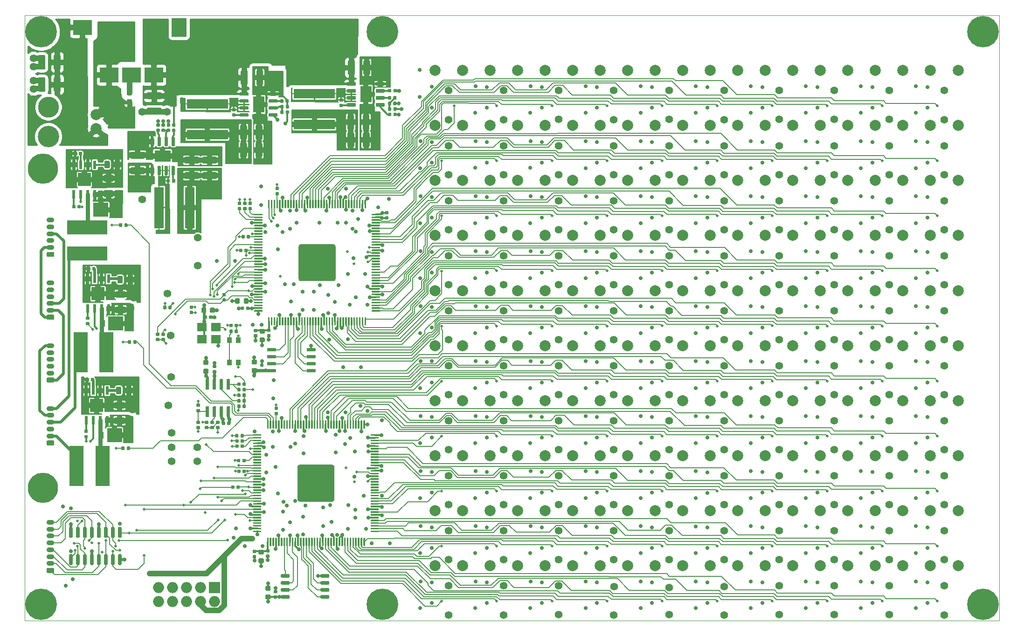
<source format=gbr>
G04 #@! TF.GenerationSoftware,KiCad,Pcbnew,(5.1.5)-3*
G04 #@! TF.CreationDate,2020-11-28T21:49:59-05:00*
G04 #@! TF.ProjectId,floater,666c6f61-7465-4722-9e6b-696361645f70,rev?*
G04 #@! TF.SameCoordinates,PXfb691c48PY5f5e038*
G04 #@! TF.FileFunction,Copper,L1,Top*
G04 #@! TF.FilePolarity,Positive*
%FSLAX46Y46*%
G04 Gerber Fmt 4.6, Leading zero omitted, Abs format (unit mm)*
G04 Created by KiCad (PCBNEW (5.1.5)-3) date 2020-11-28 21:49:59*
%MOMM*%
%LPD*%
G04 APERTURE LIST*
%ADD10C,0.050000*%
%ADD11C,5.500000*%
%ADD12C,0.100000*%
%ADD13R,3.430000X2.790000*%
%ADD14R,2.790000X3.430000*%
%ADD15R,2.000000X2.000000*%
%ADD16O,2.000000X2.000000*%
%ADD17R,7.300000X2.600000*%
%ADD18R,2.600000X7.300000*%
%ADD19O,1.400000X0.900000*%
%ADD20R,3.000000X2.100000*%
%ADD21R,1.800000X7.500000*%
%ADD22R,2.100000X3.000000*%
%ADD23R,7.500000X1.800000*%
%ADD24R,1.700000X1.500000*%
%ADD25R,2.350000X2.350000*%
%ADD26R,0.600000X1.550000*%
%ADD27R,0.900000X1.000000*%
%ADD28C,2.000000*%
%ADD29C,3.800000*%
%ADD30C,3.890000*%
%ADD31R,0.762000X1.270000*%
%ADD32R,2.670000X2.540000*%
%ADD33C,5.715000*%
%ADD34C,1.400000*%
%ADD35C,0.711200*%
%ADD36C,0.508000*%
%ADD37C,1.000000*%
%ADD38C,0.304800*%
%ADD39C,0.127000*%
%ADD40C,0.508000*%
%ADD41C,0.600000*%
%ADD42C,0.750000*%
%ADD43C,0.200000*%
%ADD44C,0.254000*%
%ADD45C,0.250000*%
G04 APERTURE END LIST*
D10*
X176997560Y-200D02*
X-2440Y-200D01*
X176997560Y109999800D02*
X-2440Y109999800D01*
X176997560Y-200D02*
X176997560Y109999800D01*
X-2440Y109999800D02*
X-2440Y-200D01*
D11*
X3294080Y82149500D03*
X3294080Y24149500D03*
G04 #@! TA.AperFunction,SMDPad,CuDef*
D12*
G36*
X33211331Y47355427D02*
G01*
X33232566Y47352277D01*
X33253390Y47347061D01*
X33273602Y47339829D01*
X33293008Y47330650D01*
X33311421Y47319614D01*
X33328664Y47306826D01*
X33344570Y47292410D01*
X33358986Y47276504D01*
X33371774Y47259261D01*
X33382810Y47240848D01*
X33391989Y47221442D01*
X33399221Y47201230D01*
X33404437Y47180406D01*
X33407587Y47159171D01*
X33408640Y47137730D01*
X33408640Y46700230D01*
X33407587Y46678789D01*
X33404437Y46657554D01*
X33399221Y46636730D01*
X33391989Y46616518D01*
X33382810Y46597112D01*
X33371774Y46578699D01*
X33358986Y46561456D01*
X33344570Y46545550D01*
X33328664Y46531134D01*
X33311421Y46518346D01*
X33293008Y46507310D01*
X33273602Y46498131D01*
X33253390Y46490899D01*
X33232566Y46485683D01*
X33211331Y46482533D01*
X33189890Y46481480D01*
X32677390Y46481480D01*
X32655949Y46482533D01*
X32634714Y46485683D01*
X32613890Y46490899D01*
X32593678Y46498131D01*
X32574272Y46507310D01*
X32555859Y46518346D01*
X32538616Y46531134D01*
X32522710Y46545550D01*
X32508294Y46561456D01*
X32495506Y46578699D01*
X32484470Y46597112D01*
X32475291Y46616518D01*
X32468059Y46636730D01*
X32462843Y46657554D01*
X32459693Y46678789D01*
X32458640Y46700230D01*
X32458640Y47137730D01*
X32459693Y47159171D01*
X32462843Y47180406D01*
X32468059Y47201230D01*
X32475291Y47221442D01*
X32484470Y47240848D01*
X32495506Y47259261D01*
X32508294Y47276504D01*
X32522710Y47292410D01*
X32538616Y47306826D01*
X32555859Y47319614D01*
X32574272Y47330650D01*
X32593678Y47339829D01*
X32613890Y47347061D01*
X32634714Y47352277D01*
X32655949Y47355427D01*
X32677390Y47356480D01*
X33189890Y47356480D01*
X33211331Y47355427D01*
G37*
G04 #@! TD.AperFunction*
G04 #@! TA.AperFunction,SMDPad,CuDef*
G36*
X33211331Y45780427D02*
G01*
X33232566Y45777277D01*
X33253390Y45772061D01*
X33273602Y45764829D01*
X33293008Y45755650D01*
X33311421Y45744614D01*
X33328664Y45731826D01*
X33344570Y45717410D01*
X33358986Y45701504D01*
X33371774Y45684261D01*
X33382810Y45665848D01*
X33391989Y45646442D01*
X33399221Y45626230D01*
X33404437Y45605406D01*
X33407587Y45584171D01*
X33408640Y45562730D01*
X33408640Y45125230D01*
X33407587Y45103789D01*
X33404437Y45082554D01*
X33399221Y45061730D01*
X33391989Y45041518D01*
X33382810Y45022112D01*
X33371774Y45003699D01*
X33358986Y44986456D01*
X33344570Y44970550D01*
X33328664Y44956134D01*
X33311421Y44943346D01*
X33293008Y44932310D01*
X33273602Y44923131D01*
X33253390Y44915899D01*
X33232566Y44910683D01*
X33211331Y44907533D01*
X33189890Y44906480D01*
X32677390Y44906480D01*
X32655949Y44907533D01*
X32634714Y44910683D01*
X32613890Y44915899D01*
X32593678Y44923131D01*
X32574272Y44932310D01*
X32555859Y44943346D01*
X32538616Y44956134D01*
X32522710Y44970550D01*
X32508294Y44986456D01*
X32495506Y45003699D01*
X32484470Y45022112D01*
X32475291Y45041518D01*
X32468059Y45061730D01*
X32462843Y45082554D01*
X32459693Y45103789D01*
X32458640Y45125230D01*
X32458640Y45562730D01*
X32459693Y45584171D01*
X32462843Y45605406D01*
X32468059Y45626230D01*
X32475291Y45646442D01*
X32484470Y45665848D01*
X32495506Y45684261D01*
X32508294Y45701504D01*
X32522710Y45717410D01*
X32538616Y45731826D01*
X32555859Y45744614D01*
X32574272Y45755650D01*
X32593678Y45764829D01*
X32613890Y45772061D01*
X32634714Y45777277D01*
X32655949Y45780427D01*
X32677390Y45781480D01*
X33189890Y45781480D01*
X33211331Y45780427D01*
G37*
G04 #@! TD.AperFunction*
G04 #@! TA.AperFunction,SMDPad,CuDef*
G36*
X34675078Y46496750D02*
G01*
X34689396Y46494626D01*
X34703437Y46491109D01*
X34717066Y46486232D01*
X34730151Y46480043D01*
X34742567Y46472602D01*
X34754193Y46463979D01*
X34764918Y46454258D01*
X34774639Y46443533D01*
X34783262Y46431907D01*
X34790703Y46419491D01*
X34796892Y46406406D01*
X34801769Y46392777D01*
X34805286Y46378736D01*
X34807410Y46364418D01*
X34808120Y46349960D01*
X34808120Y46054960D01*
X34807410Y46040502D01*
X34805286Y46026184D01*
X34801769Y46012143D01*
X34796892Y45998514D01*
X34790703Y45985429D01*
X34783262Y45973013D01*
X34774639Y45961387D01*
X34764918Y45950662D01*
X34754193Y45940941D01*
X34742567Y45932318D01*
X34730151Y45924877D01*
X34717066Y45918688D01*
X34703437Y45913811D01*
X34689396Y45910294D01*
X34675078Y45908170D01*
X34660620Y45907460D01*
X34315620Y45907460D01*
X34301162Y45908170D01*
X34286844Y45910294D01*
X34272803Y45913811D01*
X34259174Y45918688D01*
X34246089Y45924877D01*
X34233673Y45932318D01*
X34222047Y45940941D01*
X34211322Y45950662D01*
X34201601Y45961387D01*
X34192978Y45973013D01*
X34185537Y45985429D01*
X34179348Y45998514D01*
X34174471Y46012143D01*
X34170954Y46026184D01*
X34168830Y46040502D01*
X34168120Y46054960D01*
X34168120Y46349960D01*
X34168830Y46364418D01*
X34170954Y46378736D01*
X34174471Y46392777D01*
X34179348Y46406406D01*
X34185537Y46419491D01*
X34192978Y46431907D01*
X34201601Y46443533D01*
X34211322Y46454258D01*
X34222047Y46463979D01*
X34233673Y46472602D01*
X34246089Y46480043D01*
X34259174Y46486232D01*
X34272803Y46491109D01*
X34286844Y46494626D01*
X34301162Y46496750D01*
X34315620Y46497460D01*
X34660620Y46497460D01*
X34675078Y46496750D01*
G37*
G04 #@! TD.AperFunction*
G04 #@! TA.AperFunction,SMDPad,CuDef*
G36*
X34675078Y45526750D02*
G01*
X34689396Y45524626D01*
X34703437Y45521109D01*
X34717066Y45516232D01*
X34730151Y45510043D01*
X34742567Y45502602D01*
X34754193Y45493979D01*
X34764918Y45484258D01*
X34774639Y45473533D01*
X34783262Y45461907D01*
X34790703Y45449491D01*
X34796892Y45436406D01*
X34801769Y45422777D01*
X34805286Y45408736D01*
X34807410Y45394418D01*
X34808120Y45379960D01*
X34808120Y45084960D01*
X34807410Y45070502D01*
X34805286Y45056184D01*
X34801769Y45042143D01*
X34796892Y45028514D01*
X34790703Y45015429D01*
X34783262Y45003013D01*
X34774639Y44991387D01*
X34764918Y44980662D01*
X34754193Y44970941D01*
X34742567Y44962318D01*
X34730151Y44954877D01*
X34717066Y44948688D01*
X34703437Y44943811D01*
X34689396Y44940294D01*
X34675078Y44938170D01*
X34660620Y44937460D01*
X34315620Y44937460D01*
X34301162Y44938170D01*
X34286844Y44940294D01*
X34272803Y44943811D01*
X34259174Y44948688D01*
X34246089Y44954877D01*
X34233673Y44962318D01*
X34222047Y44970941D01*
X34211322Y44980662D01*
X34201601Y44991387D01*
X34192978Y45003013D01*
X34185537Y45015429D01*
X34179348Y45028514D01*
X34174471Y45042143D01*
X34170954Y45056184D01*
X34168830Y45070502D01*
X34168120Y45084960D01*
X34168120Y45379960D01*
X34168830Y45394418D01*
X34170954Y45408736D01*
X34174471Y45422777D01*
X34179348Y45436406D01*
X34185537Y45449491D01*
X34192978Y45461907D01*
X34201601Y45473533D01*
X34211322Y45484258D01*
X34222047Y45493979D01*
X34233673Y45502602D01*
X34246089Y45510043D01*
X34259174Y45516232D01*
X34272803Y45521109D01*
X34286844Y45524626D01*
X34301162Y45526750D01*
X34315620Y45527460D01*
X34660620Y45527460D01*
X34675078Y45526750D01*
G37*
G04 #@! TD.AperFunction*
G04 #@! TA.AperFunction,SMDPad,CuDef*
G36*
X37240738Y36191710D02*
G01*
X37255056Y36189586D01*
X37269097Y36186069D01*
X37282726Y36181192D01*
X37295811Y36175003D01*
X37308227Y36167562D01*
X37319853Y36158939D01*
X37330578Y36149218D01*
X37340299Y36138493D01*
X37348922Y36126867D01*
X37356363Y36114451D01*
X37362552Y36101366D01*
X37367429Y36087737D01*
X37370946Y36073696D01*
X37373070Y36059378D01*
X37373780Y36044920D01*
X37373780Y35699920D01*
X37373070Y35685462D01*
X37370946Y35671144D01*
X37367429Y35657103D01*
X37362552Y35643474D01*
X37356363Y35630389D01*
X37348922Y35617973D01*
X37340299Y35606347D01*
X37330578Y35595622D01*
X37319853Y35585901D01*
X37308227Y35577278D01*
X37295811Y35569837D01*
X37282726Y35563648D01*
X37269097Y35558771D01*
X37255056Y35555254D01*
X37240738Y35553130D01*
X37226280Y35552420D01*
X36931280Y35552420D01*
X36916822Y35553130D01*
X36902504Y35555254D01*
X36888463Y35558771D01*
X36874834Y35563648D01*
X36861749Y35569837D01*
X36849333Y35577278D01*
X36837707Y35585901D01*
X36826982Y35595622D01*
X36817261Y35606347D01*
X36808638Y35617973D01*
X36801197Y35630389D01*
X36795008Y35643474D01*
X36790131Y35657103D01*
X36786614Y35671144D01*
X36784490Y35685462D01*
X36783780Y35699920D01*
X36783780Y36044920D01*
X36784490Y36059378D01*
X36786614Y36073696D01*
X36790131Y36087737D01*
X36795008Y36101366D01*
X36801197Y36114451D01*
X36808638Y36126867D01*
X36817261Y36138493D01*
X36826982Y36149218D01*
X36837707Y36158939D01*
X36849333Y36167562D01*
X36861749Y36175003D01*
X36874834Y36181192D01*
X36888463Y36186069D01*
X36902504Y36189586D01*
X36916822Y36191710D01*
X36931280Y36192420D01*
X37226280Y36192420D01*
X37240738Y36191710D01*
G37*
G04 #@! TD.AperFunction*
G04 #@! TA.AperFunction,SMDPad,CuDef*
G36*
X36270738Y36191710D02*
G01*
X36285056Y36189586D01*
X36299097Y36186069D01*
X36312726Y36181192D01*
X36325811Y36175003D01*
X36338227Y36167562D01*
X36349853Y36158939D01*
X36360578Y36149218D01*
X36370299Y36138493D01*
X36378922Y36126867D01*
X36386363Y36114451D01*
X36392552Y36101366D01*
X36397429Y36087737D01*
X36400946Y36073696D01*
X36403070Y36059378D01*
X36403780Y36044920D01*
X36403780Y35699920D01*
X36403070Y35685462D01*
X36400946Y35671144D01*
X36397429Y35657103D01*
X36392552Y35643474D01*
X36386363Y35630389D01*
X36378922Y35617973D01*
X36370299Y35606347D01*
X36360578Y35595622D01*
X36349853Y35585901D01*
X36338227Y35577278D01*
X36325811Y35569837D01*
X36312726Y35563648D01*
X36299097Y35558771D01*
X36285056Y35555254D01*
X36270738Y35553130D01*
X36256280Y35552420D01*
X35961280Y35552420D01*
X35946822Y35553130D01*
X35932504Y35555254D01*
X35918463Y35558771D01*
X35904834Y35563648D01*
X35891749Y35569837D01*
X35879333Y35577278D01*
X35867707Y35585901D01*
X35856982Y35595622D01*
X35847261Y35606347D01*
X35838638Y35617973D01*
X35831197Y35630389D01*
X35825008Y35643474D01*
X35820131Y35657103D01*
X35816614Y35671144D01*
X35814490Y35685462D01*
X35813780Y35699920D01*
X35813780Y36044920D01*
X35814490Y36059378D01*
X35816614Y36073696D01*
X35820131Y36087737D01*
X35825008Y36101366D01*
X35831197Y36114451D01*
X35838638Y36126867D01*
X35847261Y36138493D01*
X35856982Y36149218D01*
X35867707Y36158939D01*
X35879333Y36167562D01*
X35891749Y36175003D01*
X35904834Y36181192D01*
X35918463Y36186069D01*
X35932504Y36189586D01*
X35946822Y36191710D01*
X35961280Y36192420D01*
X36256280Y36192420D01*
X36270738Y36191710D01*
G37*
G04 #@! TD.AperFunction*
G04 #@! TA.AperFunction,SMDPad,CuDef*
G36*
X34258518Y35376910D02*
G01*
X34272836Y35374786D01*
X34286877Y35371269D01*
X34300506Y35366392D01*
X34313591Y35360203D01*
X34326007Y35352762D01*
X34337633Y35344139D01*
X34348358Y35334418D01*
X34358079Y35323693D01*
X34366702Y35312067D01*
X34374143Y35299651D01*
X34380332Y35286566D01*
X34385209Y35272937D01*
X34388726Y35258896D01*
X34390850Y35244578D01*
X34391560Y35230120D01*
X34391560Y34935120D01*
X34390850Y34920662D01*
X34388726Y34906344D01*
X34385209Y34892303D01*
X34380332Y34878674D01*
X34374143Y34865589D01*
X34366702Y34853173D01*
X34358079Y34841547D01*
X34348358Y34830822D01*
X34337633Y34821101D01*
X34326007Y34812478D01*
X34313591Y34805037D01*
X34300506Y34798848D01*
X34286877Y34793971D01*
X34272836Y34790454D01*
X34258518Y34788330D01*
X34244060Y34787620D01*
X33899060Y34787620D01*
X33884602Y34788330D01*
X33870284Y34790454D01*
X33856243Y34793971D01*
X33842614Y34798848D01*
X33829529Y34805037D01*
X33817113Y34812478D01*
X33805487Y34821101D01*
X33794762Y34830822D01*
X33785041Y34841547D01*
X33776418Y34853173D01*
X33768977Y34865589D01*
X33762788Y34878674D01*
X33757911Y34892303D01*
X33754394Y34906344D01*
X33752270Y34920662D01*
X33751560Y34935120D01*
X33751560Y35230120D01*
X33752270Y35244578D01*
X33754394Y35258896D01*
X33757911Y35272937D01*
X33762788Y35286566D01*
X33768977Y35299651D01*
X33776418Y35312067D01*
X33785041Y35323693D01*
X33794762Y35334418D01*
X33805487Y35344139D01*
X33817113Y35352762D01*
X33829529Y35360203D01*
X33842614Y35366392D01*
X33856243Y35371269D01*
X33870284Y35374786D01*
X33884602Y35376910D01*
X33899060Y35377620D01*
X34244060Y35377620D01*
X34258518Y35376910D01*
G37*
G04 #@! TD.AperFunction*
G04 #@! TA.AperFunction,SMDPad,CuDef*
G36*
X34258518Y36346910D02*
G01*
X34272836Y36344786D01*
X34286877Y36341269D01*
X34300506Y36336392D01*
X34313591Y36330203D01*
X34326007Y36322762D01*
X34337633Y36314139D01*
X34348358Y36304418D01*
X34358079Y36293693D01*
X34366702Y36282067D01*
X34374143Y36269651D01*
X34380332Y36256566D01*
X34385209Y36242937D01*
X34388726Y36228896D01*
X34390850Y36214578D01*
X34391560Y36200120D01*
X34391560Y35905120D01*
X34390850Y35890662D01*
X34388726Y35876344D01*
X34385209Y35862303D01*
X34380332Y35848674D01*
X34374143Y35835589D01*
X34366702Y35823173D01*
X34358079Y35811547D01*
X34348358Y35800822D01*
X34337633Y35791101D01*
X34326007Y35782478D01*
X34313591Y35775037D01*
X34300506Y35768848D01*
X34286877Y35763971D01*
X34272836Y35760454D01*
X34258518Y35758330D01*
X34244060Y35757620D01*
X33899060Y35757620D01*
X33884602Y35758330D01*
X33870284Y35760454D01*
X33856243Y35763971D01*
X33842614Y35768848D01*
X33829529Y35775037D01*
X33817113Y35782478D01*
X33805487Y35791101D01*
X33794762Y35800822D01*
X33785041Y35811547D01*
X33776418Y35823173D01*
X33768977Y35835589D01*
X33762788Y35848674D01*
X33757911Y35862303D01*
X33754394Y35876344D01*
X33752270Y35890662D01*
X33751560Y35905120D01*
X33751560Y36200120D01*
X33752270Y36214578D01*
X33754394Y36228896D01*
X33757911Y36242937D01*
X33762788Y36256566D01*
X33768977Y36269651D01*
X33776418Y36282067D01*
X33785041Y36293693D01*
X33794762Y36304418D01*
X33805487Y36314139D01*
X33817113Y36322762D01*
X33829529Y36330203D01*
X33842614Y36336392D01*
X33856243Y36341269D01*
X33870284Y36344786D01*
X33884602Y36346910D01*
X33899060Y36347620D01*
X34244060Y36347620D01*
X34258518Y36346910D01*
G37*
G04 #@! TD.AperFunction*
G04 #@! TA.AperFunction,SMDPad,CuDef*
G36*
X40037278Y40291270D02*
G01*
X40051596Y40289146D01*
X40065637Y40285629D01*
X40079266Y40280752D01*
X40092351Y40274563D01*
X40104767Y40267122D01*
X40116393Y40258499D01*
X40127118Y40248778D01*
X40136839Y40238053D01*
X40145462Y40226427D01*
X40152903Y40214011D01*
X40159092Y40200926D01*
X40163969Y40187297D01*
X40167486Y40173256D01*
X40169610Y40158938D01*
X40170320Y40144480D01*
X40170320Y39799480D01*
X40169610Y39785022D01*
X40167486Y39770704D01*
X40163969Y39756663D01*
X40159092Y39743034D01*
X40152903Y39729949D01*
X40145462Y39717533D01*
X40136839Y39705907D01*
X40127118Y39695182D01*
X40116393Y39685461D01*
X40104767Y39676838D01*
X40092351Y39669397D01*
X40079266Y39663208D01*
X40065637Y39658331D01*
X40051596Y39654814D01*
X40037278Y39652690D01*
X40022820Y39651980D01*
X39727820Y39651980D01*
X39713362Y39652690D01*
X39699044Y39654814D01*
X39685003Y39658331D01*
X39671374Y39663208D01*
X39658289Y39669397D01*
X39645873Y39676838D01*
X39634247Y39685461D01*
X39623522Y39695182D01*
X39613801Y39705907D01*
X39605178Y39717533D01*
X39597737Y39729949D01*
X39591548Y39743034D01*
X39586671Y39756663D01*
X39583154Y39770704D01*
X39581030Y39785022D01*
X39580320Y39799480D01*
X39580320Y40144480D01*
X39581030Y40158938D01*
X39583154Y40173256D01*
X39586671Y40187297D01*
X39591548Y40200926D01*
X39597737Y40214011D01*
X39605178Y40226427D01*
X39613801Y40238053D01*
X39623522Y40248778D01*
X39634247Y40258499D01*
X39645873Y40267122D01*
X39658289Y40274563D01*
X39671374Y40280752D01*
X39685003Y40285629D01*
X39699044Y40289146D01*
X39713362Y40291270D01*
X39727820Y40291980D01*
X40022820Y40291980D01*
X40037278Y40291270D01*
G37*
G04 #@! TD.AperFunction*
G04 #@! TA.AperFunction,SMDPad,CuDef*
G36*
X39067278Y40291270D02*
G01*
X39081596Y40289146D01*
X39095637Y40285629D01*
X39109266Y40280752D01*
X39122351Y40274563D01*
X39134767Y40267122D01*
X39146393Y40258499D01*
X39157118Y40248778D01*
X39166839Y40238053D01*
X39175462Y40226427D01*
X39182903Y40214011D01*
X39189092Y40200926D01*
X39193969Y40187297D01*
X39197486Y40173256D01*
X39199610Y40158938D01*
X39200320Y40144480D01*
X39200320Y39799480D01*
X39199610Y39785022D01*
X39197486Y39770704D01*
X39193969Y39756663D01*
X39189092Y39743034D01*
X39182903Y39729949D01*
X39175462Y39717533D01*
X39166839Y39705907D01*
X39157118Y39695182D01*
X39146393Y39685461D01*
X39134767Y39676838D01*
X39122351Y39669397D01*
X39109266Y39663208D01*
X39095637Y39658331D01*
X39081596Y39654814D01*
X39067278Y39652690D01*
X39052820Y39651980D01*
X38757820Y39651980D01*
X38743362Y39652690D01*
X38729044Y39654814D01*
X38715003Y39658331D01*
X38701374Y39663208D01*
X38688289Y39669397D01*
X38675873Y39676838D01*
X38664247Y39685461D01*
X38653522Y39695182D01*
X38643801Y39705907D01*
X38635178Y39717533D01*
X38627737Y39729949D01*
X38621548Y39743034D01*
X38616671Y39756663D01*
X38613154Y39770704D01*
X38611030Y39785022D01*
X38610320Y39799480D01*
X38610320Y40144480D01*
X38611030Y40158938D01*
X38613154Y40173256D01*
X38616671Y40187297D01*
X38621548Y40200926D01*
X38627737Y40214011D01*
X38635178Y40226427D01*
X38643801Y40238053D01*
X38653522Y40248778D01*
X38664247Y40258499D01*
X38675873Y40267122D01*
X38688289Y40274563D01*
X38701374Y40280752D01*
X38715003Y40285629D01*
X38729044Y40289146D01*
X38743362Y40291270D01*
X38757820Y40291980D01*
X39052820Y40291980D01*
X39067278Y40291270D01*
G37*
G04 #@! TD.AperFunction*
G04 #@! TA.AperFunction,SMDPad,CuDef*
G36*
X35279598Y35376910D02*
G01*
X35293916Y35374786D01*
X35307957Y35371269D01*
X35321586Y35366392D01*
X35334671Y35360203D01*
X35347087Y35352762D01*
X35358713Y35344139D01*
X35369438Y35334418D01*
X35379159Y35323693D01*
X35387782Y35312067D01*
X35395223Y35299651D01*
X35401412Y35286566D01*
X35406289Y35272937D01*
X35409806Y35258896D01*
X35411930Y35244578D01*
X35412640Y35230120D01*
X35412640Y34935120D01*
X35411930Y34920662D01*
X35409806Y34906344D01*
X35406289Y34892303D01*
X35401412Y34878674D01*
X35395223Y34865589D01*
X35387782Y34853173D01*
X35379159Y34841547D01*
X35369438Y34830822D01*
X35358713Y34821101D01*
X35347087Y34812478D01*
X35334671Y34805037D01*
X35321586Y34798848D01*
X35307957Y34793971D01*
X35293916Y34790454D01*
X35279598Y34788330D01*
X35265140Y34787620D01*
X34920140Y34787620D01*
X34905682Y34788330D01*
X34891364Y34790454D01*
X34877323Y34793971D01*
X34863694Y34798848D01*
X34850609Y34805037D01*
X34838193Y34812478D01*
X34826567Y34821101D01*
X34815842Y34830822D01*
X34806121Y34841547D01*
X34797498Y34853173D01*
X34790057Y34865589D01*
X34783868Y34878674D01*
X34778991Y34892303D01*
X34775474Y34906344D01*
X34773350Y34920662D01*
X34772640Y34935120D01*
X34772640Y35230120D01*
X34773350Y35244578D01*
X34775474Y35258896D01*
X34778991Y35272937D01*
X34783868Y35286566D01*
X34790057Y35299651D01*
X34797498Y35312067D01*
X34806121Y35323693D01*
X34815842Y35334418D01*
X34826567Y35344139D01*
X34838193Y35352762D01*
X34850609Y35360203D01*
X34863694Y35366392D01*
X34877323Y35371269D01*
X34891364Y35374786D01*
X34905682Y35376910D01*
X34920140Y35377620D01*
X35265140Y35377620D01*
X35279598Y35376910D01*
G37*
G04 #@! TD.AperFunction*
G04 #@! TA.AperFunction,SMDPad,CuDef*
G36*
X35279598Y36346910D02*
G01*
X35293916Y36344786D01*
X35307957Y36341269D01*
X35321586Y36336392D01*
X35334671Y36330203D01*
X35347087Y36322762D01*
X35358713Y36314139D01*
X35369438Y36304418D01*
X35379159Y36293693D01*
X35387782Y36282067D01*
X35395223Y36269651D01*
X35401412Y36256566D01*
X35406289Y36242937D01*
X35409806Y36228896D01*
X35411930Y36214578D01*
X35412640Y36200120D01*
X35412640Y35905120D01*
X35411930Y35890662D01*
X35409806Y35876344D01*
X35406289Y35862303D01*
X35401412Y35848674D01*
X35395223Y35835589D01*
X35387782Y35823173D01*
X35379159Y35811547D01*
X35369438Y35800822D01*
X35358713Y35791101D01*
X35347087Y35782478D01*
X35334671Y35775037D01*
X35321586Y35768848D01*
X35307957Y35763971D01*
X35293916Y35760454D01*
X35279598Y35758330D01*
X35265140Y35757620D01*
X34920140Y35757620D01*
X34905682Y35758330D01*
X34891364Y35760454D01*
X34877323Y35763971D01*
X34863694Y35768848D01*
X34850609Y35775037D01*
X34838193Y35782478D01*
X34826567Y35791101D01*
X34815842Y35800822D01*
X34806121Y35811547D01*
X34797498Y35823173D01*
X34790057Y35835589D01*
X34783868Y35848674D01*
X34778991Y35862303D01*
X34775474Y35876344D01*
X34773350Y35890662D01*
X34772640Y35905120D01*
X34772640Y36200120D01*
X34773350Y36214578D01*
X34775474Y36228896D01*
X34778991Y36242937D01*
X34783868Y36256566D01*
X34790057Y36269651D01*
X34797498Y36282067D01*
X34806121Y36293693D01*
X34815842Y36304418D01*
X34826567Y36314139D01*
X34838193Y36322762D01*
X34850609Y36330203D01*
X34863694Y36336392D01*
X34877323Y36341269D01*
X34891364Y36344786D01*
X34905682Y36346910D01*
X34920140Y36347620D01*
X35265140Y36347620D01*
X35279598Y36346910D01*
G37*
G04 #@! TD.AperFunction*
G04 #@! TA.AperFunction,SMDPad,CuDef*
G36*
X33239978Y36357070D02*
G01*
X33254296Y36354946D01*
X33268337Y36351429D01*
X33281966Y36346552D01*
X33295051Y36340363D01*
X33307467Y36332922D01*
X33319093Y36324299D01*
X33329818Y36314578D01*
X33339539Y36303853D01*
X33348162Y36292227D01*
X33355603Y36279811D01*
X33361792Y36266726D01*
X33366669Y36253097D01*
X33370186Y36239056D01*
X33372310Y36224738D01*
X33373020Y36210280D01*
X33373020Y35915280D01*
X33372310Y35900822D01*
X33370186Y35886504D01*
X33366669Y35872463D01*
X33361792Y35858834D01*
X33355603Y35845749D01*
X33348162Y35833333D01*
X33339539Y35821707D01*
X33329818Y35810982D01*
X33319093Y35801261D01*
X33307467Y35792638D01*
X33295051Y35785197D01*
X33281966Y35779008D01*
X33268337Y35774131D01*
X33254296Y35770614D01*
X33239978Y35768490D01*
X33225520Y35767780D01*
X32880520Y35767780D01*
X32866062Y35768490D01*
X32851744Y35770614D01*
X32837703Y35774131D01*
X32824074Y35779008D01*
X32810989Y35785197D01*
X32798573Y35792638D01*
X32786947Y35801261D01*
X32776222Y35810982D01*
X32766501Y35821707D01*
X32757878Y35833333D01*
X32750437Y35845749D01*
X32744248Y35858834D01*
X32739371Y35872463D01*
X32735854Y35886504D01*
X32733730Y35900822D01*
X32733020Y35915280D01*
X32733020Y36210280D01*
X32733730Y36224738D01*
X32735854Y36239056D01*
X32739371Y36253097D01*
X32744248Y36266726D01*
X32750437Y36279811D01*
X32757878Y36292227D01*
X32766501Y36303853D01*
X32776222Y36314578D01*
X32786947Y36324299D01*
X32798573Y36332922D01*
X32810989Y36340363D01*
X32824074Y36346552D01*
X32837703Y36351429D01*
X32851744Y36354946D01*
X32866062Y36357070D01*
X32880520Y36357780D01*
X33225520Y36357780D01*
X33239978Y36357070D01*
G37*
G04 #@! TD.AperFunction*
G04 #@! TA.AperFunction,SMDPad,CuDef*
G36*
X33239978Y35387070D02*
G01*
X33254296Y35384946D01*
X33268337Y35381429D01*
X33281966Y35376552D01*
X33295051Y35370363D01*
X33307467Y35362922D01*
X33319093Y35354299D01*
X33329818Y35344578D01*
X33339539Y35333853D01*
X33348162Y35322227D01*
X33355603Y35309811D01*
X33361792Y35296726D01*
X33366669Y35283097D01*
X33370186Y35269056D01*
X33372310Y35254738D01*
X33373020Y35240280D01*
X33373020Y34945280D01*
X33372310Y34930822D01*
X33370186Y34916504D01*
X33366669Y34902463D01*
X33361792Y34888834D01*
X33355603Y34875749D01*
X33348162Y34863333D01*
X33339539Y34851707D01*
X33329818Y34840982D01*
X33319093Y34831261D01*
X33307467Y34822638D01*
X33295051Y34815197D01*
X33281966Y34809008D01*
X33268337Y34804131D01*
X33254296Y34800614D01*
X33239978Y34798490D01*
X33225520Y34797780D01*
X32880520Y34797780D01*
X32866062Y34798490D01*
X32851744Y34800614D01*
X32837703Y34804131D01*
X32824074Y34809008D01*
X32810989Y34815197D01*
X32798573Y34822638D01*
X32786947Y34831261D01*
X32776222Y34840982D01*
X32766501Y34851707D01*
X32757878Y34863333D01*
X32750437Y34875749D01*
X32744248Y34888834D01*
X32739371Y34902463D01*
X32735854Y34916504D01*
X32733730Y34930822D01*
X32733020Y34945280D01*
X32733020Y35240280D01*
X32733730Y35254738D01*
X32735854Y35269056D01*
X32739371Y35283097D01*
X32744248Y35296726D01*
X32750437Y35309811D01*
X32757878Y35322227D01*
X32766501Y35333853D01*
X32776222Y35344578D01*
X32786947Y35354299D01*
X32798573Y35362922D01*
X32810989Y35370363D01*
X32824074Y35376552D01*
X32837703Y35381429D01*
X32851744Y35384946D01*
X32866062Y35387070D01*
X32880520Y35387780D01*
X33225520Y35387780D01*
X33239978Y35387070D01*
G37*
G04 #@! TD.AperFunction*
G04 #@! TA.AperFunction,SMDPad,CuDef*
G36*
X33359963Y43919098D02*
G01*
X33374524Y43916938D01*
X33388803Y43913361D01*
X33402663Y43908402D01*
X33415970Y43902108D01*
X33428596Y43894540D01*
X33440419Y43885772D01*
X33451326Y43875886D01*
X33461212Y43864979D01*
X33469980Y43853156D01*
X33477548Y43840530D01*
X33483842Y43827223D01*
X33488801Y43813363D01*
X33492378Y43799084D01*
X33494538Y43784523D01*
X33495260Y43769820D01*
X33495260Y42119820D01*
X33494538Y42105117D01*
X33492378Y42090556D01*
X33488801Y42076277D01*
X33483842Y42062417D01*
X33477548Y42049110D01*
X33469980Y42036484D01*
X33461212Y42024661D01*
X33451326Y42013754D01*
X33440419Y42003868D01*
X33428596Y41995100D01*
X33415970Y41987532D01*
X33402663Y41981238D01*
X33388803Y41976279D01*
X33374524Y41972702D01*
X33359963Y41970542D01*
X33345260Y41969820D01*
X33045260Y41969820D01*
X33030557Y41970542D01*
X33015996Y41972702D01*
X33001717Y41976279D01*
X32987857Y41981238D01*
X32974550Y41987532D01*
X32961924Y41995100D01*
X32950101Y42003868D01*
X32939194Y42013754D01*
X32929308Y42024661D01*
X32920540Y42036484D01*
X32912972Y42049110D01*
X32906678Y42062417D01*
X32901719Y42076277D01*
X32898142Y42090556D01*
X32895982Y42105117D01*
X32895260Y42119820D01*
X32895260Y43769820D01*
X32895982Y43784523D01*
X32898142Y43799084D01*
X32901719Y43813363D01*
X32906678Y43827223D01*
X32912972Y43840530D01*
X32920540Y43853156D01*
X32929308Y43864979D01*
X32939194Y43875886D01*
X32950101Y43885772D01*
X32961924Y43894540D01*
X32974550Y43902108D01*
X32987857Y43908402D01*
X33001717Y43913361D01*
X33015996Y43916938D01*
X33030557Y43919098D01*
X33045260Y43919820D01*
X33345260Y43919820D01*
X33359963Y43919098D01*
G37*
G04 #@! TD.AperFunction*
G04 #@! TA.AperFunction,SMDPad,CuDef*
G36*
X34629963Y43919098D02*
G01*
X34644524Y43916938D01*
X34658803Y43913361D01*
X34672663Y43908402D01*
X34685970Y43902108D01*
X34698596Y43894540D01*
X34710419Y43885772D01*
X34721326Y43875886D01*
X34731212Y43864979D01*
X34739980Y43853156D01*
X34747548Y43840530D01*
X34753842Y43827223D01*
X34758801Y43813363D01*
X34762378Y43799084D01*
X34764538Y43784523D01*
X34765260Y43769820D01*
X34765260Y42119820D01*
X34764538Y42105117D01*
X34762378Y42090556D01*
X34758801Y42076277D01*
X34753842Y42062417D01*
X34747548Y42049110D01*
X34739980Y42036484D01*
X34731212Y42024661D01*
X34721326Y42013754D01*
X34710419Y42003868D01*
X34698596Y41995100D01*
X34685970Y41987532D01*
X34672663Y41981238D01*
X34658803Y41976279D01*
X34644524Y41972702D01*
X34629963Y41970542D01*
X34615260Y41969820D01*
X34315260Y41969820D01*
X34300557Y41970542D01*
X34285996Y41972702D01*
X34271717Y41976279D01*
X34257857Y41981238D01*
X34244550Y41987532D01*
X34231924Y41995100D01*
X34220101Y42003868D01*
X34209194Y42013754D01*
X34199308Y42024661D01*
X34190540Y42036484D01*
X34182972Y42049110D01*
X34176678Y42062417D01*
X34171719Y42076277D01*
X34168142Y42090556D01*
X34165982Y42105117D01*
X34165260Y42119820D01*
X34165260Y43769820D01*
X34165982Y43784523D01*
X34168142Y43799084D01*
X34171719Y43813363D01*
X34176678Y43827223D01*
X34182972Y43840530D01*
X34190540Y43853156D01*
X34199308Y43864979D01*
X34209194Y43875886D01*
X34220101Y43885772D01*
X34231924Y43894540D01*
X34244550Y43902108D01*
X34257857Y43908402D01*
X34271717Y43913361D01*
X34285996Y43916938D01*
X34300557Y43919098D01*
X34315260Y43919820D01*
X34615260Y43919820D01*
X34629963Y43919098D01*
G37*
G04 #@! TD.AperFunction*
G04 #@! TA.AperFunction,SMDPad,CuDef*
G36*
X35899963Y43919098D02*
G01*
X35914524Y43916938D01*
X35928803Y43913361D01*
X35942663Y43908402D01*
X35955970Y43902108D01*
X35968596Y43894540D01*
X35980419Y43885772D01*
X35991326Y43875886D01*
X36001212Y43864979D01*
X36009980Y43853156D01*
X36017548Y43840530D01*
X36023842Y43827223D01*
X36028801Y43813363D01*
X36032378Y43799084D01*
X36034538Y43784523D01*
X36035260Y43769820D01*
X36035260Y42119820D01*
X36034538Y42105117D01*
X36032378Y42090556D01*
X36028801Y42076277D01*
X36023842Y42062417D01*
X36017548Y42049110D01*
X36009980Y42036484D01*
X36001212Y42024661D01*
X35991326Y42013754D01*
X35980419Y42003868D01*
X35968596Y41995100D01*
X35955970Y41987532D01*
X35942663Y41981238D01*
X35928803Y41976279D01*
X35914524Y41972702D01*
X35899963Y41970542D01*
X35885260Y41969820D01*
X35585260Y41969820D01*
X35570557Y41970542D01*
X35555996Y41972702D01*
X35541717Y41976279D01*
X35527857Y41981238D01*
X35514550Y41987532D01*
X35501924Y41995100D01*
X35490101Y42003868D01*
X35479194Y42013754D01*
X35469308Y42024661D01*
X35460540Y42036484D01*
X35452972Y42049110D01*
X35446678Y42062417D01*
X35441719Y42076277D01*
X35438142Y42090556D01*
X35435982Y42105117D01*
X35435260Y42119820D01*
X35435260Y43769820D01*
X35435982Y43784523D01*
X35438142Y43799084D01*
X35441719Y43813363D01*
X35446678Y43827223D01*
X35452972Y43840530D01*
X35460540Y43853156D01*
X35469308Y43864979D01*
X35479194Y43875886D01*
X35490101Y43885772D01*
X35501924Y43894540D01*
X35514550Y43902108D01*
X35527857Y43908402D01*
X35541717Y43913361D01*
X35555996Y43916938D01*
X35570557Y43919098D01*
X35585260Y43919820D01*
X35885260Y43919820D01*
X35899963Y43919098D01*
G37*
G04 #@! TD.AperFunction*
G04 #@! TA.AperFunction,SMDPad,CuDef*
G36*
X37169963Y43919098D02*
G01*
X37184524Y43916938D01*
X37198803Y43913361D01*
X37212663Y43908402D01*
X37225970Y43902108D01*
X37238596Y43894540D01*
X37250419Y43885772D01*
X37261326Y43875886D01*
X37271212Y43864979D01*
X37279980Y43853156D01*
X37287548Y43840530D01*
X37293842Y43827223D01*
X37298801Y43813363D01*
X37302378Y43799084D01*
X37304538Y43784523D01*
X37305260Y43769820D01*
X37305260Y42119820D01*
X37304538Y42105117D01*
X37302378Y42090556D01*
X37298801Y42076277D01*
X37293842Y42062417D01*
X37287548Y42049110D01*
X37279980Y42036484D01*
X37271212Y42024661D01*
X37261326Y42013754D01*
X37250419Y42003868D01*
X37238596Y41995100D01*
X37225970Y41987532D01*
X37212663Y41981238D01*
X37198803Y41976279D01*
X37184524Y41972702D01*
X37169963Y41970542D01*
X37155260Y41969820D01*
X36855260Y41969820D01*
X36840557Y41970542D01*
X36825996Y41972702D01*
X36811717Y41976279D01*
X36797857Y41981238D01*
X36784550Y41987532D01*
X36771924Y41995100D01*
X36760101Y42003868D01*
X36749194Y42013754D01*
X36739308Y42024661D01*
X36730540Y42036484D01*
X36722972Y42049110D01*
X36716678Y42062417D01*
X36711719Y42076277D01*
X36708142Y42090556D01*
X36705982Y42105117D01*
X36705260Y42119820D01*
X36705260Y43769820D01*
X36705982Y43784523D01*
X36708142Y43799084D01*
X36711719Y43813363D01*
X36716678Y43827223D01*
X36722972Y43840530D01*
X36730540Y43853156D01*
X36739308Y43864979D01*
X36749194Y43875886D01*
X36760101Y43885772D01*
X36771924Y43894540D01*
X36784550Y43902108D01*
X36797857Y43908402D01*
X36811717Y43913361D01*
X36825996Y43916938D01*
X36840557Y43919098D01*
X36855260Y43919820D01*
X37155260Y43919820D01*
X37169963Y43919098D01*
G37*
G04 #@! TD.AperFunction*
G04 #@! TA.AperFunction,SMDPad,CuDef*
G36*
X37169963Y38969098D02*
G01*
X37184524Y38966938D01*
X37198803Y38963361D01*
X37212663Y38958402D01*
X37225970Y38952108D01*
X37238596Y38944540D01*
X37250419Y38935772D01*
X37261326Y38925886D01*
X37271212Y38914979D01*
X37279980Y38903156D01*
X37287548Y38890530D01*
X37293842Y38877223D01*
X37298801Y38863363D01*
X37302378Y38849084D01*
X37304538Y38834523D01*
X37305260Y38819820D01*
X37305260Y37169820D01*
X37304538Y37155117D01*
X37302378Y37140556D01*
X37298801Y37126277D01*
X37293842Y37112417D01*
X37287548Y37099110D01*
X37279980Y37086484D01*
X37271212Y37074661D01*
X37261326Y37063754D01*
X37250419Y37053868D01*
X37238596Y37045100D01*
X37225970Y37037532D01*
X37212663Y37031238D01*
X37198803Y37026279D01*
X37184524Y37022702D01*
X37169963Y37020542D01*
X37155260Y37019820D01*
X36855260Y37019820D01*
X36840557Y37020542D01*
X36825996Y37022702D01*
X36811717Y37026279D01*
X36797857Y37031238D01*
X36784550Y37037532D01*
X36771924Y37045100D01*
X36760101Y37053868D01*
X36749194Y37063754D01*
X36739308Y37074661D01*
X36730540Y37086484D01*
X36722972Y37099110D01*
X36716678Y37112417D01*
X36711719Y37126277D01*
X36708142Y37140556D01*
X36705982Y37155117D01*
X36705260Y37169820D01*
X36705260Y38819820D01*
X36705982Y38834523D01*
X36708142Y38849084D01*
X36711719Y38863363D01*
X36716678Y38877223D01*
X36722972Y38890530D01*
X36730540Y38903156D01*
X36739308Y38914979D01*
X36749194Y38925886D01*
X36760101Y38935772D01*
X36771924Y38944540D01*
X36784550Y38952108D01*
X36797857Y38958402D01*
X36811717Y38963361D01*
X36825996Y38966938D01*
X36840557Y38969098D01*
X36855260Y38969820D01*
X37155260Y38969820D01*
X37169963Y38969098D01*
G37*
G04 #@! TD.AperFunction*
G04 #@! TA.AperFunction,SMDPad,CuDef*
G36*
X35899963Y38969098D02*
G01*
X35914524Y38966938D01*
X35928803Y38963361D01*
X35942663Y38958402D01*
X35955970Y38952108D01*
X35968596Y38944540D01*
X35980419Y38935772D01*
X35991326Y38925886D01*
X36001212Y38914979D01*
X36009980Y38903156D01*
X36017548Y38890530D01*
X36023842Y38877223D01*
X36028801Y38863363D01*
X36032378Y38849084D01*
X36034538Y38834523D01*
X36035260Y38819820D01*
X36035260Y37169820D01*
X36034538Y37155117D01*
X36032378Y37140556D01*
X36028801Y37126277D01*
X36023842Y37112417D01*
X36017548Y37099110D01*
X36009980Y37086484D01*
X36001212Y37074661D01*
X35991326Y37063754D01*
X35980419Y37053868D01*
X35968596Y37045100D01*
X35955970Y37037532D01*
X35942663Y37031238D01*
X35928803Y37026279D01*
X35914524Y37022702D01*
X35899963Y37020542D01*
X35885260Y37019820D01*
X35585260Y37019820D01*
X35570557Y37020542D01*
X35555996Y37022702D01*
X35541717Y37026279D01*
X35527857Y37031238D01*
X35514550Y37037532D01*
X35501924Y37045100D01*
X35490101Y37053868D01*
X35479194Y37063754D01*
X35469308Y37074661D01*
X35460540Y37086484D01*
X35452972Y37099110D01*
X35446678Y37112417D01*
X35441719Y37126277D01*
X35438142Y37140556D01*
X35435982Y37155117D01*
X35435260Y37169820D01*
X35435260Y38819820D01*
X35435982Y38834523D01*
X35438142Y38849084D01*
X35441719Y38863363D01*
X35446678Y38877223D01*
X35452972Y38890530D01*
X35460540Y38903156D01*
X35469308Y38914979D01*
X35479194Y38925886D01*
X35490101Y38935772D01*
X35501924Y38944540D01*
X35514550Y38952108D01*
X35527857Y38958402D01*
X35541717Y38963361D01*
X35555996Y38966938D01*
X35570557Y38969098D01*
X35585260Y38969820D01*
X35885260Y38969820D01*
X35899963Y38969098D01*
G37*
G04 #@! TD.AperFunction*
G04 #@! TA.AperFunction,SMDPad,CuDef*
G36*
X34629963Y38969098D02*
G01*
X34644524Y38966938D01*
X34658803Y38963361D01*
X34672663Y38958402D01*
X34685970Y38952108D01*
X34698596Y38944540D01*
X34710419Y38935772D01*
X34721326Y38925886D01*
X34731212Y38914979D01*
X34739980Y38903156D01*
X34747548Y38890530D01*
X34753842Y38877223D01*
X34758801Y38863363D01*
X34762378Y38849084D01*
X34764538Y38834523D01*
X34765260Y38819820D01*
X34765260Y37169820D01*
X34764538Y37155117D01*
X34762378Y37140556D01*
X34758801Y37126277D01*
X34753842Y37112417D01*
X34747548Y37099110D01*
X34739980Y37086484D01*
X34731212Y37074661D01*
X34721326Y37063754D01*
X34710419Y37053868D01*
X34698596Y37045100D01*
X34685970Y37037532D01*
X34672663Y37031238D01*
X34658803Y37026279D01*
X34644524Y37022702D01*
X34629963Y37020542D01*
X34615260Y37019820D01*
X34315260Y37019820D01*
X34300557Y37020542D01*
X34285996Y37022702D01*
X34271717Y37026279D01*
X34257857Y37031238D01*
X34244550Y37037532D01*
X34231924Y37045100D01*
X34220101Y37053868D01*
X34209194Y37063754D01*
X34199308Y37074661D01*
X34190540Y37086484D01*
X34182972Y37099110D01*
X34176678Y37112417D01*
X34171719Y37126277D01*
X34168142Y37140556D01*
X34165982Y37155117D01*
X34165260Y37169820D01*
X34165260Y38819820D01*
X34165982Y38834523D01*
X34168142Y38849084D01*
X34171719Y38863363D01*
X34176678Y38877223D01*
X34182972Y38890530D01*
X34190540Y38903156D01*
X34199308Y38914979D01*
X34209194Y38925886D01*
X34220101Y38935772D01*
X34231924Y38944540D01*
X34244550Y38952108D01*
X34257857Y38958402D01*
X34271717Y38963361D01*
X34285996Y38966938D01*
X34300557Y38969098D01*
X34315260Y38969820D01*
X34615260Y38969820D01*
X34629963Y38969098D01*
G37*
G04 #@! TD.AperFunction*
G04 #@! TA.AperFunction,SMDPad,CuDef*
G36*
X33359963Y38969098D02*
G01*
X33374524Y38966938D01*
X33388803Y38963361D01*
X33402663Y38958402D01*
X33415970Y38952108D01*
X33428596Y38944540D01*
X33440419Y38935772D01*
X33451326Y38925886D01*
X33461212Y38914979D01*
X33469980Y38903156D01*
X33477548Y38890530D01*
X33483842Y38877223D01*
X33488801Y38863363D01*
X33492378Y38849084D01*
X33494538Y38834523D01*
X33495260Y38819820D01*
X33495260Y37169820D01*
X33494538Y37155117D01*
X33492378Y37140556D01*
X33488801Y37126277D01*
X33483842Y37112417D01*
X33477548Y37099110D01*
X33469980Y37086484D01*
X33461212Y37074661D01*
X33451326Y37063754D01*
X33440419Y37053868D01*
X33428596Y37045100D01*
X33415970Y37037532D01*
X33402663Y37031238D01*
X33388803Y37026279D01*
X33374524Y37022702D01*
X33359963Y37020542D01*
X33345260Y37019820D01*
X33045260Y37019820D01*
X33030557Y37020542D01*
X33015996Y37022702D01*
X33001717Y37026279D01*
X32987857Y37031238D01*
X32974550Y37037532D01*
X32961924Y37045100D01*
X32950101Y37053868D01*
X32939194Y37063754D01*
X32929308Y37074661D01*
X32920540Y37086484D01*
X32912972Y37099110D01*
X32906678Y37112417D01*
X32901719Y37126277D01*
X32898142Y37140556D01*
X32895982Y37155117D01*
X32895260Y37169820D01*
X32895260Y38819820D01*
X32895982Y38834523D01*
X32898142Y38849084D01*
X32901719Y38863363D01*
X32906678Y38877223D01*
X32912972Y38890530D01*
X32920540Y38903156D01*
X32929308Y38914979D01*
X32939194Y38925886D01*
X32950101Y38935772D01*
X32961924Y38944540D01*
X32974550Y38952108D01*
X32987857Y38958402D01*
X33001717Y38963361D01*
X33015996Y38966938D01*
X33030557Y38969098D01*
X33045260Y38969820D01*
X33345260Y38969820D01*
X33359963Y38969098D01*
G37*
G04 #@! TD.AperFunction*
G04 #@! TA.AperFunction,SMDPad,CuDef*
G36*
X39064738Y41294570D02*
G01*
X39079056Y41292446D01*
X39093097Y41288929D01*
X39106726Y41284052D01*
X39119811Y41277863D01*
X39132227Y41270422D01*
X39143853Y41261799D01*
X39154578Y41252078D01*
X39164299Y41241353D01*
X39172922Y41229727D01*
X39180363Y41217311D01*
X39186552Y41204226D01*
X39191429Y41190597D01*
X39194946Y41176556D01*
X39197070Y41162238D01*
X39197780Y41147780D01*
X39197780Y40802780D01*
X39197070Y40788322D01*
X39194946Y40774004D01*
X39191429Y40759963D01*
X39186552Y40746334D01*
X39180363Y40733249D01*
X39172922Y40720833D01*
X39164299Y40709207D01*
X39154578Y40698482D01*
X39143853Y40688761D01*
X39132227Y40680138D01*
X39119811Y40672697D01*
X39106726Y40666508D01*
X39093097Y40661631D01*
X39079056Y40658114D01*
X39064738Y40655990D01*
X39050280Y40655280D01*
X38755280Y40655280D01*
X38740822Y40655990D01*
X38726504Y40658114D01*
X38712463Y40661631D01*
X38698834Y40666508D01*
X38685749Y40672697D01*
X38673333Y40680138D01*
X38661707Y40688761D01*
X38650982Y40698482D01*
X38641261Y40709207D01*
X38632638Y40720833D01*
X38625197Y40733249D01*
X38619008Y40746334D01*
X38614131Y40759963D01*
X38610614Y40774004D01*
X38608490Y40788322D01*
X38607780Y40802780D01*
X38607780Y41147780D01*
X38608490Y41162238D01*
X38610614Y41176556D01*
X38614131Y41190597D01*
X38619008Y41204226D01*
X38625197Y41217311D01*
X38632638Y41229727D01*
X38641261Y41241353D01*
X38650982Y41252078D01*
X38661707Y41261799D01*
X38673333Y41270422D01*
X38685749Y41277863D01*
X38698834Y41284052D01*
X38712463Y41288929D01*
X38726504Y41292446D01*
X38740822Y41294570D01*
X38755280Y41295280D01*
X39050280Y41295280D01*
X39064738Y41294570D01*
G37*
G04 #@! TD.AperFunction*
G04 #@! TA.AperFunction,SMDPad,CuDef*
G36*
X40034738Y41294570D02*
G01*
X40049056Y41292446D01*
X40063097Y41288929D01*
X40076726Y41284052D01*
X40089811Y41277863D01*
X40102227Y41270422D01*
X40113853Y41261799D01*
X40124578Y41252078D01*
X40134299Y41241353D01*
X40142922Y41229727D01*
X40150363Y41217311D01*
X40156552Y41204226D01*
X40161429Y41190597D01*
X40164946Y41176556D01*
X40167070Y41162238D01*
X40167780Y41147780D01*
X40167780Y40802780D01*
X40167070Y40788322D01*
X40164946Y40774004D01*
X40161429Y40759963D01*
X40156552Y40746334D01*
X40150363Y40733249D01*
X40142922Y40720833D01*
X40134299Y40709207D01*
X40124578Y40698482D01*
X40113853Y40688761D01*
X40102227Y40680138D01*
X40089811Y40672697D01*
X40076726Y40666508D01*
X40063097Y40661631D01*
X40049056Y40658114D01*
X40034738Y40655990D01*
X40020280Y40655280D01*
X39725280Y40655280D01*
X39710822Y40655990D01*
X39696504Y40658114D01*
X39682463Y40661631D01*
X39668834Y40666508D01*
X39655749Y40672697D01*
X39643333Y40680138D01*
X39631707Y40688761D01*
X39620982Y40698482D01*
X39611261Y40709207D01*
X39602638Y40720833D01*
X39595197Y40733249D01*
X39589008Y40746334D01*
X39584131Y40759963D01*
X39580614Y40774004D01*
X39578490Y40788322D01*
X39577780Y40802780D01*
X39577780Y41147780D01*
X39578490Y41162238D01*
X39580614Y41176556D01*
X39584131Y41190597D01*
X39589008Y41204226D01*
X39595197Y41217311D01*
X39602638Y41229727D01*
X39611261Y41241353D01*
X39620982Y41252078D01*
X39631707Y41261799D01*
X39643333Y41270422D01*
X39655749Y41277863D01*
X39668834Y41284052D01*
X39682463Y41288929D01*
X39696504Y41292446D01*
X39710822Y41294570D01*
X39725280Y41295280D01*
X40020280Y41295280D01*
X40034738Y41294570D01*
G37*
G04 #@! TD.AperFunction*
G04 #@! TA.AperFunction,SMDPad,CuDef*
G36*
X39067278Y39293050D02*
G01*
X39081596Y39290926D01*
X39095637Y39287409D01*
X39109266Y39282532D01*
X39122351Y39276343D01*
X39134767Y39268902D01*
X39146393Y39260279D01*
X39157118Y39250558D01*
X39166839Y39239833D01*
X39175462Y39228207D01*
X39182903Y39215791D01*
X39189092Y39202706D01*
X39193969Y39189077D01*
X39197486Y39175036D01*
X39199610Y39160718D01*
X39200320Y39146260D01*
X39200320Y38801260D01*
X39199610Y38786802D01*
X39197486Y38772484D01*
X39193969Y38758443D01*
X39189092Y38744814D01*
X39182903Y38731729D01*
X39175462Y38719313D01*
X39166839Y38707687D01*
X39157118Y38696962D01*
X39146393Y38687241D01*
X39134767Y38678618D01*
X39122351Y38671177D01*
X39109266Y38664988D01*
X39095637Y38660111D01*
X39081596Y38656594D01*
X39067278Y38654470D01*
X39052820Y38653760D01*
X38757820Y38653760D01*
X38743362Y38654470D01*
X38729044Y38656594D01*
X38715003Y38660111D01*
X38701374Y38664988D01*
X38688289Y38671177D01*
X38675873Y38678618D01*
X38664247Y38687241D01*
X38653522Y38696962D01*
X38643801Y38707687D01*
X38635178Y38719313D01*
X38627737Y38731729D01*
X38621548Y38744814D01*
X38616671Y38758443D01*
X38613154Y38772484D01*
X38611030Y38786802D01*
X38610320Y38801260D01*
X38610320Y39146260D01*
X38611030Y39160718D01*
X38613154Y39175036D01*
X38616671Y39189077D01*
X38621548Y39202706D01*
X38627737Y39215791D01*
X38635178Y39228207D01*
X38643801Y39239833D01*
X38653522Y39250558D01*
X38664247Y39260279D01*
X38675873Y39268902D01*
X38688289Y39276343D01*
X38701374Y39282532D01*
X38715003Y39287409D01*
X38729044Y39290926D01*
X38743362Y39293050D01*
X38757820Y39293760D01*
X39052820Y39293760D01*
X39067278Y39293050D01*
G37*
G04 #@! TD.AperFunction*
G04 #@! TA.AperFunction,SMDPad,CuDef*
G36*
X40037278Y39293050D02*
G01*
X40051596Y39290926D01*
X40065637Y39287409D01*
X40079266Y39282532D01*
X40092351Y39276343D01*
X40104767Y39268902D01*
X40116393Y39260279D01*
X40127118Y39250558D01*
X40136839Y39239833D01*
X40145462Y39228207D01*
X40152903Y39215791D01*
X40159092Y39202706D01*
X40163969Y39189077D01*
X40167486Y39175036D01*
X40169610Y39160718D01*
X40170320Y39146260D01*
X40170320Y38801260D01*
X40169610Y38786802D01*
X40167486Y38772484D01*
X40163969Y38758443D01*
X40159092Y38744814D01*
X40152903Y38731729D01*
X40145462Y38719313D01*
X40136839Y38707687D01*
X40127118Y38696962D01*
X40116393Y38687241D01*
X40104767Y38678618D01*
X40092351Y38671177D01*
X40079266Y38664988D01*
X40065637Y38660111D01*
X40051596Y38656594D01*
X40037278Y38654470D01*
X40022820Y38653760D01*
X39727820Y38653760D01*
X39713362Y38654470D01*
X39699044Y38656594D01*
X39685003Y38660111D01*
X39671374Y38664988D01*
X39658289Y38671177D01*
X39645873Y38678618D01*
X39634247Y38687241D01*
X39623522Y38696962D01*
X39613801Y38707687D01*
X39605178Y38719313D01*
X39597737Y38731729D01*
X39591548Y38744814D01*
X39586671Y38758443D01*
X39583154Y38772484D01*
X39581030Y38786802D01*
X39580320Y38801260D01*
X39580320Y39146260D01*
X39581030Y39160718D01*
X39583154Y39175036D01*
X39586671Y39189077D01*
X39591548Y39202706D01*
X39597737Y39215791D01*
X39605178Y39228207D01*
X39613801Y39239833D01*
X39623522Y39250558D01*
X39634247Y39260279D01*
X39645873Y39268902D01*
X39658289Y39276343D01*
X39671374Y39282532D01*
X39685003Y39287409D01*
X39699044Y39290926D01*
X39713362Y39293050D01*
X39727820Y39293760D01*
X40022820Y39293760D01*
X40037278Y39293050D01*
G37*
G04 #@! TD.AperFunction*
G04 #@! TA.AperFunction,SMDPad,CuDef*
G36*
X31721058Y39455870D02*
G01*
X31735376Y39453746D01*
X31749417Y39450229D01*
X31763046Y39445352D01*
X31776131Y39439163D01*
X31788547Y39431722D01*
X31800173Y39423099D01*
X31810898Y39413378D01*
X31820619Y39402653D01*
X31829242Y39391027D01*
X31836683Y39378611D01*
X31842872Y39365526D01*
X31847749Y39351897D01*
X31851266Y39337856D01*
X31853390Y39323538D01*
X31854100Y39309080D01*
X31854100Y39014080D01*
X31853390Y38999622D01*
X31851266Y38985304D01*
X31847749Y38971263D01*
X31842872Y38957634D01*
X31836683Y38944549D01*
X31829242Y38932133D01*
X31820619Y38920507D01*
X31810898Y38909782D01*
X31800173Y38900061D01*
X31788547Y38891438D01*
X31776131Y38883997D01*
X31763046Y38877808D01*
X31749417Y38872931D01*
X31735376Y38869414D01*
X31721058Y38867290D01*
X31706600Y38866580D01*
X31361600Y38866580D01*
X31347142Y38867290D01*
X31332824Y38869414D01*
X31318783Y38872931D01*
X31305154Y38877808D01*
X31292069Y38883997D01*
X31279653Y38891438D01*
X31268027Y38900061D01*
X31257302Y38909782D01*
X31247581Y38920507D01*
X31238958Y38932133D01*
X31231517Y38944549D01*
X31225328Y38957634D01*
X31220451Y38971263D01*
X31216934Y38985304D01*
X31214810Y38999622D01*
X31214100Y39014080D01*
X31214100Y39309080D01*
X31214810Y39323538D01*
X31216934Y39337856D01*
X31220451Y39351897D01*
X31225328Y39365526D01*
X31231517Y39378611D01*
X31238958Y39391027D01*
X31247581Y39402653D01*
X31257302Y39413378D01*
X31268027Y39423099D01*
X31279653Y39431722D01*
X31292069Y39439163D01*
X31305154Y39445352D01*
X31318783Y39450229D01*
X31332824Y39453746D01*
X31347142Y39455870D01*
X31361600Y39456580D01*
X31706600Y39456580D01*
X31721058Y39455870D01*
G37*
G04 #@! TD.AperFunction*
G04 #@! TA.AperFunction,SMDPad,CuDef*
G36*
X31721058Y38485870D02*
G01*
X31735376Y38483746D01*
X31749417Y38480229D01*
X31763046Y38475352D01*
X31776131Y38469163D01*
X31788547Y38461722D01*
X31800173Y38453099D01*
X31810898Y38443378D01*
X31820619Y38432653D01*
X31829242Y38421027D01*
X31836683Y38408611D01*
X31842872Y38395526D01*
X31847749Y38381897D01*
X31851266Y38367856D01*
X31853390Y38353538D01*
X31854100Y38339080D01*
X31854100Y38044080D01*
X31853390Y38029622D01*
X31851266Y38015304D01*
X31847749Y38001263D01*
X31842872Y37987634D01*
X31836683Y37974549D01*
X31829242Y37962133D01*
X31820619Y37950507D01*
X31810898Y37939782D01*
X31800173Y37930061D01*
X31788547Y37921438D01*
X31776131Y37913997D01*
X31763046Y37907808D01*
X31749417Y37902931D01*
X31735376Y37899414D01*
X31721058Y37897290D01*
X31706600Y37896580D01*
X31361600Y37896580D01*
X31347142Y37897290D01*
X31332824Y37899414D01*
X31318783Y37902931D01*
X31305154Y37907808D01*
X31292069Y37913997D01*
X31279653Y37921438D01*
X31268027Y37930061D01*
X31257302Y37939782D01*
X31247581Y37950507D01*
X31238958Y37962133D01*
X31231517Y37974549D01*
X31225328Y37987634D01*
X31220451Y38001263D01*
X31216934Y38015304D01*
X31214810Y38029622D01*
X31214100Y38044080D01*
X31214100Y38339080D01*
X31214810Y38353538D01*
X31216934Y38367856D01*
X31220451Y38381897D01*
X31225328Y38395526D01*
X31231517Y38408611D01*
X31238958Y38421027D01*
X31247581Y38432653D01*
X31257302Y38443378D01*
X31268027Y38453099D01*
X31279653Y38461722D01*
X31292069Y38469163D01*
X31305154Y38475352D01*
X31318783Y38480229D01*
X31332824Y38483746D01*
X31347142Y38485870D01*
X31361600Y38486580D01*
X31706600Y38486580D01*
X31721058Y38485870D01*
G37*
G04 #@! TD.AperFunction*
G04 #@! TA.AperFunction,SMDPad,CuDef*
G36*
X25612898Y57248310D02*
G01*
X25627216Y57246186D01*
X25641257Y57242669D01*
X25654886Y57237792D01*
X25667971Y57231603D01*
X25680387Y57224162D01*
X25692013Y57215539D01*
X25702738Y57205818D01*
X25712459Y57195093D01*
X25721082Y57183467D01*
X25728523Y57171051D01*
X25734712Y57157966D01*
X25739589Y57144337D01*
X25743106Y57130296D01*
X25745230Y57115978D01*
X25745940Y57101520D01*
X25745940Y56756520D01*
X25745230Y56742062D01*
X25743106Y56727744D01*
X25739589Y56713703D01*
X25734712Y56700074D01*
X25728523Y56686989D01*
X25721082Y56674573D01*
X25712459Y56662947D01*
X25702738Y56652222D01*
X25692013Y56642501D01*
X25680387Y56633878D01*
X25667971Y56626437D01*
X25654886Y56620248D01*
X25641257Y56615371D01*
X25627216Y56611854D01*
X25612898Y56609730D01*
X25598440Y56609020D01*
X25303440Y56609020D01*
X25288982Y56609730D01*
X25274664Y56611854D01*
X25260623Y56615371D01*
X25246994Y56620248D01*
X25233909Y56626437D01*
X25221493Y56633878D01*
X25209867Y56642501D01*
X25199142Y56652222D01*
X25189421Y56662947D01*
X25180798Y56674573D01*
X25173357Y56686989D01*
X25167168Y56700074D01*
X25162291Y56713703D01*
X25158774Y56727744D01*
X25156650Y56742062D01*
X25155940Y56756520D01*
X25155940Y57101520D01*
X25156650Y57115978D01*
X25158774Y57130296D01*
X25162291Y57144337D01*
X25167168Y57157966D01*
X25173357Y57171051D01*
X25180798Y57183467D01*
X25189421Y57195093D01*
X25199142Y57205818D01*
X25209867Y57215539D01*
X25221493Y57224162D01*
X25233909Y57231603D01*
X25246994Y57237792D01*
X25260623Y57242669D01*
X25274664Y57246186D01*
X25288982Y57248310D01*
X25303440Y57249020D01*
X25598440Y57249020D01*
X25612898Y57248310D01*
G37*
G04 #@! TD.AperFunction*
G04 #@! TA.AperFunction,SMDPad,CuDef*
G36*
X26582898Y57248310D02*
G01*
X26597216Y57246186D01*
X26611257Y57242669D01*
X26624886Y57237792D01*
X26637971Y57231603D01*
X26650387Y57224162D01*
X26662013Y57215539D01*
X26672738Y57205818D01*
X26682459Y57195093D01*
X26691082Y57183467D01*
X26698523Y57171051D01*
X26704712Y57157966D01*
X26709589Y57144337D01*
X26713106Y57130296D01*
X26715230Y57115978D01*
X26715940Y57101520D01*
X26715940Y56756520D01*
X26715230Y56742062D01*
X26713106Y56727744D01*
X26709589Y56713703D01*
X26704712Y56700074D01*
X26698523Y56686989D01*
X26691082Y56674573D01*
X26682459Y56662947D01*
X26672738Y56652222D01*
X26662013Y56642501D01*
X26650387Y56633878D01*
X26637971Y56626437D01*
X26624886Y56620248D01*
X26611257Y56615371D01*
X26597216Y56611854D01*
X26582898Y56609730D01*
X26568440Y56609020D01*
X26273440Y56609020D01*
X26258982Y56609730D01*
X26244664Y56611854D01*
X26230623Y56615371D01*
X26216994Y56620248D01*
X26203909Y56626437D01*
X26191493Y56633878D01*
X26179867Y56642501D01*
X26169142Y56652222D01*
X26159421Y56662947D01*
X26150798Y56674573D01*
X26143357Y56686989D01*
X26137168Y56700074D01*
X26132291Y56713703D01*
X26128774Y56727744D01*
X26126650Y56742062D01*
X26125940Y56756520D01*
X26125940Y57101520D01*
X26126650Y57115978D01*
X26128774Y57130296D01*
X26132291Y57144337D01*
X26137168Y57157966D01*
X26143357Y57171051D01*
X26150798Y57183467D01*
X26159421Y57195093D01*
X26169142Y57205818D01*
X26179867Y57215539D01*
X26191493Y57224162D01*
X26203909Y57231603D01*
X26216994Y57237792D01*
X26230623Y57242669D01*
X26244664Y57246186D01*
X26258982Y57248310D01*
X26273440Y57249020D01*
X26568440Y57249020D01*
X26582898Y57248310D01*
G37*
G04 #@! TD.AperFunction*
G04 #@! TA.AperFunction,SMDPad,CuDef*
G36*
X25371058Y52353990D02*
G01*
X25385376Y52351866D01*
X25399417Y52348349D01*
X25413046Y52343472D01*
X25426131Y52337283D01*
X25438547Y52329842D01*
X25450173Y52321219D01*
X25460898Y52311498D01*
X25470619Y52300773D01*
X25479242Y52289147D01*
X25486683Y52276731D01*
X25492872Y52263646D01*
X25497749Y52250017D01*
X25501266Y52235976D01*
X25503390Y52221658D01*
X25504100Y52207200D01*
X25504100Y51912200D01*
X25503390Y51897742D01*
X25501266Y51883424D01*
X25497749Y51869383D01*
X25492872Y51855754D01*
X25486683Y51842669D01*
X25479242Y51830253D01*
X25470619Y51818627D01*
X25460898Y51807902D01*
X25450173Y51798181D01*
X25438547Y51789558D01*
X25426131Y51782117D01*
X25413046Y51775928D01*
X25399417Y51771051D01*
X25385376Y51767534D01*
X25371058Y51765410D01*
X25356600Y51764700D01*
X25011600Y51764700D01*
X24997142Y51765410D01*
X24982824Y51767534D01*
X24968783Y51771051D01*
X24955154Y51775928D01*
X24942069Y51782117D01*
X24929653Y51789558D01*
X24918027Y51798181D01*
X24907302Y51807902D01*
X24897581Y51818627D01*
X24888958Y51830253D01*
X24881517Y51842669D01*
X24875328Y51855754D01*
X24870451Y51869383D01*
X24866934Y51883424D01*
X24864810Y51897742D01*
X24864100Y51912200D01*
X24864100Y52207200D01*
X24864810Y52221658D01*
X24866934Y52235976D01*
X24870451Y52250017D01*
X24875328Y52263646D01*
X24881517Y52276731D01*
X24888958Y52289147D01*
X24897581Y52300773D01*
X24907302Y52311498D01*
X24918027Y52321219D01*
X24929653Y52329842D01*
X24942069Y52337283D01*
X24955154Y52343472D01*
X24968783Y52348349D01*
X24982824Y52351866D01*
X24997142Y52353990D01*
X25011600Y52354700D01*
X25356600Y52354700D01*
X25371058Y52353990D01*
G37*
G04 #@! TD.AperFunction*
G04 #@! TA.AperFunction,SMDPad,CuDef*
G36*
X25371058Y51383990D02*
G01*
X25385376Y51381866D01*
X25399417Y51378349D01*
X25413046Y51373472D01*
X25426131Y51367283D01*
X25438547Y51359842D01*
X25450173Y51351219D01*
X25460898Y51341498D01*
X25470619Y51330773D01*
X25479242Y51319147D01*
X25486683Y51306731D01*
X25492872Y51293646D01*
X25497749Y51280017D01*
X25501266Y51265976D01*
X25503390Y51251658D01*
X25504100Y51237200D01*
X25504100Y50942200D01*
X25503390Y50927742D01*
X25501266Y50913424D01*
X25497749Y50899383D01*
X25492872Y50885754D01*
X25486683Y50872669D01*
X25479242Y50860253D01*
X25470619Y50848627D01*
X25460898Y50837902D01*
X25450173Y50828181D01*
X25438547Y50819558D01*
X25426131Y50812117D01*
X25413046Y50805928D01*
X25399417Y50801051D01*
X25385376Y50797534D01*
X25371058Y50795410D01*
X25356600Y50794700D01*
X25011600Y50794700D01*
X24997142Y50795410D01*
X24982824Y50797534D01*
X24968783Y50801051D01*
X24955154Y50805928D01*
X24942069Y50812117D01*
X24929653Y50819558D01*
X24918027Y50828181D01*
X24907302Y50837902D01*
X24897581Y50848627D01*
X24888958Y50860253D01*
X24881517Y50872669D01*
X24875328Y50885754D01*
X24870451Y50899383D01*
X24866934Y50913424D01*
X24864810Y50927742D01*
X24864100Y50942200D01*
X24864100Y51237200D01*
X24864810Y51251658D01*
X24866934Y51265976D01*
X24870451Y51280017D01*
X24875328Y51293646D01*
X24881517Y51306731D01*
X24888958Y51319147D01*
X24897581Y51330773D01*
X24907302Y51341498D01*
X24918027Y51351219D01*
X24929653Y51359842D01*
X24942069Y51367283D01*
X24955154Y51373472D01*
X24968783Y51378349D01*
X24982824Y51381866D01*
X24997142Y51383990D01*
X25011600Y51384700D01*
X25356600Y51384700D01*
X25371058Y51383990D01*
G37*
G04 #@! TD.AperFunction*
G04 #@! TA.AperFunction,SMDPad,CuDef*
G36*
X40042358Y43316410D02*
G01*
X40056676Y43314286D01*
X40070717Y43310769D01*
X40084346Y43305892D01*
X40097431Y43299703D01*
X40109847Y43292262D01*
X40121473Y43283639D01*
X40132198Y43273918D01*
X40141919Y43263193D01*
X40150542Y43251567D01*
X40157983Y43239151D01*
X40164172Y43226066D01*
X40169049Y43212437D01*
X40172566Y43198396D01*
X40174690Y43184078D01*
X40175400Y43169620D01*
X40175400Y42824620D01*
X40174690Y42810162D01*
X40172566Y42795844D01*
X40169049Y42781803D01*
X40164172Y42768174D01*
X40157983Y42755089D01*
X40150542Y42742673D01*
X40141919Y42731047D01*
X40132198Y42720322D01*
X40121473Y42710601D01*
X40109847Y42701978D01*
X40097431Y42694537D01*
X40084346Y42688348D01*
X40070717Y42683471D01*
X40056676Y42679954D01*
X40042358Y42677830D01*
X40027900Y42677120D01*
X39732900Y42677120D01*
X39718442Y42677830D01*
X39704124Y42679954D01*
X39690083Y42683471D01*
X39676454Y42688348D01*
X39663369Y42694537D01*
X39650953Y42701978D01*
X39639327Y42710601D01*
X39628602Y42720322D01*
X39618881Y42731047D01*
X39610258Y42742673D01*
X39602817Y42755089D01*
X39596628Y42768174D01*
X39591751Y42781803D01*
X39588234Y42795844D01*
X39586110Y42810162D01*
X39585400Y42824620D01*
X39585400Y43169620D01*
X39586110Y43184078D01*
X39588234Y43198396D01*
X39591751Y43212437D01*
X39596628Y43226066D01*
X39602817Y43239151D01*
X39610258Y43251567D01*
X39618881Y43263193D01*
X39628602Y43273918D01*
X39639327Y43283639D01*
X39650953Y43292262D01*
X39663369Y43299703D01*
X39676454Y43305892D01*
X39690083Y43310769D01*
X39704124Y43314286D01*
X39718442Y43316410D01*
X39732900Y43317120D01*
X40027900Y43317120D01*
X40042358Y43316410D01*
G37*
G04 #@! TD.AperFunction*
G04 #@! TA.AperFunction,SMDPad,CuDef*
G36*
X39072358Y43316410D02*
G01*
X39086676Y43314286D01*
X39100717Y43310769D01*
X39114346Y43305892D01*
X39127431Y43299703D01*
X39139847Y43292262D01*
X39151473Y43283639D01*
X39162198Y43273918D01*
X39171919Y43263193D01*
X39180542Y43251567D01*
X39187983Y43239151D01*
X39194172Y43226066D01*
X39199049Y43212437D01*
X39202566Y43198396D01*
X39204690Y43184078D01*
X39205400Y43169620D01*
X39205400Y42824620D01*
X39204690Y42810162D01*
X39202566Y42795844D01*
X39199049Y42781803D01*
X39194172Y42768174D01*
X39187983Y42755089D01*
X39180542Y42742673D01*
X39171919Y42731047D01*
X39162198Y42720322D01*
X39151473Y42710601D01*
X39139847Y42701978D01*
X39127431Y42694537D01*
X39114346Y42688348D01*
X39100717Y42683471D01*
X39086676Y42679954D01*
X39072358Y42677830D01*
X39057900Y42677120D01*
X38762900Y42677120D01*
X38748442Y42677830D01*
X38734124Y42679954D01*
X38720083Y42683471D01*
X38706454Y42688348D01*
X38693369Y42694537D01*
X38680953Y42701978D01*
X38669327Y42710601D01*
X38658602Y42720322D01*
X38648881Y42731047D01*
X38640258Y42742673D01*
X38632817Y42755089D01*
X38626628Y42768174D01*
X38621751Y42781803D01*
X38618234Y42795844D01*
X38616110Y42810162D01*
X38615400Y42824620D01*
X38615400Y43169620D01*
X38616110Y43184078D01*
X38618234Y43198396D01*
X38621751Y43212437D01*
X38626628Y43226066D01*
X38632817Y43239151D01*
X38640258Y43251567D01*
X38648881Y43263193D01*
X38658602Y43273918D01*
X38669327Y43283639D01*
X38680953Y43292262D01*
X38693369Y43299703D01*
X38706454Y43305892D01*
X38720083Y43310769D01*
X38734124Y43314286D01*
X38748442Y43316410D01*
X38762900Y43317120D01*
X39057900Y43317120D01*
X39072358Y43316410D01*
G37*
G04 #@! TD.AperFunction*
G04 #@! TA.AperFunction,SMDPad,CuDef*
G36*
X30481538Y57279050D02*
G01*
X30495856Y57276926D01*
X30509897Y57273409D01*
X30523526Y57268532D01*
X30536611Y57262343D01*
X30549027Y57254902D01*
X30560653Y57246279D01*
X30571378Y57236558D01*
X30581099Y57225833D01*
X30589722Y57214207D01*
X30597163Y57201791D01*
X30603352Y57188706D01*
X30608229Y57175077D01*
X30611746Y57161036D01*
X30613870Y57146718D01*
X30614580Y57132260D01*
X30614580Y56837260D01*
X30613870Y56822802D01*
X30611746Y56808484D01*
X30608229Y56794443D01*
X30603352Y56780814D01*
X30597163Y56767729D01*
X30589722Y56755313D01*
X30581099Y56743687D01*
X30571378Y56732962D01*
X30560653Y56723241D01*
X30549027Y56714618D01*
X30536611Y56707177D01*
X30523526Y56700988D01*
X30509897Y56696111D01*
X30495856Y56692594D01*
X30481538Y56690470D01*
X30467080Y56689760D01*
X30122080Y56689760D01*
X30107622Y56690470D01*
X30093304Y56692594D01*
X30079263Y56696111D01*
X30065634Y56700988D01*
X30052549Y56707177D01*
X30040133Y56714618D01*
X30028507Y56723241D01*
X30017782Y56732962D01*
X30008061Y56743687D01*
X29999438Y56755313D01*
X29991997Y56767729D01*
X29985808Y56780814D01*
X29980931Y56794443D01*
X29977414Y56808484D01*
X29975290Y56822802D01*
X29974580Y56837260D01*
X29974580Y57132260D01*
X29975290Y57146718D01*
X29977414Y57161036D01*
X29980931Y57175077D01*
X29985808Y57188706D01*
X29991997Y57201791D01*
X29999438Y57214207D01*
X30008061Y57225833D01*
X30017782Y57236558D01*
X30028507Y57246279D01*
X30040133Y57254902D01*
X30052549Y57262343D01*
X30065634Y57268532D01*
X30079263Y57273409D01*
X30093304Y57276926D01*
X30107622Y57279050D01*
X30122080Y57279760D01*
X30467080Y57279760D01*
X30481538Y57279050D01*
G37*
G04 #@! TD.AperFunction*
G04 #@! TA.AperFunction,SMDPad,CuDef*
G36*
X30481538Y56309050D02*
G01*
X30495856Y56306926D01*
X30509897Y56303409D01*
X30523526Y56298532D01*
X30536611Y56292343D01*
X30549027Y56284902D01*
X30560653Y56276279D01*
X30571378Y56266558D01*
X30581099Y56255833D01*
X30589722Y56244207D01*
X30597163Y56231791D01*
X30603352Y56218706D01*
X30608229Y56205077D01*
X30611746Y56191036D01*
X30613870Y56176718D01*
X30614580Y56162260D01*
X30614580Y55867260D01*
X30613870Y55852802D01*
X30611746Y55838484D01*
X30608229Y55824443D01*
X30603352Y55810814D01*
X30597163Y55797729D01*
X30589722Y55785313D01*
X30581099Y55773687D01*
X30571378Y55762962D01*
X30560653Y55753241D01*
X30549027Y55744618D01*
X30536611Y55737177D01*
X30523526Y55730988D01*
X30509897Y55726111D01*
X30495856Y55722594D01*
X30481538Y55720470D01*
X30467080Y55719760D01*
X30122080Y55719760D01*
X30107622Y55720470D01*
X30093304Y55722594D01*
X30079263Y55726111D01*
X30065634Y55730988D01*
X30052549Y55737177D01*
X30040133Y55744618D01*
X30028507Y55753241D01*
X30017782Y55762962D01*
X30008061Y55773687D01*
X29999438Y55785313D01*
X29991997Y55797729D01*
X29985808Y55810814D01*
X29980931Y55824443D01*
X29977414Y55838484D01*
X29975290Y55852802D01*
X29974580Y55867260D01*
X29974580Y56162260D01*
X29975290Y56176718D01*
X29977414Y56191036D01*
X29980931Y56205077D01*
X29985808Y56218706D01*
X29991997Y56231791D01*
X29999438Y56244207D01*
X30008061Y56255833D01*
X30017782Y56266558D01*
X30028507Y56276279D01*
X30040133Y56284902D01*
X30052549Y56292343D01*
X30065634Y56298532D01*
X30079263Y56303409D01*
X30093304Y56306926D01*
X30107622Y56309050D01*
X30122080Y56309760D01*
X30467080Y56309760D01*
X30481538Y56309050D01*
G37*
G04 #@! TD.AperFunction*
G04 #@! TA.AperFunction,SMDPad,CuDef*
G36*
X40039958Y42310570D02*
G01*
X40054276Y42308446D01*
X40068317Y42304929D01*
X40081946Y42300052D01*
X40095031Y42293863D01*
X40107447Y42286422D01*
X40119073Y42277799D01*
X40129798Y42268078D01*
X40139519Y42257353D01*
X40148142Y42245727D01*
X40155583Y42233311D01*
X40161772Y42220226D01*
X40166649Y42206597D01*
X40170166Y42192556D01*
X40172290Y42178238D01*
X40173000Y42163780D01*
X40173000Y41818780D01*
X40172290Y41804322D01*
X40170166Y41790004D01*
X40166649Y41775963D01*
X40161772Y41762334D01*
X40155583Y41749249D01*
X40148142Y41736833D01*
X40139519Y41725207D01*
X40129798Y41714482D01*
X40119073Y41704761D01*
X40107447Y41696138D01*
X40095031Y41688697D01*
X40081946Y41682508D01*
X40068317Y41677631D01*
X40054276Y41674114D01*
X40039958Y41671990D01*
X40025500Y41671280D01*
X39730500Y41671280D01*
X39716042Y41671990D01*
X39701724Y41674114D01*
X39687683Y41677631D01*
X39674054Y41682508D01*
X39660969Y41688697D01*
X39648553Y41696138D01*
X39636927Y41704761D01*
X39626202Y41714482D01*
X39616481Y41725207D01*
X39607858Y41736833D01*
X39600417Y41749249D01*
X39594228Y41762334D01*
X39589351Y41775963D01*
X39585834Y41790004D01*
X39583710Y41804322D01*
X39583000Y41818780D01*
X39583000Y42163780D01*
X39583710Y42178238D01*
X39585834Y42192556D01*
X39589351Y42206597D01*
X39594228Y42220226D01*
X39600417Y42233311D01*
X39607858Y42245727D01*
X39616481Y42257353D01*
X39626202Y42268078D01*
X39636927Y42277799D01*
X39648553Y42286422D01*
X39660969Y42293863D01*
X39674054Y42300052D01*
X39687683Y42304929D01*
X39701724Y42308446D01*
X39716042Y42310570D01*
X39730500Y42311280D01*
X40025500Y42311280D01*
X40039958Y42310570D01*
G37*
G04 #@! TD.AperFunction*
G04 #@! TA.AperFunction,SMDPad,CuDef*
G36*
X39069958Y42310570D02*
G01*
X39084276Y42308446D01*
X39098317Y42304929D01*
X39111946Y42300052D01*
X39125031Y42293863D01*
X39137447Y42286422D01*
X39149073Y42277799D01*
X39159798Y42268078D01*
X39169519Y42257353D01*
X39178142Y42245727D01*
X39185583Y42233311D01*
X39191772Y42220226D01*
X39196649Y42206597D01*
X39200166Y42192556D01*
X39202290Y42178238D01*
X39203000Y42163780D01*
X39203000Y41818780D01*
X39202290Y41804322D01*
X39200166Y41790004D01*
X39196649Y41775963D01*
X39191772Y41762334D01*
X39185583Y41749249D01*
X39178142Y41736833D01*
X39169519Y41725207D01*
X39159798Y41714482D01*
X39149073Y41704761D01*
X39137447Y41696138D01*
X39125031Y41688697D01*
X39111946Y41682508D01*
X39098317Y41677631D01*
X39084276Y41674114D01*
X39069958Y41671990D01*
X39055500Y41671280D01*
X38760500Y41671280D01*
X38746042Y41671990D01*
X38731724Y41674114D01*
X38717683Y41677631D01*
X38704054Y41682508D01*
X38690969Y41688697D01*
X38678553Y41696138D01*
X38666927Y41704761D01*
X38656202Y41714482D01*
X38646481Y41725207D01*
X38637858Y41736833D01*
X38630417Y41749249D01*
X38624228Y41762334D01*
X38619351Y41775963D01*
X38615834Y41790004D01*
X38613710Y41804322D01*
X38613000Y41818780D01*
X38613000Y42163780D01*
X38613710Y42178238D01*
X38615834Y42192556D01*
X38619351Y42206597D01*
X38624228Y42220226D01*
X38630417Y42233311D01*
X38637858Y42245727D01*
X38646481Y42257353D01*
X38656202Y42268078D01*
X38666927Y42277799D01*
X38678553Y42286422D01*
X38690969Y42293863D01*
X38704054Y42300052D01*
X38717683Y42304929D01*
X38731724Y42308446D01*
X38746042Y42310570D01*
X38760500Y42311280D01*
X39055500Y42311280D01*
X39069958Y42310570D01*
G37*
G04 #@! TD.AperFunction*
G04 #@! TA.AperFunction,SMDPad,CuDef*
G36*
X31723598Y35387070D02*
G01*
X31737916Y35384946D01*
X31751957Y35381429D01*
X31765586Y35376552D01*
X31778671Y35370363D01*
X31791087Y35362922D01*
X31802713Y35354299D01*
X31813438Y35344578D01*
X31823159Y35333853D01*
X31831782Y35322227D01*
X31839223Y35309811D01*
X31845412Y35296726D01*
X31850289Y35283097D01*
X31853806Y35269056D01*
X31855930Y35254738D01*
X31856640Y35240280D01*
X31856640Y34945280D01*
X31855930Y34930822D01*
X31853806Y34916504D01*
X31850289Y34902463D01*
X31845412Y34888834D01*
X31839223Y34875749D01*
X31831782Y34863333D01*
X31823159Y34851707D01*
X31813438Y34840982D01*
X31802713Y34831261D01*
X31791087Y34822638D01*
X31778671Y34815197D01*
X31765586Y34809008D01*
X31751957Y34804131D01*
X31737916Y34800614D01*
X31723598Y34798490D01*
X31709140Y34797780D01*
X31364140Y34797780D01*
X31349682Y34798490D01*
X31335364Y34800614D01*
X31321323Y34804131D01*
X31307694Y34809008D01*
X31294609Y34815197D01*
X31282193Y34822638D01*
X31270567Y34831261D01*
X31259842Y34840982D01*
X31250121Y34851707D01*
X31241498Y34863333D01*
X31234057Y34875749D01*
X31227868Y34888834D01*
X31222991Y34902463D01*
X31219474Y34916504D01*
X31217350Y34930822D01*
X31216640Y34945280D01*
X31216640Y35240280D01*
X31217350Y35254738D01*
X31219474Y35269056D01*
X31222991Y35283097D01*
X31227868Y35296726D01*
X31234057Y35309811D01*
X31241498Y35322227D01*
X31250121Y35333853D01*
X31259842Y35344578D01*
X31270567Y35354299D01*
X31282193Y35362922D01*
X31294609Y35370363D01*
X31307694Y35376552D01*
X31321323Y35381429D01*
X31335364Y35384946D01*
X31349682Y35387070D01*
X31364140Y35387780D01*
X31709140Y35387780D01*
X31723598Y35387070D01*
G37*
G04 #@! TD.AperFunction*
G04 #@! TA.AperFunction,SMDPad,CuDef*
G36*
X31723598Y36357070D02*
G01*
X31737916Y36354946D01*
X31751957Y36351429D01*
X31765586Y36346552D01*
X31778671Y36340363D01*
X31791087Y36332922D01*
X31802713Y36324299D01*
X31813438Y36314578D01*
X31823159Y36303853D01*
X31831782Y36292227D01*
X31839223Y36279811D01*
X31845412Y36266726D01*
X31850289Y36253097D01*
X31853806Y36239056D01*
X31855930Y36224738D01*
X31856640Y36210280D01*
X31856640Y35915280D01*
X31855930Y35900822D01*
X31853806Y35886504D01*
X31850289Y35872463D01*
X31845412Y35858834D01*
X31839223Y35845749D01*
X31831782Y35833333D01*
X31823159Y35821707D01*
X31813438Y35810982D01*
X31802713Y35801261D01*
X31791087Y35792638D01*
X31778671Y35785197D01*
X31765586Y35779008D01*
X31751957Y35774131D01*
X31737916Y35770614D01*
X31723598Y35768490D01*
X31709140Y35767780D01*
X31364140Y35767780D01*
X31349682Y35768490D01*
X31335364Y35770614D01*
X31321323Y35774131D01*
X31307694Y35779008D01*
X31294609Y35785197D01*
X31282193Y35792638D01*
X31270567Y35801261D01*
X31259842Y35810982D01*
X31250121Y35821707D01*
X31241498Y35833333D01*
X31234057Y35845749D01*
X31227868Y35858834D01*
X31222991Y35872463D01*
X31219474Y35886504D01*
X31217350Y35900822D01*
X31216640Y35915280D01*
X31216640Y36210280D01*
X31217350Y36224738D01*
X31219474Y36239056D01*
X31222991Y36253097D01*
X31227868Y36266726D01*
X31234057Y36279811D01*
X31241498Y36292227D01*
X31250121Y36303853D01*
X31259842Y36314578D01*
X31270567Y36324299D01*
X31282193Y36332922D01*
X31294609Y36340363D01*
X31307694Y36346552D01*
X31321323Y36351429D01*
X31335364Y36354946D01*
X31349682Y36357070D01*
X31364140Y36357780D01*
X31709140Y36357780D01*
X31723598Y36357070D01*
G37*
G04 #@! TD.AperFunction*
D13*
X23453820Y99177920D03*
X19383820Y99177920D03*
X15333820Y99177920D03*
X10503820Y107817920D03*
D14*
X28023820Y107817920D03*
G04 #@! TA.AperFunction,SMDPad,CuDef*
D12*
G36*
X20189718Y50974510D02*
G01*
X20204036Y50972386D01*
X20218077Y50968869D01*
X20231706Y50963992D01*
X20244791Y50957803D01*
X20257207Y50950362D01*
X20268833Y50941739D01*
X20279558Y50932018D01*
X20289279Y50921293D01*
X20297902Y50909667D01*
X20305343Y50897251D01*
X20311532Y50884166D01*
X20316409Y50870537D01*
X20319926Y50856496D01*
X20322050Y50842178D01*
X20322760Y50827720D01*
X20322760Y50482720D01*
X20322050Y50468262D01*
X20319926Y50453944D01*
X20316409Y50439903D01*
X20311532Y50426274D01*
X20305343Y50413189D01*
X20297902Y50400773D01*
X20289279Y50389147D01*
X20279558Y50378422D01*
X20268833Y50368701D01*
X20257207Y50360078D01*
X20244791Y50352637D01*
X20231706Y50346448D01*
X20218077Y50341571D01*
X20204036Y50338054D01*
X20189718Y50335930D01*
X20175260Y50335220D01*
X19880260Y50335220D01*
X19865802Y50335930D01*
X19851484Y50338054D01*
X19837443Y50341571D01*
X19823814Y50346448D01*
X19810729Y50352637D01*
X19798313Y50360078D01*
X19786687Y50368701D01*
X19775962Y50378422D01*
X19766241Y50389147D01*
X19757618Y50400773D01*
X19750177Y50413189D01*
X19743988Y50426274D01*
X19739111Y50439903D01*
X19735594Y50453944D01*
X19733470Y50468262D01*
X19732760Y50482720D01*
X19732760Y50827720D01*
X19733470Y50842178D01*
X19735594Y50856496D01*
X19739111Y50870537D01*
X19743988Y50884166D01*
X19750177Y50897251D01*
X19757618Y50909667D01*
X19766241Y50921293D01*
X19775962Y50932018D01*
X19786687Y50941739D01*
X19798313Y50950362D01*
X19810729Y50957803D01*
X19823814Y50963992D01*
X19837443Y50968869D01*
X19851484Y50972386D01*
X19865802Y50974510D01*
X19880260Y50975220D01*
X20175260Y50975220D01*
X20189718Y50974510D01*
G37*
G04 #@! TD.AperFunction*
G04 #@! TA.AperFunction,SMDPad,CuDef*
G36*
X19219718Y50974510D02*
G01*
X19234036Y50972386D01*
X19248077Y50968869D01*
X19261706Y50963992D01*
X19274791Y50957803D01*
X19287207Y50950362D01*
X19298833Y50941739D01*
X19309558Y50932018D01*
X19319279Y50921293D01*
X19327902Y50909667D01*
X19335343Y50897251D01*
X19341532Y50884166D01*
X19346409Y50870537D01*
X19349926Y50856496D01*
X19352050Y50842178D01*
X19352760Y50827720D01*
X19352760Y50482720D01*
X19352050Y50468262D01*
X19349926Y50453944D01*
X19346409Y50439903D01*
X19341532Y50426274D01*
X19335343Y50413189D01*
X19327902Y50400773D01*
X19319279Y50389147D01*
X19309558Y50378422D01*
X19298833Y50368701D01*
X19287207Y50360078D01*
X19274791Y50352637D01*
X19261706Y50346448D01*
X19248077Y50341571D01*
X19234036Y50338054D01*
X19219718Y50335930D01*
X19205260Y50335220D01*
X18910260Y50335220D01*
X18895802Y50335930D01*
X18881484Y50338054D01*
X18867443Y50341571D01*
X18853814Y50346448D01*
X18840729Y50352637D01*
X18828313Y50360078D01*
X18816687Y50368701D01*
X18805962Y50378422D01*
X18796241Y50389147D01*
X18787618Y50400773D01*
X18780177Y50413189D01*
X18773988Y50426274D01*
X18769111Y50439903D01*
X18765594Y50453944D01*
X18763470Y50468262D01*
X18762760Y50482720D01*
X18762760Y50827720D01*
X18763470Y50842178D01*
X18765594Y50856496D01*
X18769111Y50870537D01*
X18773988Y50884166D01*
X18780177Y50897251D01*
X18787618Y50909667D01*
X18796241Y50921293D01*
X18805962Y50932018D01*
X18816687Y50941739D01*
X18828313Y50950362D01*
X18840729Y50957803D01*
X18853814Y50963992D01*
X18867443Y50968869D01*
X18881484Y50972386D01*
X18895802Y50974510D01*
X18910260Y50975220D01*
X19205260Y50975220D01*
X19219718Y50974510D01*
G37*
G04 #@! TD.AperFunction*
G04 #@! TA.AperFunction,SMDPad,CuDef*
G36*
X18571738Y72201290D02*
G01*
X18586056Y72199166D01*
X18600097Y72195649D01*
X18613726Y72190772D01*
X18626811Y72184583D01*
X18639227Y72177142D01*
X18650853Y72168519D01*
X18661578Y72158798D01*
X18671299Y72148073D01*
X18679922Y72136447D01*
X18687363Y72124031D01*
X18693552Y72110946D01*
X18698429Y72097317D01*
X18701946Y72083276D01*
X18704070Y72068958D01*
X18704780Y72054500D01*
X18704780Y71709500D01*
X18704070Y71695042D01*
X18701946Y71680724D01*
X18698429Y71666683D01*
X18693552Y71653054D01*
X18687363Y71639969D01*
X18679922Y71627553D01*
X18671299Y71615927D01*
X18661578Y71605202D01*
X18650853Y71595481D01*
X18639227Y71586858D01*
X18626811Y71579417D01*
X18613726Y71573228D01*
X18600097Y71568351D01*
X18586056Y71564834D01*
X18571738Y71562710D01*
X18557280Y71562000D01*
X18262280Y71562000D01*
X18247822Y71562710D01*
X18233504Y71564834D01*
X18219463Y71568351D01*
X18205834Y71573228D01*
X18192749Y71579417D01*
X18180333Y71586858D01*
X18168707Y71595481D01*
X18157982Y71605202D01*
X18148261Y71615927D01*
X18139638Y71627553D01*
X18132197Y71639969D01*
X18126008Y71653054D01*
X18121131Y71666683D01*
X18117614Y71680724D01*
X18115490Y71695042D01*
X18114780Y71709500D01*
X18114780Y72054500D01*
X18115490Y72068958D01*
X18117614Y72083276D01*
X18121131Y72097317D01*
X18126008Y72110946D01*
X18132197Y72124031D01*
X18139638Y72136447D01*
X18148261Y72148073D01*
X18157982Y72158798D01*
X18168707Y72168519D01*
X18180333Y72177142D01*
X18192749Y72184583D01*
X18205834Y72190772D01*
X18219463Y72195649D01*
X18233504Y72199166D01*
X18247822Y72201290D01*
X18262280Y72202000D01*
X18557280Y72202000D01*
X18571738Y72201290D01*
G37*
G04 #@! TD.AperFunction*
G04 #@! TA.AperFunction,SMDPad,CuDef*
G36*
X17601738Y72201290D02*
G01*
X17616056Y72199166D01*
X17630097Y72195649D01*
X17643726Y72190772D01*
X17656811Y72184583D01*
X17669227Y72177142D01*
X17680853Y72168519D01*
X17691578Y72158798D01*
X17701299Y72148073D01*
X17709922Y72136447D01*
X17717363Y72124031D01*
X17723552Y72110946D01*
X17728429Y72097317D01*
X17731946Y72083276D01*
X17734070Y72068958D01*
X17734780Y72054500D01*
X17734780Y71709500D01*
X17734070Y71695042D01*
X17731946Y71680724D01*
X17728429Y71666683D01*
X17723552Y71653054D01*
X17717363Y71639969D01*
X17709922Y71627553D01*
X17701299Y71615927D01*
X17691578Y71605202D01*
X17680853Y71595481D01*
X17669227Y71586858D01*
X17656811Y71579417D01*
X17643726Y71573228D01*
X17630097Y71568351D01*
X17616056Y71564834D01*
X17601738Y71562710D01*
X17587280Y71562000D01*
X17292280Y71562000D01*
X17277822Y71562710D01*
X17263504Y71564834D01*
X17249463Y71568351D01*
X17235834Y71573228D01*
X17222749Y71579417D01*
X17210333Y71586858D01*
X17198707Y71595481D01*
X17187982Y71605202D01*
X17178261Y71615927D01*
X17169638Y71627553D01*
X17162197Y71639969D01*
X17156008Y71653054D01*
X17151131Y71666683D01*
X17147614Y71680724D01*
X17145490Y71695042D01*
X17144780Y71709500D01*
X17144780Y72054500D01*
X17145490Y72068958D01*
X17147614Y72083276D01*
X17151131Y72097317D01*
X17156008Y72110946D01*
X17162197Y72124031D01*
X17169638Y72136447D01*
X17178261Y72148073D01*
X17187982Y72158798D01*
X17198707Y72168519D01*
X17210333Y72177142D01*
X17222749Y72184583D01*
X17235834Y72190772D01*
X17249463Y72195649D01*
X17263504Y72199166D01*
X17277822Y72201290D01*
X17292280Y72202000D01*
X17587280Y72202000D01*
X17601738Y72201290D01*
G37*
G04 #@! TD.AperFunction*
G04 #@! TA.AperFunction,SMDPad,CuDef*
G36*
X19006078Y31657810D02*
G01*
X19020396Y31655686D01*
X19034437Y31652169D01*
X19048066Y31647292D01*
X19061151Y31641103D01*
X19073567Y31633662D01*
X19085193Y31625039D01*
X19095918Y31615318D01*
X19105639Y31604593D01*
X19114262Y31592967D01*
X19121703Y31580551D01*
X19127892Y31567466D01*
X19132769Y31553837D01*
X19136286Y31539796D01*
X19138410Y31525478D01*
X19139120Y31511020D01*
X19139120Y31166020D01*
X19138410Y31151562D01*
X19136286Y31137244D01*
X19132769Y31123203D01*
X19127892Y31109574D01*
X19121703Y31096489D01*
X19114262Y31084073D01*
X19105639Y31072447D01*
X19095918Y31061722D01*
X19085193Y31052001D01*
X19073567Y31043378D01*
X19061151Y31035937D01*
X19048066Y31029748D01*
X19034437Y31024871D01*
X19020396Y31021354D01*
X19006078Y31019230D01*
X18991620Y31018520D01*
X18696620Y31018520D01*
X18682162Y31019230D01*
X18667844Y31021354D01*
X18653803Y31024871D01*
X18640174Y31029748D01*
X18627089Y31035937D01*
X18614673Y31043378D01*
X18603047Y31052001D01*
X18592322Y31061722D01*
X18582601Y31072447D01*
X18573978Y31084073D01*
X18566537Y31096489D01*
X18560348Y31109574D01*
X18555471Y31123203D01*
X18551954Y31137244D01*
X18549830Y31151562D01*
X18549120Y31166020D01*
X18549120Y31511020D01*
X18549830Y31525478D01*
X18551954Y31539796D01*
X18555471Y31553837D01*
X18560348Y31567466D01*
X18566537Y31580551D01*
X18573978Y31592967D01*
X18582601Y31604593D01*
X18592322Y31615318D01*
X18603047Y31625039D01*
X18614673Y31633662D01*
X18627089Y31641103D01*
X18640174Y31647292D01*
X18653803Y31652169D01*
X18667844Y31655686D01*
X18682162Y31657810D01*
X18696620Y31658520D01*
X18991620Y31658520D01*
X19006078Y31657810D01*
G37*
G04 #@! TD.AperFunction*
G04 #@! TA.AperFunction,SMDPad,CuDef*
G36*
X18036078Y31657810D02*
G01*
X18050396Y31655686D01*
X18064437Y31652169D01*
X18078066Y31647292D01*
X18091151Y31641103D01*
X18103567Y31633662D01*
X18115193Y31625039D01*
X18125918Y31615318D01*
X18135639Y31604593D01*
X18144262Y31592967D01*
X18151703Y31580551D01*
X18157892Y31567466D01*
X18162769Y31553837D01*
X18166286Y31539796D01*
X18168410Y31525478D01*
X18169120Y31511020D01*
X18169120Y31166020D01*
X18168410Y31151562D01*
X18166286Y31137244D01*
X18162769Y31123203D01*
X18157892Y31109574D01*
X18151703Y31096489D01*
X18144262Y31084073D01*
X18135639Y31072447D01*
X18125918Y31061722D01*
X18115193Y31052001D01*
X18103567Y31043378D01*
X18091151Y31035937D01*
X18078066Y31029748D01*
X18064437Y31024871D01*
X18050396Y31021354D01*
X18036078Y31019230D01*
X18021620Y31018520D01*
X17726620Y31018520D01*
X17712162Y31019230D01*
X17697844Y31021354D01*
X17683803Y31024871D01*
X17670174Y31029748D01*
X17657089Y31035937D01*
X17644673Y31043378D01*
X17633047Y31052001D01*
X17622322Y31061722D01*
X17612601Y31072447D01*
X17603978Y31084073D01*
X17596537Y31096489D01*
X17590348Y31109574D01*
X17585471Y31123203D01*
X17581954Y31137244D01*
X17579830Y31151562D01*
X17579120Y31166020D01*
X17579120Y31511020D01*
X17579830Y31525478D01*
X17581954Y31539796D01*
X17585471Y31553837D01*
X17590348Y31567466D01*
X17596537Y31580551D01*
X17603978Y31592967D01*
X17612601Y31604593D01*
X17622322Y31615318D01*
X17633047Y31625039D01*
X17644673Y31633662D01*
X17657089Y31641103D01*
X17670174Y31647292D01*
X17683803Y31652169D01*
X17697844Y31655686D01*
X17712162Y31657810D01*
X17726620Y31658520D01*
X18021620Y31658520D01*
X18036078Y31657810D01*
G37*
G04 #@! TD.AperFunction*
G04 #@! TA.AperFunction,SMDPad,CuDef*
G36*
X24360138Y51394150D02*
G01*
X24374456Y51392026D01*
X24388497Y51388509D01*
X24402126Y51383632D01*
X24415211Y51377443D01*
X24427627Y51370002D01*
X24439253Y51361379D01*
X24449978Y51351658D01*
X24459699Y51340933D01*
X24468322Y51329307D01*
X24475763Y51316891D01*
X24481952Y51303806D01*
X24486829Y51290177D01*
X24490346Y51276136D01*
X24492470Y51261818D01*
X24493180Y51247360D01*
X24493180Y50952360D01*
X24492470Y50937902D01*
X24490346Y50923584D01*
X24486829Y50909543D01*
X24481952Y50895914D01*
X24475763Y50882829D01*
X24468322Y50870413D01*
X24459699Y50858787D01*
X24449978Y50848062D01*
X24439253Y50838341D01*
X24427627Y50829718D01*
X24415211Y50822277D01*
X24402126Y50816088D01*
X24388497Y50811211D01*
X24374456Y50807694D01*
X24360138Y50805570D01*
X24345680Y50804860D01*
X24000680Y50804860D01*
X23986222Y50805570D01*
X23971904Y50807694D01*
X23957863Y50811211D01*
X23944234Y50816088D01*
X23931149Y50822277D01*
X23918733Y50829718D01*
X23907107Y50838341D01*
X23896382Y50848062D01*
X23886661Y50858787D01*
X23878038Y50870413D01*
X23870597Y50882829D01*
X23864408Y50895914D01*
X23859531Y50909543D01*
X23856014Y50923584D01*
X23853890Y50937902D01*
X23853180Y50952360D01*
X23853180Y51247360D01*
X23853890Y51261818D01*
X23856014Y51276136D01*
X23859531Y51290177D01*
X23864408Y51303806D01*
X23870597Y51316891D01*
X23878038Y51329307D01*
X23886661Y51340933D01*
X23896382Y51351658D01*
X23907107Y51361379D01*
X23918733Y51370002D01*
X23931149Y51377443D01*
X23944234Y51383632D01*
X23957863Y51388509D01*
X23971904Y51392026D01*
X23986222Y51394150D01*
X24000680Y51394860D01*
X24345680Y51394860D01*
X24360138Y51394150D01*
G37*
G04 #@! TD.AperFunction*
G04 #@! TA.AperFunction,SMDPad,CuDef*
G36*
X24360138Y52364150D02*
G01*
X24374456Y52362026D01*
X24388497Y52358509D01*
X24402126Y52353632D01*
X24415211Y52347443D01*
X24427627Y52340002D01*
X24439253Y52331379D01*
X24449978Y52321658D01*
X24459699Y52310933D01*
X24468322Y52299307D01*
X24475763Y52286891D01*
X24481952Y52273806D01*
X24486829Y52260177D01*
X24490346Y52246136D01*
X24492470Y52231818D01*
X24493180Y52217360D01*
X24493180Y51922360D01*
X24492470Y51907902D01*
X24490346Y51893584D01*
X24486829Y51879543D01*
X24481952Y51865914D01*
X24475763Y51852829D01*
X24468322Y51840413D01*
X24459699Y51828787D01*
X24449978Y51818062D01*
X24439253Y51808341D01*
X24427627Y51799718D01*
X24415211Y51792277D01*
X24402126Y51786088D01*
X24388497Y51781211D01*
X24374456Y51777694D01*
X24360138Y51775570D01*
X24345680Y51774860D01*
X24000680Y51774860D01*
X23986222Y51775570D01*
X23971904Y51777694D01*
X23957863Y51781211D01*
X23944234Y51786088D01*
X23931149Y51792277D01*
X23918733Y51799718D01*
X23907107Y51808341D01*
X23896382Y51818062D01*
X23886661Y51828787D01*
X23878038Y51840413D01*
X23870597Y51852829D01*
X23864408Y51865914D01*
X23859531Y51879543D01*
X23856014Y51893584D01*
X23853890Y51907902D01*
X23853180Y51922360D01*
X23853180Y52217360D01*
X23853890Y52231818D01*
X23856014Y52246136D01*
X23859531Y52260177D01*
X23864408Y52273806D01*
X23870597Y52286891D01*
X23878038Y52299307D01*
X23886661Y52310933D01*
X23896382Y52321658D01*
X23907107Y52331379D01*
X23918733Y52340002D01*
X23931149Y52347443D01*
X23944234Y52353632D01*
X23957863Y52358509D01*
X23971904Y52362026D01*
X23986222Y52364150D01*
X24000680Y52364860D01*
X24345680Y52364860D01*
X24360138Y52364150D01*
G37*
G04 #@! TD.AperFunction*
G04 #@! TA.AperFunction,SMDPad,CuDef*
G36*
X36407358Y58567110D02*
G01*
X36421676Y58564986D01*
X36435717Y58561469D01*
X36449346Y58556592D01*
X36462431Y58550403D01*
X36474847Y58542962D01*
X36486473Y58534339D01*
X36497198Y58524618D01*
X36506919Y58513893D01*
X36515542Y58502267D01*
X36522983Y58489851D01*
X36529172Y58476766D01*
X36534049Y58463137D01*
X36537566Y58449096D01*
X36539690Y58434778D01*
X36540400Y58420320D01*
X36540400Y58125320D01*
X36539690Y58110862D01*
X36537566Y58096544D01*
X36534049Y58082503D01*
X36529172Y58068874D01*
X36522983Y58055789D01*
X36515542Y58043373D01*
X36506919Y58031747D01*
X36497198Y58021022D01*
X36486473Y58011301D01*
X36474847Y58002678D01*
X36462431Y57995237D01*
X36449346Y57989048D01*
X36435717Y57984171D01*
X36421676Y57980654D01*
X36407358Y57978530D01*
X36392900Y57977820D01*
X36047900Y57977820D01*
X36033442Y57978530D01*
X36019124Y57980654D01*
X36005083Y57984171D01*
X35991454Y57989048D01*
X35978369Y57995237D01*
X35965953Y58002678D01*
X35954327Y58011301D01*
X35943602Y58021022D01*
X35933881Y58031747D01*
X35925258Y58043373D01*
X35917817Y58055789D01*
X35911628Y58068874D01*
X35906751Y58082503D01*
X35903234Y58096544D01*
X35901110Y58110862D01*
X35900400Y58125320D01*
X35900400Y58420320D01*
X35901110Y58434778D01*
X35903234Y58449096D01*
X35906751Y58463137D01*
X35911628Y58476766D01*
X35917817Y58489851D01*
X35925258Y58502267D01*
X35933881Y58513893D01*
X35943602Y58524618D01*
X35954327Y58534339D01*
X35965953Y58542962D01*
X35978369Y58550403D01*
X35991454Y58556592D01*
X36005083Y58561469D01*
X36019124Y58564986D01*
X36033442Y58567110D01*
X36047900Y58567820D01*
X36392900Y58567820D01*
X36407358Y58567110D01*
G37*
G04 #@! TD.AperFunction*
G04 #@! TA.AperFunction,SMDPad,CuDef*
G36*
X36407358Y59537110D02*
G01*
X36421676Y59534986D01*
X36435717Y59531469D01*
X36449346Y59526592D01*
X36462431Y59520403D01*
X36474847Y59512962D01*
X36486473Y59504339D01*
X36497198Y59494618D01*
X36506919Y59483893D01*
X36515542Y59472267D01*
X36522983Y59459851D01*
X36529172Y59446766D01*
X36534049Y59433137D01*
X36537566Y59419096D01*
X36539690Y59404778D01*
X36540400Y59390320D01*
X36540400Y59095320D01*
X36539690Y59080862D01*
X36537566Y59066544D01*
X36534049Y59052503D01*
X36529172Y59038874D01*
X36522983Y59025789D01*
X36515542Y59013373D01*
X36506919Y59001747D01*
X36497198Y58991022D01*
X36486473Y58981301D01*
X36474847Y58972678D01*
X36462431Y58965237D01*
X36449346Y58959048D01*
X36435717Y58954171D01*
X36421676Y58950654D01*
X36407358Y58948530D01*
X36392900Y58947820D01*
X36047900Y58947820D01*
X36033442Y58948530D01*
X36019124Y58950654D01*
X36005083Y58954171D01*
X35991454Y58959048D01*
X35978369Y58965237D01*
X35965953Y58972678D01*
X35954327Y58981301D01*
X35943602Y58991022D01*
X35933881Y59001747D01*
X35925258Y59013373D01*
X35917817Y59025789D01*
X35911628Y59038874D01*
X35906751Y59052503D01*
X35903234Y59066544D01*
X35901110Y59080862D01*
X35900400Y59095320D01*
X35900400Y59390320D01*
X35901110Y59404778D01*
X35903234Y59419096D01*
X35906751Y59433137D01*
X35911628Y59446766D01*
X35917817Y59459851D01*
X35925258Y59472267D01*
X35933881Y59483893D01*
X35943602Y59494618D01*
X35954327Y59504339D01*
X35965953Y59512962D01*
X35978369Y59520403D01*
X35991454Y59526592D01*
X36005083Y59531469D01*
X36019124Y59534986D01*
X36033442Y59537110D01*
X36047900Y59537820D01*
X36392900Y59537820D01*
X36407358Y59537110D01*
G37*
G04 #@! TD.AperFunction*
D15*
X34490660Y6024880D03*
D16*
X34490660Y3484880D03*
X31950660Y6024880D03*
X31950660Y3484880D03*
X29410660Y6024880D03*
X29410660Y3484880D03*
X26870660Y6024880D03*
X26870660Y3484880D03*
X24330660Y6024880D03*
X24330660Y3484880D03*
G04 #@! TA.AperFunction,SMDPad,CuDef*
D12*
G36*
X8577183Y17033198D02*
G01*
X8591744Y17031038D01*
X8606023Y17027461D01*
X8619883Y17022502D01*
X8633190Y17016208D01*
X8645816Y17008640D01*
X8657639Y16999872D01*
X8668546Y16989986D01*
X8678432Y16979079D01*
X8687200Y16967256D01*
X8694768Y16954630D01*
X8701062Y16941323D01*
X8706021Y16927463D01*
X8709598Y16913184D01*
X8711758Y16898623D01*
X8712480Y16883920D01*
X8712480Y15233920D01*
X8711758Y15219217D01*
X8709598Y15204656D01*
X8706021Y15190377D01*
X8701062Y15176517D01*
X8694768Y15163210D01*
X8687200Y15150584D01*
X8678432Y15138761D01*
X8668546Y15127854D01*
X8657639Y15117968D01*
X8645816Y15109200D01*
X8633190Y15101632D01*
X8619883Y15095338D01*
X8606023Y15090379D01*
X8591744Y15086802D01*
X8577183Y15084642D01*
X8562480Y15083920D01*
X8262480Y15083920D01*
X8247777Y15084642D01*
X8233216Y15086802D01*
X8218937Y15090379D01*
X8205077Y15095338D01*
X8191770Y15101632D01*
X8179144Y15109200D01*
X8167321Y15117968D01*
X8156414Y15127854D01*
X8146528Y15138761D01*
X8137760Y15150584D01*
X8130192Y15163210D01*
X8123898Y15176517D01*
X8118939Y15190377D01*
X8115362Y15204656D01*
X8113202Y15219217D01*
X8112480Y15233920D01*
X8112480Y16883920D01*
X8113202Y16898623D01*
X8115362Y16913184D01*
X8118939Y16927463D01*
X8123898Y16941323D01*
X8130192Y16954630D01*
X8137760Y16967256D01*
X8146528Y16979079D01*
X8156414Y16989986D01*
X8167321Y16999872D01*
X8179144Y17008640D01*
X8191770Y17016208D01*
X8205077Y17022502D01*
X8218937Y17027461D01*
X8233216Y17031038D01*
X8247777Y17033198D01*
X8262480Y17033920D01*
X8562480Y17033920D01*
X8577183Y17033198D01*
G37*
G04 #@! TD.AperFunction*
G04 #@! TA.AperFunction,SMDPad,CuDef*
G36*
X9847183Y17033198D02*
G01*
X9861744Y17031038D01*
X9876023Y17027461D01*
X9889883Y17022502D01*
X9903190Y17016208D01*
X9915816Y17008640D01*
X9927639Y16999872D01*
X9938546Y16989986D01*
X9948432Y16979079D01*
X9957200Y16967256D01*
X9964768Y16954630D01*
X9971062Y16941323D01*
X9976021Y16927463D01*
X9979598Y16913184D01*
X9981758Y16898623D01*
X9982480Y16883920D01*
X9982480Y15233920D01*
X9981758Y15219217D01*
X9979598Y15204656D01*
X9976021Y15190377D01*
X9971062Y15176517D01*
X9964768Y15163210D01*
X9957200Y15150584D01*
X9948432Y15138761D01*
X9938546Y15127854D01*
X9927639Y15117968D01*
X9915816Y15109200D01*
X9903190Y15101632D01*
X9889883Y15095338D01*
X9876023Y15090379D01*
X9861744Y15086802D01*
X9847183Y15084642D01*
X9832480Y15083920D01*
X9532480Y15083920D01*
X9517777Y15084642D01*
X9503216Y15086802D01*
X9488937Y15090379D01*
X9475077Y15095338D01*
X9461770Y15101632D01*
X9449144Y15109200D01*
X9437321Y15117968D01*
X9426414Y15127854D01*
X9416528Y15138761D01*
X9407760Y15150584D01*
X9400192Y15163210D01*
X9393898Y15176517D01*
X9388939Y15190377D01*
X9385362Y15204656D01*
X9383202Y15219217D01*
X9382480Y15233920D01*
X9382480Y16883920D01*
X9383202Y16898623D01*
X9385362Y16913184D01*
X9388939Y16927463D01*
X9393898Y16941323D01*
X9400192Y16954630D01*
X9407760Y16967256D01*
X9416528Y16979079D01*
X9426414Y16989986D01*
X9437321Y16999872D01*
X9449144Y17008640D01*
X9461770Y17016208D01*
X9475077Y17022502D01*
X9488937Y17027461D01*
X9503216Y17031038D01*
X9517777Y17033198D01*
X9532480Y17033920D01*
X9832480Y17033920D01*
X9847183Y17033198D01*
G37*
G04 #@! TD.AperFunction*
G04 #@! TA.AperFunction,SMDPad,CuDef*
G36*
X11117183Y17033198D02*
G01*
X11131744Y17031038D01*
X11146023Y17027461D01*
X11159883Y17022502D01*
X11173190Y17016208D01*
X11185816Y17008640D01*
X11197639Y16999872D01*
X11208546Y16989986D01*
X11218432Y16979079D01*
X11227200Y16967256D01*
X11234768Y16954630D01*
X11241062Y16941323D01*
X11246021Y16927463D01*
X11249598Y16913184D01*
X11251758Y16898623D01*
X11252480Y16883920D01*
X11252480Y15233920D01*
X11251758Y15219217D01*
X11249598Y15204656D01*
X11246021Y15190377D01*
X11241062Y15176517D01*
X11234768Y15163210D01*
X11227200Y15150584D01*
X11218432Y15138761D01*
X11208546Y15127854D01*
X11197639Y15117968D01*
X11185816Y15109200D01*
X11173190Y15101632D01*
X11159883Y15095338D01*
X11146023Y15090379D01*
X11131744Y15086802D01*
X11117183Y15084642D01*
X11102480Y15083920D01*
X10802480Y15083920D01*
X10787777Y15084642D01*
X10773216Y15086802D01*
X10758937Y15090379D01*
X10745077Y15095338D01*
X10731770Y15101632D01*
X10719144Y15109200D01*
X10707321Y15117968D01*
X10696414Y15127854D01*
X10686528Y15138761D01*
X10677760Y15150584D01*
X10670192Y15163210D01*
X10663898Y15176517D01*
X10658939Y15190377D01*
X10655362Y15204656D01*
X10653202Y15219217D01*
X10652480Y15233920D01*
X10652480Y16883920D01*
X10653202Y16898623D01*
X10655362Y16913184D01*
X10658939Y16927463D01*
X10663898Y16941323D01*
X10670192Y16954630D01*
X10677760Y16967256D01*
X10686528Y16979079D01*
X10696414Y16989986D01*
X10707321Y16999872D01*
X10719144Y17008640D01*
X10731770Y17016208D01*
X10745077Y17022502D01*
X10758937Y17027461D01*
X10773216Y17031038D01*
X10787777Y17033198D01*
X10802480Y17033920D01*
X11102480Y17033920D01*
X11117183Y17033198D01*
G37*
G04 #@! TD.AperFunction*
G04 #@! TA.AperFunction,SMDPad,CuDef*
G36*
X12387183Y17033198D02*
G01*
X12401744Y17031038D01*
X12416023Y17027461D01*
X12429883Y17022502D01*
X12443190Y17016208D01*
X12455816Y17008640D01*
X12467639Y16999872D01*
X12478546Y16989986D01*
X12488432Y16979079D01*
X12497200Y16967256D01*
X12504768Y16954630D01*
X12511062Y16941323D01*
X12516021Y16927463D01*
X12519598Y16913184D01*
X12521758Y16898623D01*
X12522480Y16883920D01*
X12522480Y15233920D01*
X12521758Y15219217D01*
X12519598Y15204656D01*
X12516021Y15190377D01*
X12511062Y15176517D01*
X12504768Y15163210D01*
X12497200Y15150584D01*
X12488432Y15138761D01*
X12478546Y15127854D01*
X12467639Y15117968D01*
X12455816Y15109200D01*
X12443190Y15101632D01*
X12429883Y15095338D01*
X12416023Y15090379D01*
X12401744Y15086802D01*
X12387183Y15084642D01*
X12372480Y15083920D01*
X12072480Y15083920D01*
X12057777Y15084642D01*
X12043216Y15086802D01*
X12028937Y15090379D01*
X12015077Y15095338D01*
X12001770Y15101632D01*
X11989144Y15109200D01*
X11977321Y15117968D01*
X11966414Y15127854D01*
X11956528Y15138761D01*
X11947760Y15150584D01*
X11940192Y15163210D01*
X11933898Y15176517D01*
X11928939Y15190377D01*
X11925362Y15204656D01*
X11923202Y15219217D01*
X11922480Y15233920D01*
X11922480Y16883920D01*
X11923202Y16898623D01*
X11925362Y16913184D01*
X11928939Y16927463D01*
X11933898Y16941323D01*
X11940192Y16954630D01*
X11947760Y16967256D01*
X11956528Y16979079D01*
X11966414Y16989986D01*
X11977321Y16999872D01*
X11989144Y17008640D01*
X12001770Y17016208D01*
X12015077Y17022502D01*
X12028937Y17027461D01*
X12043216Y17031038D01*
X12057777Y17033198D01*
X12072480Y17033920D01*
X12372480Y17033920D01*
X12387183Y17033198D01*
G37*
G04 #@! TD.AperFunction*
G04 #@! TA.AperFunction,SMDPad,CuDef*
G36*
X13657183Y17033198D02*
G01*
X13671744Y17031038D01*
X13686023Y17027461D01*
X13699883Y17022502D01*
X13713190Y17016208D01*
X13725816Y17008640D01*
X13737639Y16999872D01*
X13748546Y16989986D01*
X13758432Y16979079D01*
X13767200Y16967256D01*
X13774768Y16954630D01*
X13781062Y16941323D01*
X13786021Y16927463D01*
X13789598Y16913184D01*
X13791758Y16898623D01*
X13792480Y16883920D01*
X13792480Y15233920D01*
X13791758Y15219217D01*
X13789598Y15204656D01*
X13786021Y15190377D01*
X13781062Y15176517D01*
X13774768Y15163210D01*
X13767200Y15150584D01*
X13758432Y15138761D01*
X13748546Y15127854D01*
X13737639Y15117968D01*
X13725816Y15109200D01*
X13713190Y15101632D01*
X13699883Y15095338D01*
X13686023Y15090379D01*
X13671744Y15086802D01*
X13657183Y15084642D01*
X13642480Y15083920D01*
X13342480Y15083920D01*
X13327777Y15084642D01*
X13313216Y15086802D01*
X13298937Y15090379D01*
X13285077Y15095338D01*
X13271770Y15101632D01*
X13259144Y15109200D01*
X13247321Y15117968D01*
X13236414Y15127854D01*
X13226528Y15138761D01*
X13217760Y15150584D01*
X13210192Y15163210D01*
X13203898Y15176517D01*
X13198939Y15190377D01*
X13195362Y15204656D01*
X13193202Y15219217D01*
X13192480Y15233920D01*
X13192480Y16883920D01*
X13193202Y16898623D01*
X13195362Y16913184D01*
X13198939Y16927463D01*
X13203898Y16941323D01*
X13210192Y16954630D01*
X13217760Y16967256D01*
X13226528Y16979079D01*
X13236414Y16989986D01*
X13247321Y16999872D01*
X13259144Y17008640D01*
X13271770Y17016208D01*
X13285077Y17022502D01*
X13298937Y17027461D01*
X13313216Y17031038D01*
X13327777Y17033198D01*
X13342480Y17033920D01*
X13642480Y17033920D01*
X13657183Y17033198D01*
G37*
G04 #@! TD.AperFunction*
G04 #@! TA.AperFunction,SMDPad,CuDef*
G36*
X14927183Y17033198D02*
G01*
X14941744Y17031038D01*
X14956023Y17027461D01*
X14969883Y17022502D01*
X14983190Y17016208D01*
X14995816Y17008640D01*
X15007639Y16999872D01*
X15018546Y16989986D01*
X15028432Y16979079D01*
X15037200Y16967256D01*
X15044768Y16954630D01*
X15051062Y16941323D01*
X15056021Y16927463D01*
X15059598Y16913184D01*
X15061758Y16898623D01*
X15062480Y16883920D01*
X15062480Y15233920D01*
X15061758Y15219217D01*
X15059598Y15204656D01*
X15056021Y15190377D01*
X15051062Y15176517D01*
X15044768Y15163210D01*
X15037200Y15150584D01*
X15028432Y15138761D01*
X15018546Y15127854D01*
X15007639Y15117968D01*
X14995816Y15109200D01*
X14983190Y15101632D01*
X14969883Y15095338D01*
X14956023Y15090379D01*
X14941744Y15086802D01*
X14927183Y15084642D01*
X14912480Y15083920D01*
X14612480Y15083920D01*
X14597777Y15084642D01*
X14583216Y15086802D01*
X14568937Y15090379D01*
X14555077Y15095338D01*
X14541770Y15101632D01*
X14529144Y15109200D01*
X14517321Y15117968D01*
X14506414Y15127854D01*
X14496528Y15138761D01*
X14487760Y15150584D01*
X14480192Y15163210D01*
X14473898Y15176517D01*
X14468939Y15190377D01*
X14465362Y15204656D01*
X14463202Y15219217D01*
X14462480Y15233920D01*
X14462480Y16883920D01*
X14463202Y16898623D01*
X14465362Y16913184D01*
X14468939Y16927463D01*
X14473898Y16941323D01*
X14480192Y16954630D01*
X14487760Y16967256D01*
X14496528Y16979079D01*
X14506414Y16989986D01*
X14517321Y16999872D01*
X14529144Y17008640D01*
X14541770Y17016208D01*
X14555077Y17022502D01*
X14568937Y17027461D01*
X14583216Y17031038D01*
X14597777Y17033198D01*
X14612480Y17033920D01*
X14912480Y17033920D01*
X14927183Y17033198D01*
G37*
G04 #@! TD.AperFunction*
G04 #@! TA.AperFunction,SMDPad,CuDef*
G36*
X16197183Y17033198D02*
G01*
X16211744Y17031038D01*
X16226023Y17027461D01*
X16239883Y17022502D01*
X16253190Y17016208D01*
X16265816Y17008640D01*
X16277639Y16999872D01*
X16288546Y16989986D01*
X16298432Y16979079D01*
X16307200Y16967256D01*
X16314768Y16954630D01*
X16321062Y16941323D01*
X16326021Y16927463D01*
X16329598Y16913184D01*
X16331758Y16898623D01*
X16332480Y16883920D01*
X16332480Y15233920D01*
X16331758Y15219217D01*
X16329598Y15204656D01*
X16326021Y15190377D01*
X16321062Y15176517D01*
X16314768Y15163210D01*
X16307200Y15150584D01*
X16298432Y15138761D01*
X16288546Y15127854D01*
X16277639Y15117968D01*
X16265816Y15109200D01*
X16253190Y15101632D01*
X16239883Y15095338D01*
X16226023Y15090379D01*
X16211744Y15086802D01*
X16197183Y15084642D01*
X16182480Y15083920D01*
X15882480Y15083920D01*
X15867777Y15084642D01*
X15853216Y15086802D01*
X15838937Y15090379D01*
X15825077Y15095338D01*
X15811770Y15101632D01*
X15799144Y15109200D01*
X15787321Y15117968D01*
X15776414Y15127854D01*
X15766528Y15138761D01*
X15757760Y15150584D01*
X15750192Y15163210D01*
X15743898Y15176517D01*
X15738939Y15190377D01*
X15735362Y15204656D01*
X15733202Y15219217D01*
X15732480Y15233920D01*
X15732480Y16883920D01*
X15733202Y16898623D01*
X15735362Y16913184D01*
X15738939Y16927463D01*
X15743898Y16941323D01*
X15750192Y16954630D01*
X15757760Y16967256D01*
X15766528Y16979079D01*
X15776414Y16989986D01*
X15787321Y16999872D01*
X15799144Y17008640D01*
X15811770Y17016208D01*
X15825077Y17022502D01*
X15838937Y17027461D01*
X15853216Y17031038D01*
X15867777Y17033198D01*
X15882480Y17033920D01*
X16182480Y17033920D01*
X16197183Y17033198D01*
G37*
G04 #@! TD.AperFunction*
G04 #@! TA.AperFunction,SMDPad,CuDef*
G36*
X17467183Y17033198D02*
G01*
X17481744Y17031038D01*
X17496023Y17027461D01*
X17509883Y17022502D01*
X17523190Y17016208D01*
X17535816Y17008640D01*
X17547639Y16999872D01*
X17558546Y16989986D01*
X17568432Y16979079D01*
X17577200Y16967256D01*
X17584768Y16954630D01*
X17591062Y16941323D01*
X17596021Y16927463D01*
X17599598Y16913184D01*
X17601758Y16898623D01*
X17602480Y16883920D01*
X17602480Y15233920D01*
X17601758Y15219217D01*
X17599598Y15204656D01*
X17596021Y15190377D01*
X17591062Y15176517D01*
X17584768Y15163210D01*
X17577200Y15150584D01*
X17568432Y15138761D01*
X17558546Y15127854D01*
X17547639Y15117968D01*
X17535816Y15109200D01*
X17523190Y15101632D01*
X17509883Y15095338D01*
X17496023Y15090379D01*
X17481744Y15086802D01*
X17467183Y15084642D01*
X17452480Y15083920D01*
X17152480Y15083920D01*
X17137777Y15084642D01*
X17123216Y15086802D01*
X17108937Y15090379D01*
X17095077Y15095338D01*
X17081770Y15101632D01*
X17069144Y15109200D01*
X17057321Y15117968D01*
X17046414Y15127854D01*
X17036528Y15138761D01*
X17027760Y15150584D01*
X17020192Y15163210D01*
X17013898Y15176517D01*
X17008939Y15190377D01*
X17005362Y15204656D01*
X17003202Y15219217D01*
X17002480Y15233920D01*
X17002480Y16883920D01*
X17003202Y16898623D01*
X17005362Y16913184D01*
X17008939Y16927463D01*
X17013898Y16941323D01*
X17020192Y16954630D01*
X17027760Y16967256D01*
X17036528Y16979079D01*
X17046414Y16989986D01*
X17057321Y16999872D01*
X17069144Y17008640D01*
X17081770Y17016208D01*
X17095077Y17022502D01*
X17108937Y17027461D01*
X17123216Y17031038D01*
X17137777Y17033198D01*
X17152480Y17033920D01*
X17452480Y17033920D01*
X17467183Y17033198D01*
G37*
G04 #@! TD.AperFunction*
G04 #@! TA.AperFunction,SMDPad,CuDef*
G36*
X17467183Y12083198D02*
G01*
X17481744Y12081038D01*
X17496023Y12077461D01*
X17509883Y12072502D01*
X17523190Y12066208D01*
X17535816Y12058640D01*
X17547639Y12049872D01*
X17558546Y12039986D01*
X17568432Y12029079D01*
X17577200Y12017256D01*
X17584768Y12004630D01*
X17591062Y11991323D01*
X17596021Y11977463D01*
X17599598Y11963184D01*
X17601758Y11948623D01*
X17602480Y11933920D01*
X17602480Y10283920D01*
X17601758Y10269217D01*
X17599598Y10254656D01*
X17596021Y10240377D01*
X17591062Y10226517D01*
X17584768Y10213210D01*
X17577200Y10200584D01*
X17568432Y10188761D01*
X17558546Y10177854D01*
X17547639Y10167968D01*
X17535816Y10159200D01*
X17523190Y10151632D01*
X17509883Y10145338D01*
X17496023Y10140379D01*
X17481744Y10136802D01*
X17467183Y10134642D01*
X17452480Y10133920D01*
X17152480Y10133920D01*
X17137777Y10134642D01*
X17123216Y10136802D01*
X17108937Y10140379D01*
X17095077Y10145338D01*
X17081770Y10151632D01*
X17069144Y10159200D01*
X17057321Y10167968D01*
X17046414Y10177854D01*
X17036528Y10188761D01*
X17027760Y10200584D01*
X17020192Y10213210D01*
X17013898Y10226517D01*
X17008939Y10240377D01*
X17005362Y10254656D01*
X17003202Y10269217D01*
X17002480Y10283920D01*
X17002480Y11933920D01*
X17003202Y11948623D01*
X17005362Y11963184D01*
X17008939Y11977463D01*
X17013898Y11991323D01*
X17020192Y12004630D01*
X17027760Y12017256D01*
X17036528Y12029079D01*
X17046414Y12039986D01*
X17057321Y12049872D01*
X17069144Y12058640D01*
X17081770Y12066208D01*
X17095077Y12072502D01*
X17108937Y12077461D01*
X17123216Y12081038D01*
X17137777Y12083198D01*
X17152480Y12083920D01*
X17452480Y12083920D01*
X17467183Y12083198D01*
G37*
G04 #@! TD.AperFunction*
G04 #@! TA.AperFunction,SMDPad,CuDef*
G36*
X16197183Y12083198D02*
G01*
X16211744Y12081038D01*
X16226023Y12077461D01*
X16239883Y12072502D01*
X16253190Y12066208D01*
X16265816Y12058640D01*
X16277639Y12049872D01*
X16288546Y12039986D01*
X16298432Y12029079D01*
X16307200Y12017256D01*
X16314768Y12004630D01*
X16321062Y11991323D01*
X16326021Y11977463D01*
X16329598Y11963184D01*
X16331758Y11948623D01*
X16332480Y11933920D01*
X16332480Y10283920D01*
X16331758Y10269217D01*
X16329598Y10254656D01*
X16326021Y10240377D01*
X16321062Y10226517D01*
X16314768Y10213210D01*
X16307200Y10200584D01*
X16298432Y10188761D01*
X16288546Y10177854D01*
X16277639Y10167968D01*
X16265816Y10159200D01*
X16253190Y10151632D01*
X16239883Y10145338D01*
X16226023Y10140379D01*
X16211744Y10136802D01*
X16197183Y10134642D01*
X16182480Y10133920D01*
X15882480Y10133920D01*
X15867777Y10134642D01*
X15853216Y10136802D01*
X15838937Y10140379D01*
X15825077Y10145338D01*
X15811770Y10151632D01*
X15799144Y10159200D01*
X15787321Y10167968D01*
X15776414Y10177854D01*
X15766528Y10188761D01*
X15757760Y10200584D01*
X15750192Y10213210D01*
X15743898Y10226517D01*
X15738939Y10240377D01*
X15735362Y10254656D01*
X15733202Y10269217D01*
X15732480Y10283920D01*
X15732480Y11933920D01*
X15733202Y11948623D01*
X15735362Y11963184D01*
X15738939Y11977463D01*
X15743898Y11991323D01*
X15750192Y12004630D01*
X15757760Y12017256D01*
X15766528Y12029079D01*
X15776414Y12039986D01*
X15787321Y12049872D01*
X15799144Y12058640D01*
X15811770Y12066208D01*
X15825077Y12072502D01*
X15838937Y12077461D01*
X15853216Y12081038D01*
X15867777Y12083198D01*
X15882480Y12083920D01*
X16182480Y12083920D01*
X16197183Y12083198D01*
G37*
G04 #@! TD.AperFunction*
G04 #@! TA.AperFunction,SMDPad,CuDef*
G36*
X14927183Y12083198D02*
G01*
X14941744Y12081038D01*
X14956023Y12077461D01*
X14969883Y12072502D01*
X14983190Y12066208D01*
X14995816Y12058640D01*
X15007639Y12049872D01*
X15018546Y12039986D01*
X15028432Y12029079D01*
X15037200Y12017256D01*
X15044768Y12004630D01*
X15051062Y11991323D01*
X15056021Y11977463D01*
X15059598Y11963184D01*
X15061758Y11948623D01*
X15062480Y11933920D01*
X15062480Y10283920D01*
X15061758Y10269217D01*
X15059598Y10254656D01*
X15056021Y10240377D01*
X15051062Y10226517D01*
X15044768Y10213210D01*
X15037200Y10200584D01*
X15028432Y10188761D01*
X15018546Y10177854D01*
X15007639Y10167968D01*
X14995816Y10159200D01*
X14983190Y10151632D01*
X14969883Y10145338D01*
X14956023Y10140379D01*
X14941744Y10136802D01*
X14927183Y10134642D01*
X14912480Y10133920D01*
X14612480Y10133920D01*
X14597777Y10134642D01*
X14583216Y10136802D01*
X14568937Y10140379D01*
X14555077Y10145338D01*
X14541770Y10151632D01*
X14529144Y10159200D01*
X14517321Y10167968D01*
X14506414Y10177854D01*
X14496528Y10188761D01*
X14487760Y10200584D01*
X14480192Y10213210D01*
X14473898Y10226517D01*
X14468939Y10240377D01*
X14465362Y10254656D01*
X14463202Y10269217D01*
X14462480Y10283920D01*
X14462480Y11933920D01*
X14463202Y11948623D01*
X14465362Y11963184D01*
X14468939Y11977463D01*
X14473898Y11991323D01*
X14480192Y12004630D01*
X14487760Y12017256D01*
X14496528Y12029079D01*
X14506414Y12039986D01*
X14517321Y12049872D01*
X14529144Y12058640D01*
X14541770Y12066208D01*
X14555077Y12072502D01*
X14568937Y12077461D01*
X14583216Y12081038D01*
X14597777Y12083198D01*
X14612480Y12083920D01*
X14912480Y12083920D01*
X14927183Y12083198D01*
G37*
G04 #@! TD.AperFunction*
G04 #@! TA.AperFunction,SMDPad,CuDef*
G36*
X13657183Y12083198D02*
G01*
X13671744Y12081038D01*
X13686023Y12077461D01*
X13699883Y12072502D01*
X13713190Y12066208D01*
X13725816Y12058640D01*
X13737639Y12049872D01*
X13748546Y12039986D01*
X13758432Y12029079D01*
X13767200Y12017256D01*
X13774768Y12004630D01*
X13781062Y11991323D01*
X13786021Y11977463D01*
X13789598Y11963184D01*
X13791758Y11948623D01*
X13792480Y11933920D01*
X13792480Y10283920D01*
X13791758Y10269217D01*
X13789598Y10254656D01*
X13786021Y10240377D01*
X13781062Y10226517D01*
X13774768Y10213210D01*
X13767200Y10200584D01*
X13758432Y10188761D01*
X13748546Y10177854D01*
X13737639Y10167968D01*
X13725816Y10159200D01*
X13713190Y10151632D01*
X13699883Y10145338D01*
X13686023Y10140379D01*
X13671744Y10136802D01*
X13657183Y10134642D01*
X13642480Y10133920D01*
X13342480Y10133920D01*
X13327777Y10134642D01*
X13313216Y10136802D01*
X13298937Y10140379D01*
X13285077Y10145338D01*
X13271770Y10151632D01*
X13259144Y10159200D01*
X13247321Y10167968D01*
X13236414Y10177854D01*
X13226528Y10188761D01*
X13217760Y10200584D01*
X13210192Y10213210D01*
X13203898Y10226517D01*
X13198939Y10240377D01*
X13195362Y10254656D01*
X13193202Y10269217D01*
X13192480Y10283920D01*
X13192480Y11933920D01*
X13193202Y11948623D01*
X13195362Y11963184D01*
X13198939Y11977463D01*
X13203898Y11991323D01*
X13210192Y12004630D01*
X13217760Y12017256D01*
X13226528Y12029079D01*
X13236414Y12039986D01*
X13247321Y12049872D01*
X13259144Y12058640D01*
X13271770Y12066208D01*
X13285077Y12072502D01*
X13298937Y12077461D01*
X13313216Y12081038D01*
X13327777Y12083198D01*
X13342480Y12083920D01*
X13642480Y12083920D01*
X13657183Y12083198D01*
G37*
G04 #@! TD.AperFunction*
G04 #@! TA.AperFunction,SMDPad,CuDef*
G36*
X12387183Y12083198D02*
G01*
X12401744Y12081038D01*
X12416023Y12077461D01*
X12429883Y12072502D01*
X12443190Y12066208D01*
X12455816Y12058640D01*
X12467639Y12049872D01*
X12478546Y12039986D01*
X12488432Y12029079D01*
X12497200Y12017256D01*
X12504768Y12004630D01*
X12511062Y11991323D01*
X12516021Y11977463D01*
X12519598Y11963184D01*
X12521758Y11948623D01*
X12522480Y11933920D01*
X12522480Y10283920D01*
X12521758Y10269217D01*
X12519598Y10254656D01*
X12516021Y10240377D01*
X12511062Y10226517D01*
X12504768Y10213210D01*
X12497200Y10200584D01*
X12488432Y10188761D01*
X12478546Y10177854D01*
X12467639Y10167968D01*
X12455816Y10159200D01*
X12443190Y10151632D01*
X12429883Y10145338D01*
X12416023Y10140379D01*
X12401744Y10136802D01*
X12387183Y10134642D01*
X12372480Y10133920D01*
X12072480Y10133920D01*
X12057777Y10134642D01*
X12043216Y10136802D01*
X12028937Y10140379D01*
X12015077Y10145338D01*
X12001770Y10151632D01*
X11989144Y10159200D01*
X11977321Y10167968D01*
X11966414Y10177854D01*
X11956528Y10188761D01*
X11947760Y10200584D01*
X11940192Y10213210D01*
X11933898Y10226517D01*
X11928939Y10240377D01*
X11925362Y10254656D01*
X11923202Y10269217D01*
X11922480Y10283920D01*
X11922480Y11933920D01*
X11923202Y11948623D01*
X11925362Y11963184D01*
X11928939Y11977463D01*
X11933898Y11991323D01*
X11940192Y12004630D01*
X11947760Y12017256D01*
X11956528Y12029079D01*
X11966414Y12039986D01*
X11977321Y12049872D01*
X11989144Y12058640D01*
X12001770Y12066208D01*
X12015077Y12072502D01*
X12028937Y12077461D01*
X12043216Y12081038D01*
X12057777Y12083198D01*
X12072480Y12083920D01*
X12372480Y12083920D01*
X12387183Y12083198D01*
G37*
G04 #@! TD.AperFunction*
G04 #@! TA.AperFunction,SMDPad,CuDef*
G36*
X11117183Y12083198D02*
G01*
X11131744Y12081038D01*
X11146023Y12077461D01*
X11159883Y12072502D01*
X11173190Y12066208D01*
X11185816Y12058640D01*
X11197639Y12049872D01*
X11208546Y12039986D01*
X11218432Y12029079D01*
X11227200Y12017256D01*
X11234768Y12004630D01*
X11241062Y11991323D01*
X11246021Y11977463D01*
X11249598Y11963184D01*
X11251758Y11948623D01*
X11252480Y11933920D01*
X11252480Y10283920D01*
X11251758Y10269217D01*
X11249598Y10254656D01*
X11246021Y10240377D01*
X11241062Y10226517D01*
X11234768Y10213210D01*
X11227200Y10200584D01*
X11218432Y10188761D01*
X11208546Y10177854D01*
X11197639Y10167968D01*
X11185816Y10159200D01*
X11173190Y10151632D01*
X11159883Y10145338D01*
X11146023Y10140379D01*
X11131744Y10136802D01*
X11117183Y10134642D01*
X11102480Y10133920D01*
X10802480Y10133920D01*
X10787777Y10134642D01*
X10773216Y10136802D01*
X10758937Y10140379D01*
X10745077Y10145338D01*
X10731770Y10151632D01*
X10719144Y10159200D01*
X10707321Y10167968D01*
X10696414Y10177854D01*
X10686528Y10188761D01*
X10677760Y10200584D01*
X10670192Y10213210D01*
X10663898Y10226517D01*
X10658939Y10240377D01*
X10655362Y10254656D01*
X10653202Y10269217D01*
X10652480Y10283920D01*
X10652480Y11933920D01*
X10653202Y11948623D01*
X10655362Y11963184D01*
X10658939Y11977463D01*
X10663898Y11991323D01*
X10670192Y12004630D01*
X10677760Y12017256D01*
X10686528Y12029079D01*
X10696414Y12039986D01*
X10707321Y12049872D01*
X10719144Y12058640D01*
X10731770Y12066208D01*
X10745077Y12072502D01*
X10758937Y12077461D01*
X10773216Y12081038D01*
X10787777Y12083198D01*
X10802480Y12083920D01*
X11102480Y12083920D01*
X11117183Y12083198D01*
G37*
G04 #@! TD.AperFunction*
G04 #@! TA.AperFunction,SMDPad,CuDef*
G36*
X9847183Y12083198D02*
G01*
X9861744Y12081038D01*
X9876023Y12077461D01*
X9889883Y12072502D01*
X9903190Y12066208D01*
X9915816Y12058640D01*
X9927639Y12049872D01*
X9938546Y12039986D01*
X9948432Y12029079D01*
X9957200Y12017256D01*
X9964768Y12004630D01*
X9971062Y11991323D01*
X9976021Y11977463D01*
X9979598Y11963184D01*
X9981758Y11948623D01*
X9982480Y11933920D01*
X9982480Y10283920D01*
X9981758Y10269217D01*
X9979598Y10254656D01*
X9976021Y10240377D01*
X9971062Y10226517D01*
X9964768Y10213210D01*
X9957200Y10200584D01*
X9948432Y10188761D01*
X9938546Y10177854D01*
X9927639Y10167968D01*
X9915816Y10159200D01*
X9903190Y10151632D01*
X9889883Y10145338D01*
X9876023Y10140379D01*
X9861744Y10136802D01*
X9847183Y10134642D01*
X9832480Y10133920D01*
X9532480Y10133920D01*
X9517777Y10134642D01*
X9503216Y10136802D01*
X9488937Y10140379D01*
X9475077Y10145338D01*
X9461770Y10151632D01*
X9449144Y10159200D01*
X9437321Y10167968D01*
X9426414Y10177854D01*
X9416528Y10188761D01*
X9407760Y10200584D01*
X9400192Y10213210D01*
X9393898Y10226517D01*
X9388939Y10240377D01*
X9385362Y10254656D01*
X9383202Y10269217D01*
X9382480Y10283920D01*
X9382480Y11933920D01*
X9383202Y11948623D01*
X9385362Y11963184D01*
X9388939Y11977463D01*
X9393898Y11991323D01*
X9400192Y12004630D01*
X9407760Y12017256D01*
X9416528Y12029079D01*
X9426414Y12039986D01*
X9437321Y12049872D01*
X9449144Y12058640D01*
X9461770Y12066208D01*
X9475077Y12072502D01*
X9488937Y12077461D01*
X9503216Y12081038D01*
X9517777Y12083198D01*
X9532480Y12083920D01*
X9832480Y12083920D01*
X9847183Y12083198D01*
G37*
G04 #@! TD.AperFunction*
G04 #@! TA.AperFunction,SMDPad,CuDef*
G36*
X8577183Y12083198D02*
G01*
X8591744Y12081038D01*
X8606023Y12077461D01*
X8619883Y12072502D01*
X8633190Y12066208D01*
X8645816Y12058640D01*
X8657639Y12049872D01*
X8668546Y12039986D01*
X8678432Y12029079D01*
X8687200Y12017256D01*
X8694768Y12004630D01*
X8701062Y11991323D01*
X8706021Y11977463D01*
X8709598Y11963184D01*
X8711758Y11948623D01*
X8712480Y11933920D01*
X8712480Y10283920D01*
X8711758Y10269217D01*
X8709598Y10254656D01*
X8706021Y10240377D01*
X8701062Y10226517D01*
X8694768Y10213210D01*
X8687200Y10200584D01*
X8678432Y10188761D01*
X8668546Y10177854D01*
X8657639Y10167968D01*
X8645816Y10159200D01*
X8633190Y10151632D01*
X8619883Y10145338D01*
X8606023Y10140379D01*
X8591744Y10136802D01*
X8577183Y10134642D01*
X8562480Y10133920D01*
X8262480Y10133920D01*
X8247777Y10134642D01*
X8233216Y10136802D01*
X8218937Y10140379D01*
X8205077Y10145338D01*
X8191770Y10151632D01*
X8179144Y10159200D01*
X8167321Y10167968D01*
X8156414Y10177854D01*
X8146528Y10188761D01*
X8137760Y10200584D01*
X8130192Y10213210D01*
X8123898Y10226517D01*
X8118939Y10240377D01*
X8115362Y10254656D01*
X8113202Y10269217D01*
X8112480Y10283920D01*
X8112480Y11933920D01*
X8113202Y11948623D01*
X8115362Y11963184D01*
X8118939Y11977463D01*
X8123898Y11991323D01*
X8130192Y12004630D01*
X8137760Y12017256D01*
X8146528Y12029079D01*
X8156414Y12039986D01*
X8167321Y12049872D01*
X8179144Y12058640D01*
X8191770Y12066208D01*
X8205077Y12072502D01*
X8218937Y12077461D01*
X8233216Y12081038D01*
X8247777Y12083198D01*
X8262480Y12083920D01*
X8562480Y12083920D01*
X8577183Y12083198D01*
G37*
G04 #@! TD.AperFunction*
G04 #@! TA.AperFunction,SMDPad,CuDef*
G36*
X19332771Y94769407D02*
G01*
X19354006Y94766257D01*
X19374830Y94761041D01*
X19395042Y94753809D01*
X19414448Y94744630D01*
X19432861Y94733594D01*
X19450104Y94720806D01*
X19466010Y94706390D01*
X19480426Y94690484D01*
X19493214Y94673241D01*
X19504250Y94654828D01*
X19513429Y94635422D01*
X19520661Y94615210D01*
X19525877Y94594386D01*
X19529027Y94573151D01*
X19530080Y94551710D01*
X19530080Y94114210D01*
X19529027Y94092769D01*
X19525877Y94071534D01*
X19520661Y94050710D01*
X19513429Y94030498D01*
X19504250Y94011092D01*
X19493214Y93992679D01*
X19480426Y93975436D01*
X19466010Y93959530D01*
X19450104Y93945114D01*
X19432861Y93932326D01*
X19414448Y93921290D01*
X19395042Y93912111D01*
X19374830Y93904879D01*
X19354006Y93899663D01*
X19332771Y93896513D01*
X19311330Y93895460D01*
X18798830Y93895460D01*
X18777389Y93896513D01*
X18756154Y93899663D01*
X18735330Y93904879D01*
X18715118Y93912111D01*
X18695712Y93921290D01*
X18677299Y93932326D01*
X18660056Y93945114D01*
X18644150Y93959530D01*
X18629734Y93975436D01*
X18616946Y93992679D01*
X18605910Y94011092D01*
X18596731Y94030498D01*
X18589499Y94050710D01*
X18584283Y94071534D01*
X18581133Y94092769D01*
X18580080Y94114210D01*
X18580080Y94551710D01*
X18581133Y94573151D01*
X18584283Y94594386D01*
X18589499Y94615210D01*
X18596731Y94635422D01*
X18605910Y94654828D01*
X18616946Y94673241D01*
X18629734Y94690484D01*
X18644150Y94706390D01*
X18660056Y94720806D01*
X18677299Y94733594D01*
X18695712Y94744630D01*
X18715118Y94753809D01*
X18735330Y94761041D01*
X18756154Y94766257D01*
X18777389Y94769407D01*
X18798830Y94770460D01*
X19311330Y94770460D01*
X19332771Y94769407D01*
G37*
G04 #@! TD.AperFunction*
G04 #@! TA.AperFunction,SMDPad,CuDef*
G36*
X19332771Y96344407D02*
G01*
X19354006Y96341257D01*
X19374830Y96336041D01*
X19395042Y96328809D01*
X19414448Y96319630D01*
X19432861Y96308594D01*
X19450104Y96295806D01*
X19466010Y96281390D01*
X19480426Y96265484D01*
X19493214Y96248241D01*
X19504250Y96229828D01*
X19513429Y96210422D01*
X19520661Y96190210D01*
X19525877Y96169386D01*
X19529027Y96148151D01*
X19530080Y96126710D01*
X19530080Y95689210D01*
X19529027Y95667769D01*
X19525877Y95646534D01*
X19520661Y95625710D01*
X19513429Y95605498D01*
X19504250Y95586092D01*
X19493214Y95567679D01*
X19480426Y95550436D01*
X19466010Y95534530D01*
X19450104Y95520114D01*
X19432861Y95507326D01*
X19414448Y95496290D01*
X19395042Y95487111D01*
X19374830Y95479879D01*
X19354006Y95474663D01*
X19332771Y95471513D01*
X19311330Y95470460D01*
X18798830Y95470460D01*
X18777389Y95471513D01*
X18756154Y95474663D01*
X18735330Y95479879D01*
X18715118Y95487111D01*
X18695712Y95496290D01*
X18677299Y95507326D01*
X18660056Y95520114D01*
X18644150Y95534530D01*
X18629734Y95550436D01*
X18616946Y95567679D01*
X18605910Y95586092D01*
X18596731Y95605498D01*
X18589499Y95625710D01*
X18584283Y95646534D01*
X18581133Y95667769D01*
X18580080Y95689210D01*
X18580080Y96126710D01*
X18581133Y96148151D01*
X18584283Y96169386D01*
X18589499Y96190210D01*
X18596731Y96210422D01*
X18605910Y96229828D01*
X18616946Y96248241D01*
X18629734Y96265484D01*
X18644150Y96281390D01*
X18660056Y96295806D01*
X18677299Y96308594D01*
X18695712Y96319630D01*
X18715118Y96328809D01*
X18735330Y96336041D01*
X18756154Y96341257D01*
X18777389Y96344407D01*
X18798830Y96345460D01*
X19311330Y96345460D01*
X19332771Y96344407D01*
G37*
G04 #@! TD.AperFunction*
G04 #@! TA.AperFunction,SMDPad,CuDef*
G36*
X24624984Y93221576D02*
G01*
X24649253Y93217976D01*
X24673051Y93212015D01*
X24696151Y93203750D01*
X24718329Y93193260D01*
X24739373Y93180647D01*
X24759078Y93166033D01*
X24777257Y93149557D01*
X24793733Y93131378D01*
X24808347Y93111673D01*
X24820960Y93090629D01*
X24831450Y93068451D01*
X24839715Y93045351D01*
X24845676Y93021553D01*
X24849276Y92997284D01*
X24850480Y92972780D01*
X24850480Y92222780D01*
X24849276Y92198276D01*
X24845676Y92174007D01*
X24839715Y92150209D01*
X24831450Y92127109D01*
X24820960Y92104931D01*
X24808347Y92083887D01*
X24793733Y92064182D01*
X24777257Y92046003D01*
X24759078Y92029527D01*
X24739373Y92014913D01*
X24718329Y92002300D01*
X24696151Y91991810D01*
X24673051Y91983545D01*
X24649253Y91977584D01*
X24624984Y91973984D01*
X24600480Y91972780D01*
X22450480Y91972780D01*
X22425976Y91973984D01*
X22401707Y91977584D01*
X22377909Y91983545D01*
X22354809Y91991810D01*
X22332631Y92002300D01*
X22311587Y92014913D01*
X22291882Y92029527D01*
X22273703Y92046003D01*
X22257227Y92064182D01*
X22242613Y92083887D01*
X22230000Y92104931D01*
X22219510Y92127109D01*
X22211245Y92150209D01*
X22205284Y92174007D01*
X22201684Y92198276D01*
X22200480Y92222780D01*
X22200480Y92972780D01*
X22201684Y92997284D01*
X22205284Y93021553D01*
X22211245Y93045351D01*
X22219510Y93068451D01*
X22230000Y93090629D01*
X22242613Y93111673D01*
X22257227Y93131378D01*
X22273703Y93149557D01*
X22291882Y93166033D01*
X22311587Y93180647D01*
X22332631Y93193260D01*
X22354809Y93203750D01*
X22377909Y93212015D01*
X22401707Y93217976D01*
X22425976Y93221576D01*
X22450480Y93222780D01*
X24600480Y93222780D01*
X24624984Y93221576D01*
G37*
G04 #@! TD.AperFunction*
G04 #@! TA.AperFunction,SMDPad,CuDef*
G36*
X24624984Y96021576D02*
G01*
X24649253Y96017976D01*
X24673051Y96012015D01*
X24696151Y96003750D01*
X24718329Y95993260D01*
X24739373Y95980647D01*
X24759078Y95966033D01*
X24777257Y95949557D01*
X24793733Y95931378D01*
X24808347Y95911673D01*
X24820960Y95890629D01*
X24831450Y95868451D01*
X24839715Y95845351D01*
X24845676Y95821553D01*
X24849276Y95797284D01*
X24850480Y95772780D01*
X24850480Y95022780D01*
X24849276Y94998276D01*
X24845676Y94974007D01*
X24839715Y94950209D01*
X24831450Y94927109D01*
X24820960Y94904931D01*
X24808347Y94883887D01*
X24793733Y94864182D01*
X24777257Y94846003D01*
X24759078Y94829527D01*
X24739373Y94814913D01*
X24718329Y94802300D01*
X24696151Y94791810D01*
X24673051Y94783545D01*
X24649253Y94777584D01*
X24624984Y94773984D01*
X24600480Y94772780D01*
X22450480Y94772780D01*
X22425976Y94773984D01*
X22401707Y94777584D01*
X22377909Y94783545D01*
X22354809Y94791810D01*
X22332631Y94802300D01*
X22311587Y94814913D01*
X22291882Y94829527D01*
X22273703Y94846003D01*
X22257227Y94864182D01*
X22242613Y94883887D01*
X22230000Y94904931D01*
X22219510Y94927109D01*
X22211245Y94950209D01*
X22205284Y94974007D01*
X22201684Y94998276D01*
X22200480Y95022780D01*
X22200480Y95772780D01*
X22201684Y95797284D01*
X22205284Y95821553D01*
X22211245Y95845351D01*
X22219510Y95868451D01*
X22230000Y95890629D01*
X22242613Y95911673D01*
X22257227Y95931378D01*
X22273703Y95949557D01*
X22291882Y95966033D01*
X22311587Y95980647D01*
X22332631Y95993260D01*
X22354809Y96003750D01*
X22377909Y96012015D01*
X22401707Y96017976D01*
X22425976Y96021576D01*
X22450480Y96022780D01*
X24600480Y96022780D01*
X24624984Y96021576D01*
G37*
G04 #@! TD.AperFunction*
G04 #@! TA.AperFunction,SMDPad,CuDef*
G36*
X3535944Y98770896D02*
G01*
X3560213Y98767296D01*
X3584011Y98761335D01*
X3607111Y98753070D01*
X3629289Y98742580D01*
X3650333Y98729967D01*
X3670038Y98715353D01*
X3688217Y98698877D01*
X3704693Y98680698D01*
X3719307Y98660993D01*
X3731920Y98639949D01*
X3742410Y98617771D01*
X3750675Y98594671D01*
X3756636Y98570873D01*
X3760236Y98546604D01*
X3761440Y98522100D01*
X3761440Y96372100D01*
X3760236Y96347596D01*
X3756636Y96323327D01*
X3750675Y96299529D01*
X3742410Y96276429D01*
X3731920Y96254251D01*
X3719307Y96233207D01*
X3704693Y96213502D01*
X3688217Y96195323D01*
X3670038Y96178847D01*
X3650333Y96164233D01*
X3629289Y96151620D01*
X3607111Y96141130D01*
X3584011Y96132865D01*
X3560213Y96126904D01*
X3535944Y96123304D01*
X3511440Y96122100D01*
X2761440Y96122100D01*
X2736936Y96123304D01*
X2712667Y96126904D01*
X2688869Y96132865D01*
X2665769Y96141130D01*
X2643591Y96151620D01*
X2622547Y96164233D01*
X2602842Y96178847D01*
X2584663Y96195323D01*
X2568187Y96213502D01*
X2553573Y96233207D01*
X2540960Y96254251D01*
X2530470Y96276429D01*
X2522205Y96299529D01*
X2516244Y96323327D01*
X2512644Y96347596D01*
X2511440Y96372100D01*
X2511440Y98522100D01*
X2512644Y98546604D01*
X2516244Y98570873D01*
X2522205Y98594671D01*
X2530470Y98617771D01*
X2540960Y98639949D01*
X2553573Y98660993D01*
X2568187Y98680698D01*
X2584663Y98698877D01*
X2602842Y98715353D01*
X2622547Y98729967D01*
X2643591Y98742580D01*
X2665769Y98753070D01*
X2688869Y98761335D01*
X2712667Y98767296D01*
X2736936Y98770896D01*
X2761440Y98772100D01*
X3511440Y98772100D01*
X3535944Y98770896D01*
G37*
G04 #@! TD.AperFunction*
G04 #@! TA.AperFunction,SMDPad,CuDef*
G36*
X6335944Y98770896D02*
G01*
X6360213Y98767296D01*
X6384011Y98761335D01*
X6407111Y98753070D01*
X6429289Y98742580D01*
X6450333Y98729967D01*
X6470038Y98715353D01*
X6488217Y98698877D01*
X6504693Y98680698D01*
X6519307Y98660993D01*
X6531920Y98639949D01*
X6542410Y98617771D01*
X6550675Y98594671D01*
X6556636Y98570873D01*
X6560236Y98546604D01*
X6561440Y98522100D01*
X6561440Y96372100D01*
X6560236Y96347596D01*
X6556636Y96323327D01*
X6550675Y96299529D01*
X6542410Y96276429D01*
X6531920Y96254251D01*
X6519307Y96233207D01*
X6504693Y96213502D01*
X6488217Y96195323D01*
X6470038Y96178847D01*
X6450333Y96164233D01*
X6429289Y96151620D01*
X6407111Y96141130D01*
X6384011Y96132865D01*
X6360213Y96126904D01*
X6335944Y96123304D01*
X6311440Y96122100D01*
X5561440Y96122100D01*
X5536936Y96123304D01*
X5512667Y96126904D01*
X5488869Y96132865D01*
X5465769Y96141130D01*
X5443591Y96151620D01*
X5422547Y96164233D01*
X5402842Y96178847D01*
X5384663Y96195323D01*
X5368187Y96213502D01*
X5353573Y96233207D01*
X5340960Y96254251D01*
X5330470Y96276429D01*
X5322205Y96299529D01*
X5316244Y96323327D01*
X5312644Y96347596D01*
X5311440Y96372100D01*
X5311440Y98522100D01*
X5312644Y98546604D01*
X5316244Y98570873D01*
X5322205Y98594671D01*
X5330470Y98617771D01*
X5340960Y98639949D01*
X5353573Y98660993D01*
X5368187Y98680698D01*
X5384663Y98698877D01*
X5402842Y98715353D01*
X5422547Y98729967D01*
X5443591Y98742580D01*
X5465769Y98753070D01*
X5488869Y98761335D01*
X5512667Y98767296D01*
X5536936Y98770896D01*
X5561440Y98772100D01*
X6311440Y98772100D01*
X6335944Y98770896D01*
G37*
G04 #@! TD.AperFunction*
G04 #@! TA.AperFunction,SMDPad,CuDef*
G36*
X3518164Y102817116D02*
G01*
X3542433Y102813516D01*
X3566231Y102807555D01*
X3589331Y102799290D01*
X3611509Y102788800D01*
X3632553Y102776187D01*
X3652258Y102761573D01*
X3670437Y102745097D01*
X3686913Y102726918D01*
X3701527Y102707213D01*
X3714140Y102686169D01*
X3724630Y102663991D01*
X3732895Y102640891D01*
X3738856Y102617093D01*
X3742456Y102592824D01*
X3743660Y102568320D01*
X3743660Y100418320D01*
X3742456Y100393816D01*
X3738856Y100369547D01*
X3732895Y100345749D01*
X3724630Y100322649D01*
X3714140Y100300471D01*
X3701527Y100279427D01*
X3686913Y100259722D01*
X3670437Y100241543D01*
X3652258Y100225067D01*
X3632553Y100210453D01*
X3611509Y100197840D01*
X3589331Y100187350D01*
X3566231Y100179085D01*
X3542433Y100173124D01*
X3518164Y100169524D01*
X3493660Y100168320D01*
X2743660Y100168320D01*
X2719156Y100169524D01*
X2694887Y100173124D01*
X2671089Y100179085D01*
X2647989Y100187350D01*
X2625811Y100197840D01*
X2604767Y100210453D01*
X2585062Y100225067D01*
X2566883Y100241543D01*
X2550407Y100259722D01*
X2535793Y100279427D01*
X2523180Y100300471D01*
X2512690Y100322649D01*
X2504425Y100345749D01*
X2498464Y100369547D01*
X2494864Y100393816D01*
X2493660Y100418320D01*
X2493660Y102568320D01*
X2494864Y102592824D01*
X2498464Y102617093D01*
X2504425Y102640891D01*
X2512690Y102663991D01*
X2523180Y102686169D01*
X2535793Y102707213D01*
X2550407Y102726918D01*
X2566883Y102745097D01*
X2585062Y102761573D01*
X2604767Y102776187D01*
X2625811Y102788800D01*
X2647989Y102799290D01*
X2671089Y102807555D01*
X2694887Y102813516D01*
X2719156Y102817116D01*
X2743660Y102818320D01*
X3493660Y102818320D01*
X3518164Y102817116D01*
G37*
G04 #@! TD.AperFunction*
G04 #@! TA.AperFunction,SMDPad,CuDef*
G36*
X6318164Y102817116D02*
G01*
X6342433Y102813516D01*
X6366231Y102807555D01*
X6389331Y102799290D01*
X6411509Y102788800D01*
X6432553Y102776187D01*
X6452258Y102761573D01*
X6470437Y102745097D01*
X6486913Y102726918D01*
X6501527Y102707213D01*
X6514140Y102686169D01*
X6524630Y102663991D01*
X6532895Y102640891D01*
X6538856Y102617093D01*
X6542456Y102592824D01*
X6543660Y102568320D01*
X6543660Y100418320D01*
X6542456Y100393816D01*
X6538856Y100369547D01*
X6532895Y100345749D01*
X6524630Y100322649D01*
X6514140Y100300471D01*
X6501527Y100279427D01*
X6486913Y100259722D01*
X6470437Y100241543D01*
X6452258Y100225067D01*
X6432553Y100210453D01*
X6411509Y100197840D01*
X6389331Y100187350D01*
X6366231Y100179085D01*
X6342433Y100173124D01*
X6318164Y100169524D01*
X6293660Y100168320D01*
X5543660Y100168320D01*
X5519156Y100169524D01*
X5494887Y100173124D01*
X5471089Y100179085D01*
X5447989Y100187350D01*
X5425811Y100197840D01*
X5404767Y100210453D01*
X5385062Y100225067D01*
X5366883Y100241543D01*
X5350407Y100259722D01*
X5335793Y100279427D01*
X5323180Y100300471D01*
X5312690Y100322649D01*
X5304425Y100345749D01*
X5298464Y100369547D01*
X5294864Y100393816D01*
X5293660Y100418320D01*
X5293660Y102568320D01*
X5294864Y102592824D01*
X5298464Y102617093D01*
X5304425Y102640891D01*
X5312690Y102663991D01*
X5323180Y102686169D01*
X5335793Y102707213D01*
X5350407Y102726918D01*
X5366883Y102745097D01*
X5385062Y102761573D01*
X5404767Y102776187D01*
X5425811Y102788800D01*
X5447989Y102799290D01*
X5471089Y102807555D01*
X5494887Y102813516D01*
X5519156Y102817116D01*
X5543660Y102818320D01*
X6293660Y102818320D01*
X6318164Y102817116D01*
G37*
G04 #@! TD.AperFunction*
D17*
X11402060Y66771020D03*
X11402060Y71471020D03*
D18*
X10167120Y48788320D03*
X14867120Y48788320D03*
X9435600Y28092400D03*
X14135600Y28092400D03*
G04 #@! TA.AperFunction,SMDPad,CuDef*
D12*
G36*
X66440858Y94329770D02*
G01*
X66455176Y94327646D01*
X66469217Y94324129D01*
X66482846Y94319252D01*
X66495931Y94313063D01*
X66508347Y94305622D01*
X66519973Y94296999D01*
X66530698Y94287278D01*
X66540419Y94276553D01*
X66549042Y94264927D01*
X66556483Y94252511D01*
X66562672Y94239426D01*
X66567549Y94225797D01*
X66571066Y94211756D01*
X66573190Y94197438D01*
X66573900Y94182980D01*
X66573900Y93837980D01*
X66573190Y93823522D01*
X66571066Y93809204D01*
X66567549Y93795163D01*
X66562672Y93781534D01*
X66556483Y93768449D01*
X66549042Y93756033D01*
X66540419Y93744407D01*
X66530698Y93733682D01*
X66519973Y93723961D01*
X66508347Y93715338D01*
X66495931Y93707897D01*
X66482846Y93701708D01*
X66469217Y93696831D01*
X66455176Y93693314D01*
X66440858Y93691190D01*
X66426400Y93690480D01*
X66131400Y93690480D01*
X66116942Y93691190D01*
X66102624Y93693314D01*
X66088583Y93696831D01*
X66074954Y93701708D01*
X66061869Y93707897D01*
X66049453Y93715338D01*
X66037827Y93723961D01*
X66027102Y93733682D01*
X66017381Y93744407D01*
X66008758Y93756033D01*
X66001317Y93768449D01*
X65995128Y93781534D01*
X65990251Y93795163D01*
X65986734Y93809204D01*
X65984610Y93823522D01*
X65983900Y93837980D01*
X65983900Y94182980D01*
X65984610Y94197438D01*
X65986734Y94211756D01*
X65990251Y94225797D01*
X65995128Y94239426D01*
X66001317Y94252511D01*
X66008758Y94264927D01*
X66017381Y94276553D01*
X66027102Y94287278D01*
X66037827Y94296999D01*
X66049453Y94305622D01*
X66061869Y94313063D01*
X66074954Y94319252D01*
X66088583Y94324129D01*
X66102624Y94327646D01*
X66116942Y94329770D01*
X66131400Y94330480D01*
X66426400Y94330480D01*
X66440858Y94329770D01*
G37*
G04 #@! TD.AperFunction*
G04 #@! TA.AperFunction,SMDPad,CuDef*
G36*
X67410858Y94329770D02*
G01*
X67425176Y94327646D01*
X67439217Y94324129D01*
X67452846Y94319252D01*
X67465931Y94313063D01*
X67478347Y94305622D01*
X67489973Y94296999D01*
X67500698Y94287278D01*
X67510419Y94276553D01*
X67519042Y94264927D01*
X67526483Y94252511D01*
X67532672Y94239426D01*
X67537549Y94225797D01*
X67541066Y94211756D01*
X67543190Y94197438D01*
X67543900Y94182980D01*
X67543900Y93837980D01*
X67543190Y93823522D01*
X67541066Y93809204D01*
X67537549Y93795163D01*
X67532672Y93781534D01*
X67526483Y93768449D01*
X67519042Y93756033D01*
X67510419Y93744407D01*
X67500698Y93733682D01*
X67489973Y93723961D01*
X67478347Y93715338D01*
X67465931Y93707897D01*
X67452846Y93701708D01*
X67439217Y93696831D01*
X67425176Y93693314D01*
X67410858Y93691190D01*
X67396400Y93690480D01*
X67101400Y93690480D01*
X67086942Y93691190D01*
X67072624Y93693314D01*
X67058583Y93696831D01*
X67044954Y93701708D01*
X67031869Y93707897D01*
X67019453Y93715338D01*
X67007827Y93723961D01*
X66997102Y93733682D01*
X66987381Y93744407D01*
X66978758Y93756033D01*
X66971317Y93768449D01*
X66965128Y93781534D01*
X66960251Y93795163D01*
X66956734Y93809204D01*
X66954610Y93823522D01*
X66953900Y93837980D01*
X66953900Y94182980D01*
X66954610Y94197438D01*
X66956734Y94211756D01*
X66960251Y94225797D01*
X66965128Y94239426D01*
X66971317Y94252511D01*
X66978758Y94264927D01*
X66987381Y94276553D01*
X66997102Y94287278D01*
X67007827Y94296999D01*
X67019453Y94305622D01*
X67031869Y94313063D01*
X67044954Y94319252D01*
X67058583Y94324129D01*
X67072624Y94327646D01*
X67086942Y94329770D01*
X67101400Y94330480D01*
X67396400Y94330480D01*
X67410858Y94329770D01*
G37*
G04 #@! TD.AperFunction*
D19*
X4701540Y38563880D03*
X4701540Y37313880D03*
X4701540Y36063880D03*
X4701540Y34813880D03*
X4701540Y33563880D03*
G04 #@! TA.AperFunction,ComponentPad*
D12*
G36*
X5198594Y32762797D02*
G01*
X5220435Y32759557D01*
X5241854Y32754192D01*
X5262644Y32746753D01*
X5282604Y32737312D01*
X5301543Y32725961D01*
X5319278Y32712807D01*
X5335639Y32697979D01*
X5350467Y32681618D01*
X5363621Y32663883D01*
X5374972Y32644944D01*
X5384413Y32624984D01*
X5391852Y32604194D01*
X5397217Y32582775D01*
X5400457Y32560934D01*
X5401540Y32538880D01*
X5401540Y32088880D01*
X5400457Y32066826D01*
X5397217Y32044985D01*
X5391852Y32023566D01*
X5384413Y32002776D01*
X5374972Y31982816D01*
X5363621Y31963877D01*
X5350467Y31946142D01*
X5335639Y31929781D01*
X5319278Y31914953D01*
X5301543Y31901799D01*
X5282604Y31890448D01*
X5262644Y31881007D01*
X5241854Y31873568D01*
X5220435Y31868203D01*
X5198594Y31864963D01*
X5176540Y31863880D01*
X4226540Y31863880D01*
X4204486Y31864963D01*
X4182645Y31868203D01*
X4161226Y31873568D01*
X4140436Y31881007D01*
X4120476Y31890448D01*
X4101537Y31901799D01*
X4083802Y31914953D01*
X4067441Y31929781D01*
X4052613Y31946142D01*
X4039459Y31963877D01*
X4028108Y31982816D01*
X4018667Y32002776D01*
X4011228Y32023566D01*
X4005863Y32044985D01*
X4002623Y32066826D01*
X4001540Y32088880D01*
X4001540Y32538880D01*
X4002623Y32560934D01*
X4005863Y32582775D01*
X4011228Y32604194D01*
X4018667Y32624984D01*
X4028108Y32644944D01*
X4039459Y32663883D01*
X4052613Y32681618D01*
X4067441Y32697979D01*
X4083802Y32712807D01*
X4101537Y32725961D01*
X4120476Y32737312D01*
X4140436Y32746753D01*
X4161226Y32754192D01*
X4182645Y32759557D01*
X4204486Y32762797D01*
X4226540Y32763880D01*
X5176540Y32763880D01*
X5198594Y32762797D01*
G37*
G04 #@! TD.AperFunction*
G04 #@! TA.AperFunction,SMDPad,CuDef*
G36*
X46059358Y77888890D02*
G01*
X46073676Y77886766D01*
X46087717Y77883249D01*
X46101346Y77878372D01*
X46114431Y77872183D01*
X46126847Y77864742D01*
X46138473Y77856119D01*
X46149198Y77846398D01*
X46158919Y77835673D01*
X46167542Y77824047D01*
X46174983Y77811631D01*
X46181172Y77798546D01*
X46186049Y77784917D01*
X46189566Y77770876D01*
X46191690Y77756558D01*
X46192400Y77742100D01*
X46192400Y77447100D01*
X46191690Y77432642D01*
X46189566Y77418324D01*
X46186049Y77404283D01*
X46181172Y77390654D01*
X46174983Y77377569D01*
X46167542Y77365153D01*
X46158919Y77353527D01*
X46149198Y77342802D01*
X46138473Y77333081D01*
X46126847Y77324458D01*
X46114431Y77317017D01*
X46101346Y77310828D01*
X46087717Y77305951D01*
X46073676Y77302434D01*
X46059358Y77300310D01*
X46044900Y77299600D01*
X45699900Y77299600D01*
X45685442Y77300310D01*
X45671124Y77302434D01*
X45657083Y77305951D01*
X45643454Y77310828D01*
X45630369Y77317017D01*
X45617953Y77324458D01*
X45606327Y77333081D01*
X45595602Y77342802D01*
X45585881Y77353527D01*
X45577258Y77365153D01*
X45569817Y77377569D01*
X45563628Y77390654D01*
X45558751Y77404283D01*
X45555234Y77418324D01*
X45553110Y77432642D01*
X45552400Y77447100D01*
X45552400Y77742100D01*
X45553110Y77756558D01*
X45555234Y77770876D01*
X45558751Y77784917D01*
X45563628Y77798546D01*
X45569817Y77811631D01*
X45577258Y77824047D01*
X45585881Y77835673D01*
X45595602Y77846398D01*
X45606327Y77856119D01*
X45617953Y77864742D01*
X45630369Y77872183D01*
X45643454Y77878372D01*
X45657083Y77883249D01*
X45671124Y77886766D01*
X45685442Y77888890D01*
X45699900Y77889600D01*
X46044900Y77889600D01*
X46059358Y77888890D01*
G37*
G04 #@! TD.AperFunction*
G04 #@! TA.AperFunction,SMDPad,CuDef*
G36*
X46059358Y78858890D02*
G01*
X46073676Y78856766D01*
X46087717Y78853249D01*
X46101346Y78848372D01*
X46114431Y78842183D01*
X46126847Y78834742D01*
X46138473Y78826119D01*
X46149198Y78816398D01*
X46158919Y78805673D01*
X46167542Y78794047D01*
X46174983Y78781631D01*
X46181172Y78768546D01*
X46186049Y78754917D01*
X46189566Y78740876D01*
X46191690Y78726558D01*
X46192400Y78712100D01*
X46192400Y78417100D01*
X46191690Y78402642D01*
X46189566Y78388324D01*
X46186049Y78374283D01*
X46181172Y78360654D01*
X46174983Y78347569D01*
X46167542Y78335153D01*
X46158919Y78323527D01*
X46149198Y78312802D01*
X46138473Y78303081D01*
X46126847Y78294458D01*
X46114431Y78287017D01*
X46101346Y78280828D01*
X46087717Y78275951D01*
X46073676Y78272434D01*
X46059358Y78270310D01*
X46044900Y78269600D01*
X45699900Y78269600D01*
X45685442Y78270310D01*
X45671124Y78272434D01*
X45657083Y78275951D01*
X45643454Y78280828D01*
X45630369Y78287017D01*
X45617953Y78294458D01*
X45606327Y78303081D01*
X45595602Y78312802D01*
X45585881Y78323527D01*
X45577258Y78335153D01*
X45569817Y78347569D01*
X45563628Y78360654D01*
X45558751Y78374283D01*
X45555234Y78388324D01*
X45553110Y78402642D01*
X45552400Y78417100D01*
X45552400Y78712100D01*
X45553110Y78726558D01*
X45555234Y78740876D01*
X45558751Y78754917D01*
X45563628Y78768546D01*
X45569817Y78781631D01*
X45577258Y78794047D01*
X45585881Y78805673D01*
X45595602Y78816398D01*
X45606327Y78826119D01*
X45617953Y78834742D01*
X45630369Y78842183D01*
X45643454Y78848372D01*
X45657083Y78853249D01*
X45671124Y78856766D01*
X45685442Y78858890D01*
X45699900Y78859600D01*
X46044900Y78859600D01*
X46059358Y78858890D01*
G37*
G04 #@! TD.AperFunction*
G04 #@! TA.AperFunction,SMDPad,CuDef*
G36*
X39208978Y75166010D02*
G01*
X39223296Y75163886D01*
X39237337Y75160369D01*
X39250966Y75155492D01*
X39264051Y75149303D01*
X39276467Y75141862D01*
X39288093Y75133239D01*
X39298818Y75123518D01*
X39308539Y75112793D01*
X39317162Y75101167D01*
X39324603Y75088751D01*
X39330792Y75075666D01*
X39335669Y75062037D01*
X39339186Y75047996D01*
X39341310Y75033678D01*
X39342020Y75019220D01*
X39342020Y74724220D01*
X39341310Y74709762D01*
X39339186Y74695444D01*
X39335669Y74681403D01*
X39330792Y74667774D01*
X39324603Y74654689D01*
X39317162Y74642273D01*
X39308539Y74630647D01*
X39298818Y74619922D01*
X39288093Y74610201D01*
X39276467Y74601578D01*
X39264051Y74594137D01*
X39250966Y74587948D01*
X39237337Y74583071D01*
X39223296Y74579554D01*
X39208978Y74577430D01*
X39194520Y74576720D01*
X38849520Y74576720D01*
X38835062Y74577430D01*
X38820744Y74579554D01*
X38806703Y74583071D01*
X38793074Y74587948D01*
X38779989Y74594137D01*
X38767573Y74601578D01*
X38755947Y74610201D01*
X38745222Y74619922D01*
X38735501Y74630647D01*
X38726878Y74642273D01*
X38719437Y74654689D01*
X38713248Y74667774D01*
X38708371Y74681403D01*
X38704854Y74695444D01*
X38702730Y74709762D01*
X38702020Y74724220D01*
X38702020Y75019220D01*
X38702730Y75033678D01*
X38704854Y75047996D01*
X38708371Y75062037D01*
X38713248Y75075666D01*
X38719437Y75088751D01*
X38726878Y75101167D01*
X38735501Y75112793D01*
X38745222Y75123518D01*
X38755947Y75133239D01*
X38767573Y75141862D01*
X38779989Y75149303D01*
X38793074Y75155492D01*
X38806703Y75160369D01*
X38820744Y75163886D01*
X38835062Y75166010D01*
X38849520Y75166720D01*
X39194520Y75166720D01*
X39208978Y75166010D01*
G37*
G04 #@! TD.AperFunction*
G04 #@! TA.AperFunction,SMDPad,CuDef*
G36*
X39208978Y76136010D02*
G01*
X39223296Y76133886D01*
X39237337Y76130369D01*
X39250966Y76125492D01*
X39264051Y76119303D01*
X39276467Y76111862D01*
X39288093Y76103239D01*
X39298818Y76093518D01*
X39308539Y76082793D01*
X39317162Y76071167D01*
X39324603Y76058751D01*
X39330792Y76045666D01*
X39335669Y76032037D01*
X39339186Y76017996D01*
X39341310Y76003678D01*
X39342020Y75989220D01*
X39342020Y75694220D01*
X39341310Y75679762D01*
X39339186Y75665444D01*
X39335669Y75651403D01*
X39330792Y75637774D01*
X39324603Y75624689D01*
X39317162Y75612273D01*
X39308539Y75600647D01*
X39298818Y75589922D01*
X39288093Y75580201D01*
X39276467Y75571578D01*
X39264051Y75564137D01*
X39250966Y75557948D01*
X39237337Y75553071D01*
X39223296Y75549554D01*
X39208978Y75547430D01*
X39194520Y75546720D01*
X38849520Y75546720D01*
X38835062Y75547430D01*
X38820744Y75549554D01*
X38806703Y75553071D01*
X38793074Y75557948D01*
X38779989Y75564137D01*
X38767573Y75571578D01*
X38755947Y75580201D01*
X38745222Y75589922D01*
X38735501Y75600647D01*
X38726878Y75612273D01*
X38719437Y75624689D01*
X38713248Y75637774D01*
X38708371Y75651403D01*
X38704854Y75665444D01*
X38702730Y75679762D01*
X38702020Y75694220D01*
X38702020Y75989220D01*
X38702730Y76003678D01*
X38704854Y76017996D01*
X38708371Y76032037D01*
X38713248Y76045666D01*
X38719437Y76058751D01*
X38726878Y76071167D01*
X38735501Y76082793D01*
X38745222Y76093518D01*
X38755947Y76103239D01*
X38767573Y76111862D01*
X38779989Y76119303D01*
X38793074Y76125492D01*
X38806703Y76130369D01*
X38820744Y76133886D01*
X38835062Y76136010D01*
X38849520Y76136720D01*
X39194520Y76136720D01*
X39208978Y76136010D01*
G37*
G04 #@! TD.AperFunction*
G04 #@! TA.AperFunction,SMDPad,CuDef*
G36*
X40181798Y75168550D02*
G01*
X40196116Y75166426D01*
X40210157Y75162909D01*
X40223786Y75158032D01*
X40236871Y75151843D01*
X40249287Y75144402D01*
X40260913Y75135779D01*
X40271638Y75126058D01*
X40281359Y75115333D01*
X40289982Y75103707D01*
X40297423Y75091291D01*
X40303612Y75078206D01*
X40308489Y75064577D01*
X40312006Y75050536D01*
X40314130Y75036218D01*
X40314840Y75021760D01*
X40314840Y74726760D01*
X40314130Y74712302D01*
X40312006Y74697984D01*
X40308489Y74683943D01*
X40303612Y74670314D01*
X40297423Y74657229D01*
X40289982Y74644813D01*
X40281359Y74633187D01*
X40271638Y74622462D01*
X40260913Y74612741D01*
X40249287Y74604118D01*
X40236871Y74596677D01*
X40223786Y74590488D01*
X40210157Y74585611D01*
X40196116Y74582094D01*
X40181798Y74579970D01*
X40167340Y74579260D01*
X39822340Y74579260D01*
X39807882Y74579970D01*
X39793564Y74582094D01*
X39779523Y74585611D01*
X39765894Y74590488D01*
X39752809Y74596677D01*
X39740393Y74604118D01*
X39728767Y74612741D01*
X39718042Y74622462D01*
X39708321Y74633187D01*
X39699698Y74644813D01*
X39692257Y74657229D01*
X39686068Y74670314D01*
X39681191Y74683943D01*
X39677674Y74697984D01*
X39675550Y74712302D01*
X39674840Y74726760D01*
X39674840Y75021760D01*
X39675550Y75036218D01*
X39677674Y75050536D01*
X39681191Y75064577D01*
X39686068Y75078206D01*
X39692257Y75091291D01*
X39699698Y75103707D01*
X39708321Y75115333D01*
X39718042Y75126058D01*
X39728767Y75135779D01*
X39740393Y75144402D01*
X39752809Y75151843D01*
X39765894Y75158032D01*
X39779523Y75162909D01*
X39793564Y75166426D01*
X39807882Y75168550D01*
X39822340Y75169260D01*
X40167340Y75169260D01*
X40181798Y75168550D01*
G37*
G04 #@! TD.AperFunction*
G04 #@! TA.AperFunction,SMDPad,CuDef*
G36*
X40181798Y76138550D02*
G01*
X40196116Y76136426D01*
X40210157Y76132909D01*
X40223786Y76128032D01*
X40236871Y76121843D01*
X40249287Y76114402D01*
X40260913Y76105779D01*
X40271638Y76096058D01*
X40281359Y76085333D01*
X40289982Y76073707D01*
X40297423Y76061291D01*
X40303612Y76048206D01*
X40308489Y76034577D01*
X40312006Y76020536D01*
X40314130Y76006218D01*
X40314840Y75991760D01*
X40314840Y75696760D01*
X40314130Y75682302D01*
X40312006Y75667984D01*
X40308489Y75653943D01*
X40303612Y75640314D01*
X40297423Y75627229D01*
X40289982Y75614813D01*
X40281359Y75603187D01*
X40271638Y75592462D01*
X40260913Y75582741D01*
X40249287Y75574118D01*
X40236871Y75566677D01*
X40223786Y75560488D01*
X40210157Y75555611D01*
X40196116Y75552094D01*
X40181798Y75549970D01*
X40167340Y75549260D01*
X39822340Y75549260D01*
X39807882Y75549970D01*
X39793564Y75552094D01*
X39779523Y75555611D01*
X39765894Y75560488D01*
X39752809Y75566677D01*
X39740393Y75574118D01*
X39728767Y75582741D01*
X39718042Y75592462D01*
X39708321Y75603187D01*
X39699698Y75614813D01*
X39692257Y75627229D01*
X39686068Y75640314D01*
X39681191Y75653943D01*
X39677674Y75667984D01*
X39675550Y75682302D01*
X39674840Y75696760D01*
X39674840Y75991760D01*
X39675550Y76006218D01*
X39677674Y76020536D01*
X39681191Y76034577D01*
X39686068Y76048206D01*
X39692257Y76061291D01*
X39699698Y76073707D01*
X39708321Y76085333D01*
X39718042Y76096058D01*
X39728767Y76105779D01*
X39740393Y76114402D01*
X39752809Y76121843D01*
X39765894Y76128032D01*
X39779523Y76132909D01*
X39793564Y76136426D01*
X39807882Y76138550D01*
X39822340Y76139260D01*
X40167340Y76139260D01*
X40181798Y76138550D01*
G37*
G04 #@! TD.AperFunction*
G04 #@! TA.AperFunction,SMDPad,CuDef*
G36*
X41139378Y75168550D02*
G01*
X41153696Y75166426D01*
X41167737Y75162909D01*
X41181366Y75158032D01*
X41194451Y75151843D01*
X41206867Y75144402D01*
X41218493Y75135779D01*
X41229218Y75126058D01*
X41238939Y75115333D01*
X41247562Y75103707D01*
X41255003Y75091291D01*
X41261192Y75078206D01*
X41266069Y75064577D01*
X41269586Y75050536D01*
X41271710Y75036218D01*
X41272420Y75021760D01*
X41272420Y74726760D01*
X41271710Y74712302D01*
X41269586Y74697984D01*
X41266069Y74683943D01*
X41261192Y74670314D01*
X41255003Y74657229D01*
X41247562Y74644813D01*
X41238939Y74633187D01*
X41229218Y74622462D01*
X41218493Y74612741D01*
X41206867Y74604118D01*
X41194451Y74596677D01*
X41181366Y74590488D01*
X41167737Y74585611D01*
X41153696Y74582094D01*
X41139378Y74579970D01*
X41124920Y74579260D01*
X40779920Y74579260D01*
X40765462Y74579970D01*
X40751144Y74582094D01*
X40737103Y74585611D01*
X40723474Y74590488D01*
X40710389Y74596677D01*
X40697973Y74604118D01*
X40686347Y74612741D01*
X40675622Y74622462D01*
X40665901Y74633187D01*
X40657278Y74644813D01*
X40649837Y74657229D01*
X40643648Y74670314D01*
X40638771Y74683943D01*
X40635254Y74697984D01*
X40633130Y74712302D01*
X40632420Y74726760D01*
X40632420Y75021760D01*
X40633130Y75036218D01*
X40635254Y75050536D01*
X40638771Y75064577D01*
X40643648Y75078206D01*
X40649837Y75091291D01*
X40657278Y75103707D01*
X40665901Y75115333D01*
X40675622Y75126058D01*
X40686347Y75135779D01*
X40697973Y75144402D01*
X40710389Y75151843D01*
X40723474Y75158032D01*
X40737103Y75162909D01*
X40751144Y75166426D01*
X40765462Y75168550D01*
X40779920Y75169260D01*
X41124920Y75169260D01*
X41139378Y75168550D01*
G37*
G04 #@! TD.AperFunction*
G04 #@! TA.AperFunction,SMDPad,CuDef*
G36*
X41139378Y76138550D02*
G01*
X41153696Y76136426D01*
X41167737Y76132909D01*
X41181366Y76128032D01*
X41194451Y76121843D01*
X41206867Y76114402D01*
X41218493Y76105779D01*
X41229218Y76096058D01*
X41238939Y76085333D01*
X41247562Y76073707D01*
X41255003Y76061291D01*
X41261192Y76048206D01*
X41266069Y76034577D01*
X41269586Y76020536D01*
X41271710Y76006218D01*
X41272420Y75991760D01*
X41272420Y75696760D01*
X41271710Y75682302D01*
X41269586Y75667984D01*
X41266069Y75653943D01*
X41261192Y75640314D01*
X41255003Y75627229D01*
X41247562Y75614813D01*
X41238939Y75603187D01*
X41229218Y75592462D01*
X41218493Y75582741D01*
X41206867Y75574118D01*
X41194451Y75566677D01*
X41181366Y75560488D01*
X41167737Y75555611D01*
X41153696Y75552094D01*
X41139378Y75549970D01*
X41124920Y75549260D01*
X40779920Y75549260D01*
X40765462Y75549970D01*
X40751144Y75552094D01*
X40737103Y75555611D01*
X40723474Y75560488D01*
X40710389Y75566677D01*
X40697973Y75574118D01*
X40686347Y75582741D01*
X40675622Y75592462D01*
X40665901Y75603187D01*
X40657278Y75614813D01*
X40649837Y75627229D01*
X40643648Y75640314D01*
X40638771Y75653943D01*
X40635254Y75667984D01*
X40633130Y75682302D01*
X40632420Y75696760D01*
X40632420Y75991760D01*
X40633130Y76006218D01*
X40635254Y76020536D01*
X40638771Y76034577D01*
X40643648Y76048206D01*
X40649837Y76061291D01*
X40657278Y76073707D01*
X40665901Y76085333D01*
X40675622Y76096058D01*
X40686347Y76105779D01*
X40697973Y76114402D01*
X40710389Y76121843D01*
X40723474Y76128032D01*
X40737103Y76132909D01*
X40751144Y76136426D01*
X40765462Y76138550D01*
X40779920Y76139260D01*
X41124920Y76139260D01*
X41139378Y76138550D01*
G37*
G04 #@! TD.AperFunction*
G04 #@! TA.AperFunction,SMDPad,CuDef*
G36*
X45886638Y37942310D02*
G01*
X45900956Y37940186D01*
X45914997Y37936669D01*
X45928626Y37931792D01*
X45941711Y37925603D01*
X45954127Y37918162D01*
X45965753Y37909539D01*
X45976478Y37899818D01*
X45986199Y37889093D01*
X45994822Y37877467D01*
X46002263Y37865051D01*
X46008452Y37851966D01*
X46013329Y37838337D01*
X46016846Y37824296D01*
X46018970Y37809978D01*
X46019680Y37795520D01*
X46019680Y37500520D01*
X46018970Y37486062D01*
X46016846Y37471744D01*
X46013329Y37457703D01*
X46008452Y37444074D01*
X46002263Y37430989D01*
X45994822Y37418573D01*
X45986199Y37406947D01*
X45976478Y37396222D01*
X45965753Y37386501D01*
X45954127Y37377878D01*
X45941711Y37370437D01*
X45928626Y37364248D01*
X45914997Y37359371D01*
X45900956Y37355854D01*
X45886638Y37353730D01*
X45872180Y37353020D01*
X45527180Y37353020D01*
X45512722Y37353730D01*
X45498404Y37355854D01*
X45484363Y37359371D01*
X45470734Y37364248D01*
X45457649Y37370437D01*
X45445233Y37377878D01*
X45433607Y37386501D01*
X45422882Y37396222D01*
X45413161Y37406947D01*
X45404538Y37418573D01*
X45397097Y37430989D01*
X45390908Y37444074D01*
X45386031Y37457703D01*
X45382514Y37471744D01*
X45380390Y37486062D01*
X45379680Y37500520D01*
X45379680Y37795520D01*
X45380390Y37809978D01*
X45382514Y37824296D01*
X45386031Y37838337D01*
X45390908Y37851966D01*
X45397097Y37865051D01*
X45404538Y37877467D01*
X45413161Y37889093D01*
X45422882Y37899818D01*
X45433607Y37909539D01*
X45445233Y37918162D01*
X45457649Y37925603D01*
X45470734Y37931792D01*
X45484363Y37936669D01*
X45498404Y37940186D01*
X45512722Y37942310D01*
X45527180Y37943020D01*
X45872180Y37943020D01*
X45886638Y37942310D01*
G37*
G04 #@! TD.AperFunction*
G04 #@! TA.AperFunction,SMDPad,CuDef*
G36*
X45886638Y38912310D02*
G01*
X45900956Y38910186D01*
X45914997Y38906669D01*
X45928626Y38901792D01*
X45941711Y38895603D01*
X45954127Y38888162D01*
X45965753Y38879539D01*
X45976478Y38869818D01*
X45986199Y38859093D01*
X45994822Y38847467D01*
X46002263Y38835051D01*
X46008452Y38821966D01*
X46013329Y38808337D01*
X46016846Y38794296D01*
X46018970Y38779978D01*
X46019680Y38765520D01*
X46019680Y38470520D01*
X46018970Y38456062D01*
X46016846Y38441744D01*
X46013329Y38427703D01*
X46008452Y38414074D01*
X46002263Y38400989D01*
X45994822Y38388573D01*
X45986199Y38376947D01*
X45976478Y38366222D01*
X45965753Y38356501D01*
X45954127Y38347878D01*
X45941711Y38340437D01*
X45928626Y38334248D01*
X45914997Y38329371D01*
X45900956Y38325854D01*
X45886638Y38323730D01*
X45872180Y38323020D01*
X45527180Y38323020D01*
X45512722Y38323730D01*
X45498404Y38325854D01*
X45484363Y38329371D01*
X45470734Y38334248D01*
X45457649Y38340437D01*
X45445233Y38347878D01*
X45433607Y38356501D01*
X45422882Y38366222D01*
X45413161Y38376947D01*
X45404538Y38388573D01*
X45397097Y38400989D01*
X45390908Y38414074D01*
X45386031Y38427703D01*
X45382514Y38441744D01*
X45380390Y38456062D01*
X45379680Y38470520D01*
X45379680Y38765520D01*
X45380390Y38779978D01*
X45382514Y38794296D01*
X45386031Y38808337D01*
X45390908Y38821966D01*
X45397097Y38835051D01*
X45404538Y38847467D01*
X45413161Y38859093D01*
X45422882Y38869818D01*
X45433607Y38879539D01*
X45445233Y38888162D01*
X45457649Y38895603D01*
X45470734Y38901792D01*
X45484363Y38906669D01*
X45498404Y38910186D01*
X45512722Y38912310D01*
X45527180Y38913020D01*
X45872180Y38913020D01*
X45886638Y38912310D01*
G37*
G04 #@! TD.AperFunction*
G04 #@! TA.AperFunction,SMDPad,CuDef*
G36*
X39691838Y32036270D02*
G01*
X39706156Y32034146D01*
X39720197Y32030629D01*
X39733826Y32025752D01*
X39746911Y32019563D01*
X39759327Y32012122D01*
X39770953Y32003499D01*
X39781678Y31993778D01*
X39791399Y31983053D01*
X39800022Y31971427D01*
X39807463Y31959011D01*
X39813652Y31945926D01*
X39818529Y31932297D01*
X39822046Y31918256D01*
X39824170Y31903938D01*
X39824880Y31889480D01*
X39824880Y31544480D01*
X39824170Y31530022D01*
X39822046Y31515704D01*
X39818529Y31501663D01*
X39813652Y31488034D01*
X39807463Y31474949D01*
X39800022Y31462533D01*
X39791399Y31450907D01*
X39781678Y31440182D01*
X39770953Y31430461D01*
X39759327Y31421838D01*
X39746911Y31414397D01*
X39733826Y31408208D01*
X39720197Y31403331D01*
X39706156Y31399814D01*
X39691838Y31397690D01*
X39677380Y31396980D01*
X39382380Y31396980D01*
X39367922Y31397690D01*
X39353604Y31399814D01*
X39339563Y31403331D01*
X39325934Y31408208D01*
X39312849Y31414397D01*
X39300433Y31421838D01*
X39288807Y31430461D01*
X39278082Y31440182D01*
X39268361Y31450907D01*
X39259738Y31462533D01*
X39252297Y31474949D01*
X39246108Y31488034D01*
X39241231Y31501663D01*
X39237714Y31515704D01*
X39235590Y31530022D01*
X39234880Y31544480D01*
X39234880Y31889480D01*
X39235590Y31903938D01*
X39237714Y31918256D01*
X39241231Y31932297D01*
X39246108Y31945926D01*
X39252297Y31959011D01*
X39259738Y31971427D01*
X39268361Y31983053D01*
X39278082Y31993778D01*
X39288807Y32003499D01*
X39300433Y32012122D01*
X39312849Y32019563D01*
X39325934Y32025752D01*
X39339563Y32030629D01*
X39353604Y32034146D01*
X39367922Y32036270D01*
X39382380Y32036980D01*
X39677380Y32036980D01*
X39691838Y32036270D01*
G37*
G04 #@! TD.AperFunction*
G04 #@! TA.AperFunction,SMDPad,CuDef*
G36*
X38721838Y32036270D02*
G01*
X38736156Y32034146D01*
X38750197Y32030629D01*
X38763826Y32025752D01*
X38776911Y32019563D01*
X38789327Y32012122D01*
X38800953Y32003499D01*
X38811678Y31993778D01*
X38821399Y31983053D01*
X38830022Y31971427D01*
X38837463Y31959011D01*
X38843652Y31945926D01*
X38848529Y31932297D01*
X38852046Y31918256D01*
X38854170Y31903938D01*
X38854880Y31889480D01*
X38854880Y31544480D01*
X38854170Y31530022D01*
X38852046Y31515704D01*
X38848529Y31501663D01*
X38843652Y31488034D01*
X38837463Y31474949D01*
X38830022Y31462533D01*
X38821399Y31450907D01*
X38811678Y31440182D01*
X38800953Y31430461D01*
X38789327Y31421838D01*
X38776911Y31414397D01*
X38763826Y31408208D01*
X38750197Y31403331D01*
X38736156Y31399814D01*
X38721838Y31397690D01*
X38707380Y31396980D01*
X38412380Y31396980D01*
X38397922Y31397690D01*
X38383604Y31399814D01*
X38369563Y31403331D01*
X38355934Y31408208D01*
X38342849Y31414397D01*
X38330433Y31421838D01*
X38318807Y31430461D01*
X38308082Y31440182D01*
X38298361Y31450907D01*
X38289738Y31462533D01*
X38282297Y31474949D01*
X38276108Y31488034D01*
X38271231Y31501663D01*
X38267714Y31515704D01*
X38265590Y31530022D01*
X38264880Y31544480D01*
X38264880Y31889480D01*
X38265590Y31903938D01*
X38267714Y31918256D01*
X38271231Y31932297D01*
X38276108Y31945926D01*
X38282297Y31959011D01*
X38289738Y31971427D01*
X38298361Y31983053D01*
X38308082Y31993778D01*
X38318807Y32003499D01*
X38330433Y32012122D01*
X38342849Y32019563D01*
X38355934Y32025752D01*
X38369563Y32030629D01*
X38383604Y32034146D01*
X38397922Y32036270D01*
X38412380Y32036980D01*
X38707380Y32036980D01*
X38721838Y32036270D01*
G37*
G04 #@! TD.AperFunction*
G04 #@! TA.AperFunction,SMDPad,CuDef*
G36*
X39691838Y32978610D02*
G01*
X39706156Y32976486D01*
X39720197Y32972969D01*
X39733826Y32968092D01*
X39746911Y32961903D01*
X39759327Y32954462D01*
X39770953Y32945839D01*
X39781678Y32936118D01*
X39791399Y32925393D01*
X39800022Y32913767D01*
X39807463Y32901351D01*
X39813652Y32888266D01*
X39818529Y32874637D01*
X39822046Y32860596D01*
X39824170Y32846278D01*
X39824880Y32831820D01*
X39824880Y32486820D01*
X39824170Y32472362D01*
X39822046Y32458044D01*
X39818529Y32444003D01*
X39813652Y32430374D01*
X39807463Y32417289D01*
X39800022Y32404873D01*
X39791399Y32393247D01*
X39781678Y32382522D01*
X39770953Y32372801D01*
X39759327Y32364178D01*
X39746911Y32356737D01*
X39733826Y32350548D01*
X39720197Y32345671D01*
X39706156Y32342154D01*
X39691838Y32340030D01*
X39677380Y32339320D01*
X39382380Y32339320D01*
X39367922Y32340030D01*
X39353604Y32342154D01*
X39339563Y32345671D01*
X39325934Y32350548D01*
X39312849Y32356737D01*
X39300433Y32364178D01*
X39288807Y32372801D01*
X39278082Y32382522D01*
X39268361Y32393247D01*
X39259738Y32404873D01*
X39252297Y32417289D01*
X39246108Y32430374D01*
X39241231Y32444003D01*
X39237714Y32458044D01*
X39235590Y32472362D01*
X39234880Y32486820D01*
X39234880Y32831820D01*
X39235590Y32846278D01*
X39237714Y32860596D01*
X39241231Y32874637D01*
X39246108Y32888266D01*
X39252297Y32901351D01*
X39259738Y32913767D01*
X39268361Y32925393D01*
X39278082Y32936118D01*
X39288807Y32945839D01*
X39300433Y32954462D01*
X39312849Y32961903D01*
X39325934Y32968092D01*
X39339563Y32972969D01*
X39353604Y32976486D01*
X39367922Y32978610D01*
X39382380Y32979320D01*
X39677380Y32979320D01*
X39691838Y32978610D01*
G37*
G04 #@! TD.AperFunction*
G04 #@! TA.AperFunction,SMDPad,CuDef*
G36*
X38721838Y32978610D02*
G01*
X38736156Y32976486D01*
X38750197Y32972969D01*
X38763826Y32968092D01*
X38776911Y32961903D01*
X38789327Y32954462D01*
X38800953Y32945839D01*
X38811678Y32936118D01*
X38821399Y32925393D01*
X38830022Y32913767D01*
X38837463Y32901351D01*
X38843652Y32888266D01*
X38848529Y32874637D01*
X38852046Y32860596D01*
X38854170Y32846278D01*
X38854880Y32831820D01*
X38854880Y32486820D01*
X38854170Y32472362D01*
X38852046Y32458044D01*
X38848529Y32444003D01*
X38843652Y32430374D01*
X38837463Y32417289D01*
X38830022Y32404873D01*
X38821399Y32393247D01*
X38811678Y32382522D01*
X38800953Y32372801D01*
X38789327Y32364178D01*
X38776911Y32356737D01*
X38763826Y32350548D01*
X38750197Y32345671D01*
X38736156Y32342154D01*
X38721838Y32340030D01*
X38707380Y32339320D01*
X38412380Y32339320D01*
X38397922Y32340030D01*
X38383604Y32342154D01*
X38369563Y32345671D01*
X38355934Y32350548D01*
X38342849Y32356737D01*
X38330433Y32364178D01*
X38318807Y32372801D01*
X38308082Y32382522D01*
X38298361Y32393247D01*
X38289738Y32404873D01*
X38282297Y32417289D01*
X38276108Y32430374D01*
X38271231Y32444003D01*
X38267714Y32458044D01*
X38265590Y32472362D01*
X38264880Y32486820D01*
X38264880Y32831820D01*
X38265590Y32846278D01*
X38267714Y32860596D01*
X38271231Y32874637D01*
X38276108Y32888266D01*
X38282297Y32901351D01*
X38289738Y32913767D01*
X38298361Y32925393D01*
X38308082Y32936118D01*
X38318807Y32945839D01*
X38330433Y32954462D01*
X38342849Y32961903D01*
X38355934Y32968092D01*
X38369563Y32972969D01*
X38383604Y32976486D01*
X38397922Y32978610D01*
X38412380Y32979320D01*
X38707380Y32979320D01*
X38721838Y32978610D01*
G37*
G04 #@! TD.AperFunction*
G04 #@! TA.AperFunction,SMDPad,CuDef*
G36*
X39684218Y33928570D02*
G01*
X39698536Y33926446D01*
X39712577Y33922929D01*
X39726206Y33918052D01*
X39739291Y33911863D01*
X39751707Y33904422D01*
X39763333Y33895799D01*
X39774058Y33886078D01*
X39783779Y33875353D01*
X39792402Y33863727D01*
X39799843Y33851311D01*
X39806032Y33838226D01*
X39810909Y33824597D01*
X39814426Y33810556D01*
X39816550Y33796238D01*
X39817260Y33781780D01*
X39817260Y33436780D01*
X39816550Y33422322D01*
X39814426Y33408004D01*
X39810909Y33393963D01*
X39806032Y33380334D01*
X39799843Y33367249D01*
X39792402Y33354833D01*
X39783779Y33343207D01*
X39774058Y33332482D01*
X39763333Y33322761D01*
X39751707Y33314138D01*
X39739291Y33306697D01*
X39726206Y33300508D01*
X39712577Y33295631D01*
X39698536Y33292114D01*
X39684218Y33289990D01*
X39669760Y33289280D01*
X39374760Y33289280D01*
X39360302Y33289990D01*
X39345984Y33292114D01*
X39331943Y33295631D01*
X39318314Y33300508D01*
X39305229Y33306697D01*
X39292813Y33314138D01*
X39281187Y33322761D01*
X39270462Y33332482D01*
X39260741Y33343207D01*
X39252118Y33354833D01*
X39244677Y33367249D01*
X39238488Y33380334D01*
X39233611Y33393963D01*
X39230094Y33408004D01*
X39227970Y33422322D01*
X39227260Y33436780D01*
X39227260Y33781780D01*
X39227970Y33796238D01*
X39230094Y33810556D01*
X39233611Y33824597D01*
X39238488Y33838226D01*
X39244677Y33851311D01*
X39252118Y33863727D01*
X39260741Y33875353D01*
X39270462Y33886078D01*
X39281187Y33895799D01*
X39292813Y33904422D01*
X39305229Y33911863D01*
X39318314Y33918052D01*
X39331943Y33922929D01*
X39345984Y33926446D01*
X39360302Y33928570D01*
X39374760Y33929280D01*
X39669760Y33929280D01*
X39684218Y33928570D01*
G37*
G04 #@! TD.AperFunction*
G04 #@! TA.AperFunction,SMDPad,CuDef*
G36*
X38714218Y33928570D02*
G01*
X38728536Y33926446D01*
X38742577Y33922929D01*
X38756206Y33918052D01*
X38769291Y33911863D01*
X38781707Y33904422D01*
X38793333Y33895799D01*
X38804058Y33886078D01*
X38813779Y33875353D01*
X38822402Y33863727D01*
X38829843Y33851311D01*
X38836032Y33838226D01*
X38840909Y33824597D01*
X38844426Y33810556D01*
X38846550Y33796238D01*
X38847260Y33781780D01*
X38847260Y33436780D01*
X38846550Y33422322D01*
X38844426Y33408004D01*
X38840909Y33393963D01*
X38836032Y33380334D01*
X38829843Y33367249D01*
X38822402Y33354833D01*
X38813779Y33343207D01*
X38804058Y33332482D01*
X38793333Y33322761D01*
X38781707Y33314138D01*
X38769291Y33306697D01*
X38756206Y33300508D01*
X38742577Y33295631D01*
X38728536Y33292114D01*
X38714218Y33289990D01*
X38699760Y33289280D01*
X38404760Y33289280D01*
X38390302Y33289990D01*
X38375984Y33292114D01*
X38361943Y33295631D01*
X38348314Y33300508D01*
X38335229Y33306697D01*
X38322813Y33314138D01*
X38311187Y33322761D01*
X38300462Y33332482D01*
X38290741Y33343207D01*
X38282118Y33354833D01*
X38274677Y33367249D01*
X38268488Y33380334D01*
X38263611Y33393963D01*
X38260094Y33408004D01*
X38257970Y33422322D01*
X38257260Y33436780D01*
X38257260Y33781780D01*
X38257970Y33796238D01*
X38260094Y33810556D01*
X38263611Y33824597D01*
X38268488Y33838226D01*
X38274677Y33851311D01*
X38282118Y33863727D01*
X38290741Y33875353D01*
X38300462Y33886078D01*
X38311187Y33895799D01*
X38322813Y33904422D01*
X38335229Y33911863D01*
X38348314Y33918052D01*
X38361943Y33922929D01*
X38375984Y33926446D01*
X38390302Y33928570D01*
X38404760Y33929280D01*
X38699760Y33929280D01*
X38714218Y33928570D01*
G37*
G04 #@! TD.AperFunction*
D20*
X25060640Y84438760D03*
G04 #@! TA.AperFunction,SMDPad,CuDef*
D12*
G36*
X23320343Y82638038D02*
G01*
X23334904Y82635878D01*
X23349183Y82632301D01*
X23363043Y82627342D01*
X23376350Y82621048D01*
X23388976Y82613480D01*
X23400799Y82604712D01*
X23411706Y82594826D01*
X23421592Y82583919D01*
X23430360Y82572096D01*
X23437928Y82559470D01*
X23444222Y82546163D01*
X23449181Y82532303D01*
X23452758Y82518024D01*
X23454918Y82503463D01*
X23455640Y82488760D01*
X23455640Y81138760D01*
X23454918Y81124057D01*
X23452758Y81109496D01*
X23449181Y81095217D01*
X23444222Y81081357D01*
X23437928Y81068050D01*
X23430360Y81055424D01*
X23421592Y81043601D01*
X23411706Y81032694D01*
X23400799Y81022808D01*
X23388976Y81014040D01*
X23376350Y81006472D01*
X23363043Y81000178D01*
X23349183Y80995219D01*
X23334904Y80991642D01*
X23320343Y80989482D01*
X23305640Y80988760D01*
X23005640Y80988760D01*
X22990937Y80989482D01*
X22976376Y80991642D01*
X22962097Y80995219D01*
X22948237Y81000178D01*
X22934930Y81006472D01*
X22922304Y81014040D01*
X22910481Y81022808D01*
X22899574Y81032694D01*
X22889688Y81043601D01*
X22880920Y81055424D01*
X22873352Y81068050D01*
X22867058Y81081357D01*
X22862099Y81095217D01*
X22858522Y81109496D01*
X22856362Y81124057D01*
X22855640Y81138760D01*
X22855640Y82488760D01*
X22856362Y82503463D01*
X22858522Y82518024D01*
X22862099Y82532303D01*
X22867058Y82546163D01*
X22873352Y82559470D01*
X22880920Y82572096D01*
X22889688Y82583919D01*
X22899574Y82594826D01*
X22910481Y82604712D01*
X22922304Y82613480D01*
X22934930Y82621048D01*
X22948237Y82627342D01*
X22962097Y82632301D01*
X22976376Y82635878D01*
X22990937Y82638038D01*
X23005640Y82638760D01*
X23305640Y82638760D01*
X23320343Y82638038D01*
G37*
G04 #@! TD.AperFunction*
G04 #@! TA.AperFunction,SMDPad,CuDef*
G36*
X24590343Y82638038D02*
G01*
X24604904Y82635878D01*
X24619183Y82632301D01*
X24633043Y82627342D01*
X24646350Y82621048D01*
X24658976Y82613480D01*
X24670799Y82604712D01*
X24681706Y82594826D01*
X24691592Y82583919D01*
X24700360Y82572096D01*
X24707928Y82559470D01*
X24714222Y82546163D01*
X24719181Y82532303D01*
X24722758Y82518024D01*
X24724918Y82503463D01*
X24725640Y82488760D01*
X24725640Y81138760D01*
X24724918Y81124057D01*
X24722758Y81109496D01*
X24719181Y81095217D01*
X24714222Y81081357D01*
X24707928Y81068050D01*
X24700360Y81055424D01*
X24691592Y81043601D01*
X24681706Y81032694D01*
X24670799Y81022808D01*
X24658976Y81014040D01*
X24646350Y81006472D01*
X24633043Y81000178D01*
X24619183Y80995219D01*
X24604904Y80991642D01*
X24590343Y80989482D01*
X24575640Y80988760D01*
X24275640Y80988760D01*
X24260937Y80989482D01*
X24246376Y80991642D01*
X24232097Y80995219D01*
X24218237Y81000178D01*
X24204930Y81006472D01*
X24192304Y81014040D01*
X24180481Y81022808D01*
X24169574Y81032694D01*
X24159688Y81043601D01*
X24150920Y81055424D01*
X24143352Y81068050D01*
X24137058Y81081357D01*
X24132099Y81095217D01*
X24128522Y81109496D01*
X24126362Y81124057D01*
X24125640Y81138760D01*
X24125640Y82488760D01*
X24126362Y82503463D01*
X24128522Y82518024D01*
X24132099Y82532303D01*
X24137058Y82546163D01*
X24143352Y82559470D01*
X24150920Y82572096D01*
X24159688Y82583919D01*
X24169574Y82594826D01*
X24180481Y82604712D01*
X24192304Y82613480D01*
X24204930Y82621048D01*
X24218237Y82627342D01*
X24232097Y82632301D01*
X24246376Y82635878D01*
X24260937Y82638038D01*
X24275640Y82638760D01*
X24575640Y82638760D01*
X24590343Y82638038D01*
G37*
G04 #@! TD.AperFunction*
G04 #@! TA.AperFunction,SMDPad,CuDef*
G36*
X25860343Y82638038D02*
G01*
X25874904Y82635878D01*
X25889183Y82632301D01*
X25903043Y82627342D01*
X25916350Y82621048D01*
X25928976Y82613480D01*
X25940799Y82604712D01*
X25951706Y82594826D01*
X25961592Y82583919D01*
X25970360Y82572096D01*
X25977928Y82559470D01*
X25984222Y82546163D01*
X25989181Y82532303D01*
X25992758Y82518024D01*
X25994918Y82503463D01*
X25995640Y82488760D01*
X25995640Y81138760D01*
X25994918Y81124057D01*
X25992758Y81109496D01*
X25989181Y81095217D01*
X25984222Y81081357D01*
X25977928Y81068050D01*
X25970360Y81055424D01*
X25961592Y81043601D01*
X25951706Y81032694D01*
X25940799Y81022808D01*
X25928976Y81014040D01*
X25916350Y81006472D01*
X25903043Y81000178D01*
X25889183Y80995219D01*
X25874904Y80991642D01*
X25860343Y80989482D01*
X25845640Y80988760D01*
X25545640Y80988760D01*
X25530937Y80989482D01*
X25516376Y80991642D01*
X25502097Y80995219D01*
X25488237Y81000178D01*
X25474930Y81006472D01*
X25462304Y81014040D01*
X25450481Y81022808D01*
X25439574Y81032694D01*
X25429688Y81043601D01*
X25420920Y81055424D01*
X25413352Y81068050D01*
X25407058Y81081357D01*
X25402099Y81095217D01*
X25398522Y81109496D01*
X25396362Y81124057D01*
X25395640Y81138760D01*
X25395640Y82488760D01*
X25396362Y82503463D01*
X25398522Y82518024D01*
X25402099Y82532303D01*
X25407058Y82546163D01*
X25413352Y82559470D01*
X25420920Y82572096D01*
X25429688Y82583919D01*
X25439574Y82594826D01*
X25450481Y82604712D01*
X25462304Y82613480D01*
X25474930Y82621048D01*
X25488237Y82627342D01*
X25502097Y82632301D01*
X25516376Y82635878D01*
X25530937Y82638038D01*
X25545640Y82638760D01*
X25845640Y82638760D01*
X25860343Y82638038D01*
G37*
G04 #@! TD.AperFunction*
G04 #@! TA.AperFunction,SMDPad,CuDef*
G36*
X27130343Y82638038D02*
G01*
X27144904Y82635878D01*
X27159183Y82632301D01*
X27173043Y82627342D01*
X27186350Y82621048D01*
X27198976Y82613480D01*
X27210799Y82604712D01*
X27221706Y82594826D01*
X27231592Y82583919D01*
X27240360Y82572096D01*
X27247928Y82559470D01*
X27254222Y82546163D01*
X27259181Y82532303D01*
X27262758Y82518024D01*
X27264918Y82503463D01*
X27265640Y82488760D01*
X27265640Y81138760D01*
X27264918Y81124057D01*
X27262758Y81109496D01*
X27259181Y81095217D01*
X27254222Y81081357D01*
X27247928Y81068050D01*
X27240360Y81055424D01*
X27231592Y81043601D01*
X27221706Y81032694D01*
X27210799Y81022808D01*
X27198976Y81014040D01*
X27186350Y81006472D01*
X27173043Y81000178D01*
X27159183Y80995219D01*
X27144904Y80991642D01*
X27130343Y80989482D01*
X27115640Y80988760D01*
X26815640Y80988760D01*
X26800937Y80989482D01*
X26786376Y80991642D01*
X26772097Y80995219D01*
X26758237Y81000178D01*
X26744930Y81006472D01*
X26732304Y81014040D01*
X26720481Y81022808D01*
X26709574Y81032694D01*
X26699688Y81043601D01*
X26690920Y81055424D01*
X26683352Y81068050D01*
X26677058Y81081357D01*
X26672099Y81095217D01*
X26668522Y81109496D01*
X26666362Y81124057D01*
X26665640Y81138760D01*
X26665640Y82488760D01*
X26666362Y82503463D01*
X26668522Y82518024D01*
X26672099Y82532303D01*
X26677058Y82546163D01*
X26683352Y82559470D01*
X26690920Y82572096D01*
X26699688Y82583919D01*
X26709574Y82594826D01*
X26720481Y82604712D01*
X26732304Y82613480D01*
X26744930Y82621048D01*
X26758237Y82627342D01*
X26772097Y82632301D01*
X26786376Y82635878D01*
X26800937Y82638038D01*
X26815640Y82638760D01*
X27115640Y82638760D01*
X27130343Y82638038D01*
G37*
G04 #@! TD.AperFunction*
G04 #@! TA.AperFunction,SMDPad,CuDef*
G36*
X27130343Y87888038D02*
G01*
X27144904Y87885878D01*
X27159183Y87882301D01*
X27173043Y87877342D01*
X27186350Y87871048D01*
X27198976Y87863480D01*
X27210799Y87854712D01*
X27221706Y87844826D01*
X27231592Y87833919D01*
X27240360Y87822096D01*
X27247928Y87809470D01*
X27254222Y87796163D01*
X27259181Y87782303D01*
X27262758Y87768024D01*
X27264918Y87753463D01*
X27265640Y87738760D01*
X27265640Y86388760D01*
X27264918Y86374057D01*
X27262758Y86359496D01*
X27259181Y86345217D01*
X27254222Y86331357D01*
X27247928Y86318050D01*
X27240360Y86305424D01*
X27231592Y86293601D01*
X27221706Y86282694D01*
X27210799Y86272808D01*
X27198976Y86264040D01*
X27186350Y86256472D01*
X27173043Y86250178D01*
X27159183Y86245219D01*
X27144904Y86241642D01*
X27130343Y86239482D01*
X27115640Y86238760D01*
X26815640Y86238760D01*
X26800937Y86239482D01*
X26786376Y86241642D01*
X26772097Y86245219D01*
X26758237Y86250178D01*
X26744930Y86256472D01*
X26732304Y86264040D01*
X26720481Y86272808D01*
X26709574Y86282694D01*
X26699688Y86293601D01*
X26690920Y86305424D01*
X26683352Y86318050D01*
X26677058Y86331357D01*
X26672099Y86345217D01*
X26668522Y86359496D01*
X26666362Y86374057D01*
X26665640Y86388760D01*
X26665640Y87738760D01*
X26666362Y87753463D01*
X26668522Y87768024D01*
X26672099Y87782303D01*
X26677058Y87796163D01*
X26683352Y87809470D01*
X26690920Y87822096D01*
X26699688Y87833919D01*
X26709574Y87844826D01*
X26720481Y87854712D01*
X26732304Y87863480D01*
X26744930Y87871048D01*
X26758237Y87877342D01*
X26772097Y87882301D01*
X26786376Y87885878D01*
X26800937Y87888038D01*
X26815640Y87888760D01*
X27115640Y87888760D01*
X27130343Y87888038D01*
G37*
G04 #@! TD.AperFunction*
G04 #@! TA.AperFunction,SMDPad,CuDef*
G36*
X25860343Y87888038D02*
G01*
X25874904Y87885878D01*
X25889183Y87882301D01*
X25903043Y87877342D01*
X25916350Y87871048D01*
X25928976Y87863480D01*
X25940799Y87854712D01*
X25951706Y87844826D01*
X25961592Y87833919D01*
X25970360Y87822096D01*
X25977928Y87809470D01*
X25984222Y87796163D01*
X25989181Y87782303D01*
X25992758Y87768024D01*
X25994918Y87753463D01*
X25995640Y87738760D01*
X25995640Y86388760D01*
X25994918Y86374057D01*
X25992758Y86359496D01*
X25989181Y86345217D01*
X25984222Y86331357D01*
X25977928Y86318050D01*
X25970360Y86305424D01*
X25961592Y86293601D01*
X25951706Y86282694D01*
X25940799Y86272808D01*
X25928976Y86264040D01*
X25916350Y86256472D01*
X25903043Y86250178D01*
X25889183Y86245219D01*
X25874904Y86241642D01*
X25860343Y86239482D01*
X25845640Y86238760D01*
X25545640Y86238760D01*
X25530937Y86239482D01*
X25516376Y86241642D01*
X25502097Y86245219D01*
X25488237Y86250178D01*
X25474930Y86256472D01*
X25462304Y86264040D01*
X25450481Y86272808D01*
X25439574Y86282694D01*
X25429688Y86293601D01*
X25420920Y86305424D01*
X25413352Y86318050D01*
X25407058Y86331357D01*
X25402099Y86345217D01*
X25398522Y86359496D01*
X25396362Y86374057D01*
X25395640Y86388760D01*
X25395640Y87738760D01*
X25396362Y87753463D01*
X25398522Y87768024D01*
X25402099Y87782303D01*
X25407058Y87796163D01*
X25413352Y87809470D01*
X25420920Y87822096D01*
X25429688Y87833919D01*
X25439574Y87844826D01*
X25450481Y87854712D01*
X25462304Y87863480D01*
X25474930Y87871048D01*
X25488237Y87877342D01*
X25502097Y87882301D01*
X25516376Y87885878D01*
X25530937Y87888038D01*
X25545640Y87888760D01*
X25845640Y87888760D01*
X25860343Y87888038D01*
G37*
G04 #@! TD.AperFunction*
G04 #@! TA.AperFunction,SMDPad,CuDef*
G36*
X24590343Y87888038D02*
G01*
X24604904Y87885878D01*
X24619183Y87882301D01*
X24633043Y87877342D01*
X24646350Y87871048D01*
X24658976Y87863480D01*
X24670799Y87854712D01*
X24681706Y87844826D01*
X24691592Y87833919D01*
X24700360Y87822096D01*
X24707928Y87809470D01*
X24714222Y87796163D01*
X24719181Y87782303D01*
X24722758Y87768024D01*
X24724918Y87753463D01*
X24725640Y87738760D01*
X24725640Y86388760D01*
X24724918Y86374057D01*
X24722758Y86359496D01*
X24719181Y86345217D01*
X24714222Y86331357D01*
X24707928Y86318050D01*
X24700360Y86305424D01*
X24691592Y86293601D01*
X24681706Y86282694D01*
X24670799Y86272808D01*
X24658976Y86264040D01*
X24646350Y86256472D01*
X24633043Y86250178D01*
X24619183Y86245219D01*
X24604904Y86241642D01*
X24590343Y86239482D01*
X24575640Y86238760D01*
X24275640Y86238760D01*
X24260937Y86239482D01*
X24246376Y86241642D01*
X24232097Y86245219D01*
X24218237Y86250178D01*
X24204930Y86256472D01*
X24192304Y86264040D01*
X24180481Y86272808D01*
X24169574Y86282694D01*
X24159688Y86293601D01*
X24150920Y86305424D01*
X24143352Y86318050D01*
X24137058Y86331357D01*
X24132099Y86345217D01*
X24128522Y86359496D01*
X24126362Y86374057D01*
X24125640Y86388760D01*
X24125640Y87738760D01*
X24126362Y87753463D01*
X24128522Y87768024D01*
X24132099Y87782303D01*
X24137058Y87796163D01*
X24143352Y87809470D01*
X24150920Y87822096D01*
X24159688Y87833919D01*
X24169574Y87844826D01*
X24180481Y87854712D01*
X24192304Y87863480D01*
X24204930Y87871048D01*
X24218237Y87877342D01*
X24232097Y87882301D01*
X24246376Y87885878D01*
X24260937Y87888038D01*
X24275640Y87888760D01*
X24575640Y87888760D01*
X24590343Y87888038D01*
G37*
G04 #@! TD.AperFunction*
G04 #@! TA.AperFunction,SMDPad,CuDef*
G36*
X23320343Y87888038D02*
G01*
X23334904Y87885878D01*
X23349183Y87882301D01*
X23363043Y87877342D01*
X23376350Y87871048D01*
X23388976Y87863480D01*
X23400799Y87854712D01*
X23411706Y87844826D01*
X23421592Y87833919D01*
X23430360Y87822096D01*
X23437928Y87809470D01*
X23444222Y87796163D01*
X23449181Y87782303D01*
X23452758Y87768024D01*
X23454918Y87753463D01*
X23455640Y87738760D01*
X23455640Y86388760D01*
X23454918Y86374057D01*
X23452758Y86359496D01*
X23449181Y86345217D01*
X23444222Y86331357D01*
X23437928Y86318050D01*
X23430360Y86305424D01*
X23421592Y86293601D01*
X23411706Y86282694D01*
X23400799Y86272808D01*
X23388976Y86264040D01*
X23376350Y86256472D01*
X23363043Y86250178D01*
X23349183Y86245219D01*
X23334904Y86241642D01*
X23320343Y86239482D01*
X23305640Y86238760D01*
X23005640Y86238760D01*
X22990937Y86239482D01*
X22976376Y86241642D01*
X22962097Y86245219D01*
X22948237Y86250178D01*
X22934930Y86256472D01*
X22922304Y86264040D01*
X22910481Y86272808D01*
X22899574Y86282694D01*
X22889688Y86293601D01*
X22880920Y86305424D01*
X22873352Y86318050D01*
X22867058Y86331357D01*
X22862099Y86345217D01*
X22858522Y86359496D01*
X22856362Y86374057D01*
X22855640Y86388760D01*
X22855640Y87738760D01*
X22856362Y87753463D01*
X22858522Y87768024D01*
X22862099Y87782303D01*
X22867058Y87796163D01*
X22873352Y87809470D01*
X22880920Y87822096D01*
X22889688Y87833919D01*
X22899574Y87844826D01*
X22910481Y87854712D01*
X22922304Y87863480D01*
X22934930Y87871048D01*
X22948237Y87877342D01*
X22962097Y87882301D01*
X22976376Y87885878D01*
X22990937Y87888038D01*
X23005640Y87888760D01*
X23305640Y87888760D01*
X23320343Y87888038D01*
G37*
G04 #@! TD.AperFunction*
G04 #@! TA.AperFunction,SMDPad,CuDef*
G36*
X26321018Y90375250D02*
G01*
X26335336Y90373126D01*
X26349377Y90369609D01*
X26363006Y90364732D01*
X26376091Y90358543D01*
X26388507Y90351102D01*
X26400133Y90342479D01*
X26410858Y90332758D01*
X26420579Y90322033D01*
X26429202Y90310407D01*
X26436643Y90297991D01*
X26442832Y90284906D01*
X26447709Y90271277D01*
X26451226Y90257236D01*
X26453350Y90242918D01*
X26454060Y90228460D01*
X26454060Y89933460D01*
X26453350Y89919002D01*
X26451226Y89904684D01*
X26447709Y89890643D01*
X26442832Y89877014D01*
X26436643Y89863929D01*
X26429202Y89851513D01*
X26420579Y89839887D01*
X26410858Y89829162D01*
X26400133Y89819441D01*
X26388507Y89810818D01*
X26376091Y89803377D01*
X26363006Y89797188D01*
X26349377Y89792311D01*
X26335336Y89788794D01*
X26321018Y89786670D01*
X26306560Y89785960D01*
X25961560Y89785960D01*
X25947102Y89786670D01*
X25932784Y89788794D01*
X25918743Y89792311D01*
X25905114Y89797188D01*
X25892029Y89803377D01*
X25879613Y89810818D01*
X25867987Y89819441D01*
X25857262Y89829162D01*
X25847541Y89839887D01*
X25838918Y89851513D01*
X25831477Y89863929D01*
X25825288Y89877014D01*
X25820411Y89890643D01*
X25816894Y89904684D01*
X25814770Y89919002D01*
X25814060Y89933460D01*
X25814060Y90228460D01*
X25814770Y90242918D01*
X25816894Y90257236D01*
X25820411Y90271277D01*
X25825288Y90284906D01*
X25831477Y90297991D01*
X25838918Y90310407D01*
X25847541Y90322033D01*
X25857262Y90332758D01*
X25867987Y90342479D01*
X25879613Y90351102D01*
X25892029Y90358543D01*
X25905114Y90364732D01*
X25918743Y90369609D01*
X25932784Y90373126D01*
X25947102Y90375250D01*
X25961560Y90375960D01*
X26306560Y90375960D01*
X26321018Y90375250D01*
G37*
G04 #@! TD.AperFunction*
G04 #@! TA.AperFunction,SMDPad,CuDef*
G36*
X26321018Y89405250D02*
G01*
X26335336Y89403126D01*
X26349377Y89399609D01*
X26363006Y89394732D01*
X26376091Y89388543D01*
X26388507Y89381102D01*
X26400133Y89372479D01*
X26410858Y89362758D01*
X26420579Y89352033D01*
X26429202Y89340407D01*
X26436643Y89327991D01*
X26442832Y89314906D01*
X26447709Y89301277D01*
X26451226Y89287236D01*
X26453350Y89272918D01*
X26454060Y89258460D01*
X26454060Y88963460D01*
X26453350Y88949002D01*
X26451226Y88934684D01*
X26447709Y88920643D01*
X26442832Y88907014D01*
X26436643Y88893929D01*
X26429202Y88881513D01*
X26420579Y88869887D01*
X26410858Y88859162D01*
X26400133Y88849441D01*
X26388507Y88840818D01*
X26376091Y88833377D01*
X26363006Y88827188D01*
X26349377Y88822311D01*
X26335336Y88818794D01*
X26321018Y88816670D01*
X26306560Y88815960D01*
X25961560Y88815960D01*
X25947102Y88816670D01*
X25932784Y88818794D01*
X25918743Y88822311D01*
X25905114Y88827188D01*
X25892029Y88833377D01*
X25879613Y88840818D01*
X25867987Y88849441D01*
X25857262Y88859162D01*
X25847541Y88869887D01*
X25838918Y88881513D01*
X25831477Y88893929D01*
X25825288Y88907014D01*
X25820411Y88920643D01*
X25816894Y88934684D01*
X25814770Y88949002D01*
X25814060Y88963460D01*
X25814060Y89258460D01*
X25814770Y89272918D01*
X25816894Y89287236D01*
X25820411Y89301277D01*
X25825288Y89314906D01*
X25831477Y89327991D01*
X25838918Y89340407D01*
X25847541Y89352033D01*
X25857262Y89362758D01*
X25867987Y89372479D01*
X25879613Y89381102D01*
X25892029Y89388543D01*
X25905114Y89394732D01*
X25918743Y89399609D01*
X25932784Y89403126D01*
X25947102Y89405250D01*
X25961560Y89405960D01*
X26306560Y89405960D01*
X26321018Y89405250D01*
G37*
G04 #@! TD.AperFunction*
G04 #@! TA.AperFunction,SMDPad,CuDef*
G36*
X25378678Y89405250D02*
G01*
X25392996Y89403126D01*
X25407037Y89399609D01*
X25420666Y89394732D01*
X25433751Y89388543D01*
X25446167Y89381102D01*
X25457793Y89372479D01*
X25468518Y89362758D01*
X25478239Y89352033D01*
X25486862Y89340407D01*
X25494303Y89327991D01*
X25500492Y89314906D01*
X25505369Y89301277D01*
X25508886Y89287236D01*
X25511010Y89272918D01*
X25511720Y89258460D01*
X25511720Y88963460D01*
X25511010Y88949002D01*
X25508886Y88934684D01*
X25505369Y88920643D01*
X25500492Y88907014D01*
X25494303Y88893929D01*
X25486862Y88881513D01*
X25478239Y88869887D01*
X25468518Y88859162D01*
X25457793Y88849441D01*
X25446167Y88840818D01*
X25433751Y88833377D01*
X25420666Y88827188D01*
X25407037Y88822311D01*
X25392996Y88818794D01*
X25378678Y88816670D01*
X25364220Y88815960D01*
X25019220Y88815960D01*
X25004762Y88816670D01*
X24990444Y88818794D01*
X24976403Y88822311D01*
X24962774Y88827188D01*
X24949689Y88833377D01*
X24937273Y88840818D01*
X24925647Y88849441D01*
X24914922Y88859162D01*
X24905201Y88869887D01*
X24896578Y88881513D01*
X24889137Y88893929D01*
X24882948Y88907014D01*
X24878071Y88920643D01*
X24874554Y88934684D01*
X24872430Y88949002D01*
X24871720Y88963460D01*
X24871720Y89258460D01*
X24872430Y89272918D01*
X24874554Y89287236D01*
X24878071Y89301277D01*
X24882948Y89314906D01*
X24889137Y89327991D01*
X24896578Y89340407D01*
X24905201Y89352033D01*
X24914922Y89362758D01*
X24925647Y89372479D01*
X24937273Y89381102D01*
X24949689Y89388543D01*
X24962774Y89394732D01*
X24976403Y89399609D01*
X24990444Y89403126D01*
X25004762Y89405250D01*
X25019220Y89405960D01*
X25364220Y89405960D01*
X25378678Y89405250D01*
G37*
G04 #@! TD.AperFunction*
G04 #@! TA.AperFunction,SMDPad,CuDef*
G36*
X25378678Y90375250D02*
G01*
X25392996Y90373126D01*
X25407037Y90369609D01*
X25420666Y90364732D01*
X25433751Y90358543D01*
X25446167Y90351102D01*
X25457793Y90342479D01*
X25468518Y90332758D01*
X25478239Y90322033D01*
X25486862Y90310407D01*
X25494303Y90297991D01*
X25500492Y90284906D01*
X25505369Y90271277D01*
X25508886Y90257236D01*
X25511010Y90242918D01*
X25511720Y90228460D01*
X25511720Y89933460D01*
X25511010Y89919002D01*
X25508886Y89904684D01*
X25505369Y89890643D01*
X25500492Y89877014D01*
X25494303Y89863929D01*
X25486862Y89851513D01*
X25478239Y89839887D01*
X25468518Y89829162D01*
X25457793Y89819441D01*
X25446167Y89810818D01*
X25433751Y89803377D01*
X25420666Y89797188D01*
X25407037Y89792311D01*
X25392996Y89788794D01*
X25378678Y89786670D01*
X25364220Y89785960D01*
X25019220Y89785960D01*
X25004762Y89786670D01*
X24990444Y89788794D01*
X24976403Y89792311D01*
X24962774Y89797188D01*
X24949689Y89803377D01*
X24937273Y89810818D01*
X24925647Y89819441D01*
X24914922Y89829162D01*
X24905201Y89839887D01*
X24896578Y89851513D01*
X24889137Y89863929D01*
X24882948Y89877014D01*
X24878071Y89890643D01*
X24874554Y89904684D01*
X24872430Y89919002D01*
X24871720Y89933460D01*
X24871720Y90228460D01*
X24872430Y90242918D01*
X24874554Y90257236D01*
X24878071Y90271277D01*
X24882948Y90284906D01*
X24889137Y90297991D01*
X24896578Y90310407D01*
X24905201Y90322033D01*
X24914922Y90332758D01*
X24925647Y90342479D01*
X24937273Y90351102D01*
X24949689Y90358543D01*
X24962774Y90364732D01*
X24976403Y90369609D01*
X24990444Y90373126D01*
X25004762Y90375250D01*
X25019220Y90375960D01*
X25364220Y90375960D01*
X25378678Y90375250D01*
G37*
G04 #@! TD.AperFunction*
G04 #@! TA.AperFunction,SMDPad,CuDef*
G36*
X27273518Y89405250D02*
G01*
X27287836Y89403126D01*
X27301877Y89399609D01*
X27315506Y89394732D01*
X27328591Y89388543D01*
X27341007Y89381102D01*
X27352633Y89372479D01*
X27363358Y89362758D01*
X27373079Y89352033D01*
X27381702Y89340407D01*
X27389143Y89327991D01*
X27395332Y89314906D01*
X27400209Y89301277D01*
X27403726Y89287236D01*
X27405850Y89272918D01*
X27406560Y89258460D01*
X27406560Y88963460D01*
X27405850Y88949002D01*
X27403726Y88934684D01*
X27400209Y88920643D01*
X27395332Y88907014D01*
X27389143Y88893929D01*
X27381702Y88881513D01*
X27373079Y88869887D01*
X27363358Y88859162D01*
X27352633Y88849441D01*
X27341007Y88840818D01*
X27328591Y88833377D01*
X27315506Y88827188D01*
X27301877Y88822311D01*
X27287836Y88818794D01*
X27273518Y88816670D01*
X27259060Y88815960D01*
X26914060Y88815960D01*
X26899602Y88816670D01*
X26885284Y88818794D01*
X26871243Y88822311D01*
X26857614Y88827188D01*
X26844529Y88833377D01*
X26832113Y88840818D01*
X26820487Y88849441D01*
X26809762Y88859162D01*
X26800041Y88869887D01*
X26791418Y88881513D01*
X26783977Y88893929D01*
X26777788Y88907014D01*
X26772911Y88920643D01*
X26769394Y88934684D01*
X26767270Y88949002D01*
X26766560Y88963460D01*
X26766560Y89258460D01*
X26767270Y89272918D01*
X26769394Y89287236D01*
X26772911Y89301277D01*
X26777788Y89314906D01*
X26783977Y89327991D01*
X26791418Y89340407D01*
X26800041Y89352033D01*
X26809762Y89362758D01*
X26820487Y89372479D01*
X26832113Y89381102D01*
X26844529Y89388543D01*
X26857614Y89394732D01*
X26871243Y89399609D01*
X26885284Y89403126D01*
X26899602Y89405250D01*
X26914060Y89405960D01*
X27259060Y89405960D01*
X27273518Y89405250D01*
G37*
G04 #@! TD.AperFunction*
G04 #@! TA.AperFunction,SMDPad,CuDef*
G36*
X27273518Y90375250D02*
G01*
X27287836Y90373126D01*
X27301877Y90369609D01*
X27315506Y90364732D01*
X27328591Y90358543D01*
X27341007Y90351102D01*
X27352633Y90342479D01*
X27363358Y90332758D01*
X27373079Y90322033D01*
X27381702Y90310407D01*
X27389143Y90297991D01*
X27395332Y90284906D01*
X27400209Y90271277D01*
X27403726Y90257236D01*
X27405850Y90242918D01*
X27406560Y90228460D01*
X27406560Y89933460D01*
X27405850Y89919002D01*
X27403726Y89904684D01*
X27400209Y89890643D01*
X27395332Y89877014D01*
X27389143Y89863929D01*
X27381702Y89851513D01*
X27373079Y89839887D01*
X27363358Y89829162D01*
X27352633Y89819441D01*
X27341007Y89810818D01*
X27328591Y89803377D01*
X27315506Y89797188D01*
X27301877Y89792311D01*
X27287836Y89788794D01*
X27273518Y89786670D01*
X27259060Y89785960D01*
X26914060Y89785960D01*
X26899602Y89786670D01*
X26885284Y89788794D01*
X26871243Y89792311D01*
X26857614Y89797188D01*
X26844529Y89803377D01*
X26832113Y89810818D01*
X26820487Y89819441D01*
X26809762Y89829162D01*
X26800041Y89839887D01*
X26791418Y89851513D01*
X26783977Y89863929D01*
X26777788Y89877014D01*
X26772911Y89890643D01*
X26769394Y89904684D01*
X26767270Y89919002D01*
X26766560Y89933460D01*
X26766560Y90228460D01*
X26767270Y90242918D01*
X26769394Y90257236D01*
X26772911Y90271277D01*
X26777788Y90284906D01*
X26783977Y90297991D01*
X26791418Y90310407D01*
X26800041Y90322033D01*
X26809762Y90332758D01*
X26820487Y90342479D01*
X26832113Y90351102D01*
X26844529Y90358543D01*
X26857614Y90364732D01*
X26871243Y90369609D01*
X26885284Y90373126D01*
X26899602Y90375250D01*
X26914060Y90375960D01*
X27259060Y90375960D01*
X27273518Y90375250D01*
G37*
G04 #@! TD.AperFunction*
D21*
X30005940Y75059540D03*
X24405940Y75059540D03*
G04 #@! TA.AperFunction,SMDPad,CuDef*
D12*
G36*
X34706244Y84319796D02*
G01*
X34730513Y84316196D01*
X34754311Y84310235D01*
X34777411Y84301970D01*
X34799589Y84291480D01*
X34820633Y84278867D01*
X34840338Y84264253D01*
X34858517Y84247777D01*
X34874993Y84229598D01*
X34889607Y84209893D01*
X34902220Y84188849D01*
X34912710Y84166671D01*
X34920975Y84143571D01*
X34926936Y84119773D01*
X34930536Y84095504D01*
X34931740Y84071000D01*
X34931740Y83321000D01*
X34930536Y83296496D01*
X34926936Y83272227D01*
X34920975Y83248429D01*
X34912710Y83225329D01*
X34902220Y83203151D01*
X34889607Y83182107D01*
X34874993Y83162402D01*
X34858517Y83144223D01*
X34840338Y83127747D01*
X34820633Y83113133D01*
X34799589Y83100520D01*
X34777411Y83090030D01*
X34754311Y83081765D01*
X34730513Y83075804D01*
X34706244Y83072204D01*
X34681740Y83071000D01*
X32531740Y83071000D01*
X32507236Y83072204D01*
X32482967Y83075804D01*
X32459169Y83081765D01*
X32436069Y83090030D01*
X32413891Y83100520D01*
X32392847Y83113133D01*
X32373142Y83127747D01*
X32354963Y83144223D01*
X32338487Y83162402D01*
X32323873Y83182107D01*
X32311260Y83203151D01*
X32300770Y83225329D01*
X32292505Y83248429D01*
X32286544Y83272227D01*
X32282944Y83296496D01*
X32281740Y83321000D01*
X32281740Y84071000D01*
X32282944Y84095504D01*
X32286544Y84119773D01*
X32292505Y84143571D01*
X32300770Y84166671D01*
X32311260Y84188849D01*
X32323873Y84209893D01*
X32338487Y84229598D01*
X32354963Y84247777D01*
X32373142Y84264253D01*
X32392847Y84278867D01*
X32413891Y84291480D01*
X32436069Y84301970D01*
X32459169Y84310235D01*
X32482967Y84316196D01*
X32507236Y84319796D01*
X32531740Y84321000D01*
X34681740Y84321000D01*
X34706244Y84319796D01*
G37*
G04 #@! TD.AperFunction*
G04 #@! TA.AperFunction,SMDPad,CuDef*
G36*
X34706244Y81519796D02*
G01*
X34730513Y81516196D01*
X34754311Y81510235D01*
X34777411Y81501970D01*
X34799589Y81491480D01*
X34820633Y81478867D01*
X34840338Y81464253D01*
X34858517Y81447777D01*
X34874993Y81429598D01*
X34889607Y81409893D01*
X34902220Y81388849D01*
X34912710Y81366671D01*
X34920975Y81343571D01*
X34926936Y81319773D01*
X34930536Y81295504D01*
X34931740Y81271000D01*
X34931740Y80521000D01*
X34930536Y80496496D01*
X34926936Y80472227D01*
X34920975Y80448429D01*
X34912710Y80425329D01*
X34902220Y80403151D01*
X34889607Y80382107D01*
X34874993Y80362402D01*
X34858517Y80344223D01*
X34840338Y80327747D01*
X34820633Y80313133D01*
X34799589Y80300520D01*
X34777411Y80290030D01*
X34754311Y80281765D01*
X34730513Y80275804D01*
X34706244Y80272204D01*
X34681740Y80271000D01*
X32531740Y80271000D01*
X32507236Y80272204D01*
X32482967Y80275804D01*
X32459169Y80281765D01*
X32436069Y80290030D01*
X32413891Y80300520D01*
X32392847Y80313133D01*
X32373142Y80327747D01*
X32354963Y80344223D01*
X32338487Y80362402D01*
X32323873Y80382107D01*
X32311260Y80403151D01*
X32300770Y80425329D01*
X32292505Y80448429D01*
X32286544Y80472227D01*
X32282944Y80496496D01*
X32281740Y80521000D01*
X32281740Y81271000D01*
X32282944Y81295504D01*
X32286544Y81319773D01*
X32292505Y81343571D01*
X32300770Y81366671D01*
X32311260Y81388849D01*
X32323873Y81409893D01*
X32338487Y81429598D01*
X32354963Y81447777D01*
X32373142Y81464253D01*
X32392847Y81478867D01*
X32413891Y81491480D01*
X32436069Y81501970D01*
X32459169Y81510235D01*
X32482967Y81516196D01*
X32507236Y81519796D01*
X32531740Y81521000D01*
X34681740Y81521000D01*
X34706244Y81519796D01*
G37*
G04 #@! TD.AperFunction*
G04 #@! TA.AperFunction,SMDPad,CuDef*
G36*
X31474904Y84311036D02*
G01*
X31499173Y84307436D01*
X31522971Y84301475D01*
X31546071Y84293210D01*
X31568249Y84282720D01*
X31589293Y84270107D01*
X31608998Y84255493D01*
X31627177Y84239017D01*
X31643653Y84220838D01*
X31658267Y84201133D01*
X31670880Y84180089D01*
X31681370Y84157911D01*
X31689635Y84134811D01*
X31695596Y84111013D01*
X31699196Y84086744D01*
X31700400Y84062240D01*
X31700400Y83312240D01*
X31699196Y83287736D01*
X31695596Y83263467D01*
X31689635Y83239669D01*
X31681370Y83216569D01*
X31670880Y83194391D01*
X31658267Y83173347D01*
X31643653Y83153642D01*
X31627177Y83135463D01*
X31608998Y83118987D01*
X31589293Y83104373D01*
X31568249Y83091760D01*
X31546071Y83081270D01*
X31522971Y83073005D01*
X31499173Y83067044D01*
X31474904Y83063444D01*
X31450400Y83062240D01*
X29300400Y83062240D01*
X29275896Y83063444D01*
X29251627Y83067044D01*
X29227829Y83073005D01*
X29204729Y83081270D01*
X29182551Y83091760D01*
X29161507Y83104373D01*
X29141802Y83118987D01*
X29123623Y83135463D01*
X29107147Y83153642D01*
X29092533Y83173347D01*
X29079920Y83194391D01*
X29069430Y83216569D01*
X29061165Y83239669D01*
X29055204Y83263467D01*
X29051604Y83287736D01*
X29050400Y83312240D01*
X29050400Y84062240D01*
X29051604Y84086744D01*
X29055204Y84111013D01*
X29061165Y84134811D01*
X29069430Y84157911D01*
X29079920Y84180089D01*
X29092533Y84201133D01*
X29107147Y84220838D01*
X29123623Y84239017D01*
X29141802Y84255493D01*
X29161507Y84270107D01*
X29182551Y84282720D01*
X29204729Y84293210D01*
X29227829Y84301475D01*
X29251627Y84307436D01*
X29275896Y84311036D01*
X29300400Y84312240D01*
X31450400Y84312240D01*
X31474904Y84311036D01*
G37*
G04 #@! TD.AperFunction*
G04 #@! TA.AperFunction,SMDPad,CuDef*
G36*
X31474904Y81511036D02*
G01*
X31499173Y81507436D01*
X31522971Y81501475D01*
X31546071Y81493210D01*
X31568249Y81482720D01*
X31589293Y81470107D01*
X31608998Y81455493D01*
X31627177Y81439017D01*
X31643653Y81420838D01*
X31658267Y81401133D01*
X31670880Y81380089D01*
X31681370Y81357911D01*
X31689635Y81334811D01*
X31695596Y81311013D01*
X31699196Y81286744D01*
X31700400Y81262240D01*
X31700400Y80512240D01*
X31699196Y80487736D01*
X31695596Y80463467D01*
X31689635Y80439669D01*
X31681370Y80416569D01*
X31670880Y80394391D01*
X31658267Y80373347D01*
X31643653Y80353642D01*
X31627177Y80335463D01*
X31608998Y80318987D01*
X31589293Y80304373D01*
X31568249Y80291760D01*
X31546071Y80281270D01*
X31522971Y80273005D01*
X31499173Y80267044D01*
X31474904Y80263444D01*
X31450400Y80262240D01*
X29300400Y80262240D01*
X29275896Y80263444D01*
X29251627Y80267044D01*
X29227829Y80273005D01*
X29204729Y80281270D01*
X29182551Y80291760D01*
X29161507Y80304373D01*
X29141802Y80318987D01*
X29123623Y80335463D01*
X29107147Y80353642D01*
X29092533Y80373347D01*
X29079920Y80394391D01*
X29069430Y80416569D01*
X29061165Y80439669D01*
X29055204Y80463467D01*
X29051604Y80487736D01*
X29050400Y80512240D01*
X29050400Y81262240D01*
X29051604Y81286744D01*
X29055204Y81311013D01*
X29061165Y81334811D01*
X29069430Y81357911D01*
X29079920Y81380089D01*
X29092533Y81401133D01*
X29107147Y81420838D01*
X29123623Y81439017D01*
X29141802Y81455493D01*
X29161507Y81470107D01*
X29182551Y81482720D01*
X29204729Y81493210D01*
X29227829Y81501475D01*
X29251627Y81507436D01*
X29275896Y81511036D01*
X29300400Y81512240D01*
X31450400Y81512240D01*
X31474904Y81511036D01*
G37*
G04 #@! TD.AperFunction*
G04 #@! TA.AperFunction,SMDPad,CuDef*
G36*
X26242818Y80263250D02*
G01*
X26257136Y80261126D01*
X26271177Y80257609D01*
X26284806Y80252732D01*
X26297891Y80246543D01*
X26310307Y80239102D01*
X26321933Y80230479D01*
X26332658Y80220758D01*
X26342379Y80210033D01*
X26351002Y80198407D01*
X26358443Y80185991D01*
X26364632Y80172906D01*
X26369509Y80159277D01*
X26373026Y80145236D01*
X26375150Y80130918D01*
X26375860Y80116460D01*
X26375860Y79771460D01*
X26375150Y79757002D01*
X26373026Y79742684D01*
X26369509Y79728643D01*
X26364632Y79715014D01*
X26358443Y79701929D01*
X26351002Y79689513D01*
X26342379Y79677887D01*
X26332658Y79667162D01*
X26321933Y79657441D01*
X26310307Y79648818D01*
X26297891Y79641377D01*
X26284806Y79635188D01*
X26271177Y79630311D01*
X26257136Y79626794D01*
X26242818Y79624670D01*
X26228360Y79623960D01*
X25933360Y79623960D01*
X25918902Y79624670D01*
X25904584Y79626794D01*
X25890543Y79630311D01*
X25876914Y79635188D01*
X25863829Y79641377D01*
X25851413Y79648818D01*
X25839787Y79657441D01*
X25829062Y79667162D01*
X25819341Y79677887D01*
X25810718Y79689513D01*
X25803277Y79701929D01*
X25797088Y79715014D01*
X25792211Y79728643D01*
X25788694Y79742684D01*
X25786570Y79757002D01*
X25785860Y79771460D01*
X25785860Y80116460D01*
X25786570Y80130918D01*
X25788694Y80145236D01*
X25792211Y80159277D01*
X25797088Y80172906D01*
X25803277Y80185991D01*
X25810718Y80198407D01*
X25819341Y80210033D01*
X25829062Y80220758D01*
X25839787Y80230479D01*
X25851413Y80239102D01*
X25863829Y80246543D01*
X25876914Y80252732D01*
X25890543Y80257609D01*
X25904584Y80261126D01*
X25918902Y80263250D01*
X25933360Y80263960D01*
X26228360Y80263960D01*
X26242818Y80263250D01*
G37*
G04 #@! TD.AperFunction*
G04 #@! TA.AperFunction,SMDPad,CuDef*
G36*
X27212818Y80263250D02*
G01*
X27227136Y80261126D01*
X27241177Y80257609D01*
X27254806Y80252732D01*
X27267891Y80246543D01*
X27280307Y80239102D01*
X27291933Y80230479D01*
X27302658Y80220758D01*
X27312379Y80210033D01*
X27321002Y80198407D01*
X27328443Y80185991D01*
X27334632Y80172906D01*
X27339509Y80159277D01*
X27343026Y80145236D01*
X27345150Y80130918D01*
X27345860Y80116460D01*
X27345860Y79771460D01*
X27345150Y79757002D01*
X27343026Y79742684D01*
X27339509Y79728643D01*
X27334632Y79715014D01*
X27328443Y79701929D01*
X27321002Y79689513D01*
X27312379Y79677887D01*
X27302658Y79667162D01*
X27291933Y79657441D01*
X27280307Y79648818D01*
X27267891Y79641377D01*
X27254806Y79635188D01*
X27241177Y79630311D01*
X27227136Y79626794D01*
X27212818Y79624670D01*
X27198360Y79623960D01*
X26903360Y79623960D01*
X26888902Y79624670D01*
X26874584Y79626794D01*
X26860543Y79630311D01*
X26846914Y79635188D01*
X26833829Y79641377D01*
X26821413Y79648818D01*
X26809787Y79657441D01*
X26799062Y79667162D01*
X26789341Y79677887D01*
X26780718Y79689513D01*
X26773277Y79701929D01*
X26767088Y79715014D01*
X26762211Y79728643D01*
X26758694Y79742684D01*
X26756570Y79757002D01*
X26755860Y79771460D01*
X26755860Y80116460D01*
X26756570Y80130918D01*
X26758694Y80145236D01*
X26762211Y80159277D01*
X26767088Y80172906D01*
X26773277Y80185991D01*
X26780718Y80198407D01*
X26789341Y80210033D01*
X26799062Y80220758D01*
X26809787Y80230479D01*
X26821413Y80239102D01*
X26833829Y80246543D01*
X26846914Y80252732D01*
X26860543Y80257609D01*
X26874584Y80261126D01*
X26888902Y80263250D01*
X26903360Y80263960D01*
X27198360Y80263960D01*
X27212818Y80263250D01*
G37*
G04 #@! TD.AperFunction*
G04 #@! TA.AperFunction,SMDPad,CuDef*
G36*
X24436338Y90385410D02*
G01*
X24450656Y90383286D01*
X24464697Y90379769D01*
X24478326Y90374892D01*
X24491411Y90368703D01*
X24503827Y90361262D01*
X24515453Y90352639D01*
X24526178Y90342918D01*
X24535899Y90332193D01*
X24544522Y90320567D01*
X24551963Y90308151D01*
X24558152Y90295066D01*
X24563029Y90281437D01*
X24566546Y90267396D01*
X24568670Y90253078D01*
X24569380Y90238620D01*
X24569380Y89943620D01*
X24568670Y89929162D01*
X24566546Y89914844D01*
X24563029Y89900803D01*
X24558152Y89887174D01*
X24551963Y89874089D01*
X24544522Y89861673D01*
X24535899Y89850047D01*
X24526178Y89839322D01*
X24515453Y89829601D01*
X24503827Y89820978D01*
X24491411Y89813537D01*
X24478326Y89807348D01*
X24464697Y89802471D01*
X24450656Y89798954D01*
X24436338Y89796830D01*
X24421880Y89796120D01*
X24076880Y89796120D01*
X24062422Y89796830D01*
X24048104Y89798954D01*
X24034063Y89802471D01*
X24020434Y89807348D01*
X24007349Y89813537D01*
X23994933Y89820978D01*
X23983307Y89829601D01*
X23972582Y89839322D01*
X23962861Y89850047D01*
X23954238Y89861673D01*
X23946797Y89874089D01*
X23940608Y89887174D01*
X23935731Y89900803D01*
X23932214Y89914844D01*
X23930090Y89929162D01*
X23929380Y89943620D01*
X23929380Y90238620D01*
X23930090Y90253078D01*
X23932214Y90267396D01*
X23935731Y90281437D01*
X23940608Y90295066D01*
X23946797Y90308151D01*
X23954238Y90320567D01*
X23962861Y90332193D01*
X23972582Y90342918D01*
X23983307Y90352639D01*
X23994933Y90361262D01*
X24007349Y90368703D01*
X24020434Y90374892D01*
X24034063Y90379769D0
... [1132837 chars truncated]
</source>
